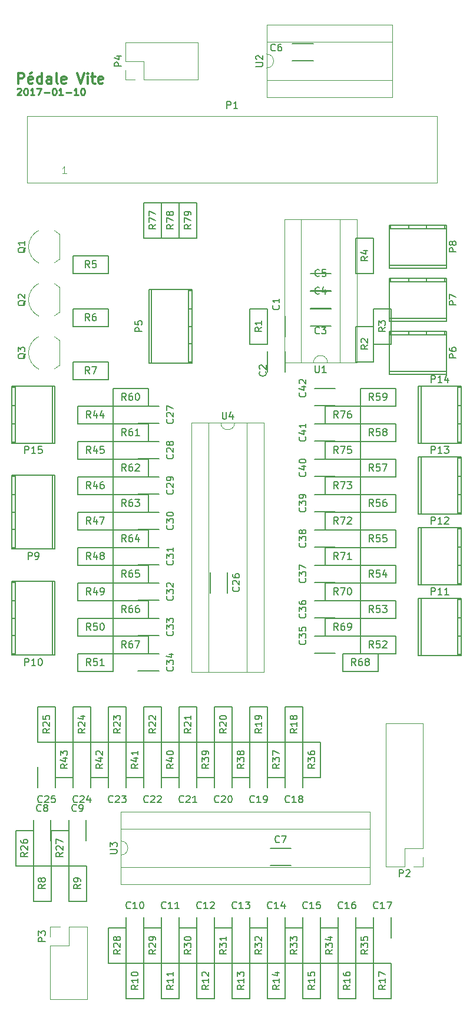
<source format=gto>
G04 #@! TF.FileFunction,Legend,Top*
%FSLAX46Y46*%
G04 Gerber Fmt 4.6, Leading zero omitted, Abs format (unit mm)*
G04 Created by KiCad (PCBNEW 4.0.5) date 01/10/17 22:43:54*
%MOMM*%
%LPD*%
G01*
G04 APERTURE LIST*
%ADD10C,0.100000*%
%ADD11C,0.250000*%
%ADD12C,0.300000*%
%ADD13C,0.120000*%
%ADD14C,0.150000*%
G04 APERTURE END LIST*
D10*
D11*
X16732857Y-25582619D02*
X16780476Y-25535000D01*
X16875714Y-25487381D01*
X17113810Y-25487381D01*
X17209048Y-25535000D01*
X17256667Y-25582619D01*
X17304286Y-25677857D01*
X17304286Y-25773095D01*
X17256667Y-25915952D01*
X16685238Y-26487381D01*
X17304286Y-26487381D01*
X17923333Y-25487381D02*
X18018572Y-25487381D01*
X18113810Y-25535000D01*
X18161429Y-25582619D01*
X18209048Y-25677857D01*
X18256667Y-25868333D01*
X18256667Y-26106429D01*
X18209048Y-26296905D01*
X18161429Y-26392143D01*
X18113810Y-26439762D01*
X18018572Y-26487381D01*
X17923333Y-26487381D01*
X17828095Y-26439762D01*
X17780476Y-26392143D01*
X17732857Y-26296905D01*
X17685238Y-26106429D01*
X17685238Y-25868333D01*
X17732857Y-25677857D01*
X17780476Y-25582619D01*
X17828095Y-25535000D01*
X17923333Y-25487381D01*
X19209048Y-26487381D02*
X18637619Y-26487381D01*
X18923333Y-26487381D02*
X18923333Y-25487381D01*
X18828095Y-25630238D01*
X18732857Y-25725476D01*
X18637619Y-25773095D01*
X19542381Y-25487381D02*
X20209048Y-25487381D01*
X19780476Y-26487381D01*
X20590000Y-26106429D02*
X21351905Y-26106429D01*
X22018571Y-25487381D02*
X22113810Y-25487381D01*
X22209048Y-25535000D01*
X22256667Y-25582619D01*
X22304286Y-25677857D01*
X22351905Y-25868333D01*
X22351905Y-26106429D01*
X22304286Y-26296905D01*
X22256667Y-26392143D01*
X22209048Y-26439762D01*
X22113810Y-26487381D01*
X22018571Y-26487381D01*
X21923333Y-26439762D01*
X21875714Y-26392143D01*
X21828095Y-26296905D01*
X21780476Y-26106429D01*
X21780476Y-25868333D01*
X21828095Y-25677857D01*
X21875714Y-25582619D01*
X21923333Y-25535000D01*
X22018571Y-25487381D01*
X23304286Y-26487381D02*
X22732857Y-26487381D01*
X23018571Y-26487381D02*
X23018571Y-25487381D01*
X22923333Y-25630238D01*
X22828095Y-25725476D01*
X22732857Y-25773095D01*
X23732857Y-26106429D02*
X24494762Y-26106429D01*
X25494762Y-26487381D02*
X24923333Y-26487381D01*
X25209047Y-26487381D02*
X25209047Y-25487381D01*
X25113809Y-25630238D01*
X25018571Y-25725476D01*
X24923333Y-25773095D01*
X26113809Y-25487381D02*
X26209048Y-25487381D01*
X26304286Y-25535000D01*
X26351905Y-25582619D01*
X26399524Y-25677857D01*
X26447143Y-25868333D01*
X26447143Y-26106429D01*
X26399524Y-26296905D01*
X26351905Y-26392143D01*
X26304286Y-26439762D01*
X26209048Y-26487381D01*
X26113809Y-26487381D01*
X26018571Y-26439762D01*
X25970952Y-26392143D01*
X25923333Y-26296905D01*
X25875714Y-26106429D01*
X25875714Y-25868333D01*
X25923333Y-25677857D01*
X25970952Y-25582619D01*
X26018571Y-25535000D01*
X26113809Y-25487381D01*
D12*
X16867143Y-24808571D02*
X16867143Y-23308571D01*
X17438571Y-23308571D01*
X17581429Y-23380000D01*
X17652857Y-23451429D01*
X17724286Y-23594286D01*
X17724286Y-23808571D01*
X17652857Y-23951429D01*
X17581429Y-24022857D01*
X17438571Y-24094286D01*
X16867143Y-24094286D01*
X18938571Y-24737143D02*
X18795714Y-24808571D01*
X18510000Y-24808571D01*
X18367143Y-24737143D01*
X18295714Y-24594286D01*
X18295714Y-24022857D01*
X18367143Y-23880000D01*
X18510000Y-23808571D01*
X18795714Y-23808571D01*
X18938571Y-23880000D01*
X19010000Y-24022857D01*
X19010000Y-24165714D01*
X18295714Y-24308571D01*
X18795714Y-23237143D02*
X18581429Y-23451429D01*
X20295714Y-24808571D02*
X20295714Y-23308571D01*
X20295714Y-24737143D02*
X20152857Y-24808571D01*
X19867143Y-24808571D01*
X19724285Y-24737143D01*
X19652857Y-24665714D01*
X19581428Y-24522857D01*
X19581428Y-24094286D01*
X19652857Y-23951429D01*
X19724285Y-23880000D01*
X19867143Y-23808571D01*
X20152857Y-23808571D01*
X20295714Y-23880000D01*
X21652857Y-24808571D02*
X21652857Y-24022857D01*
X21581428Y-23880000D01*
X21438571Y-23808571D01*
X21152857Y-23808571D01*
X21010000Y-23880000D01*
X21652857Y-24737143D02*
X21510000Y-24808571D01*
X21152857Y-24808571D01*
X21010000Y-24737143D01*
X20938571Y-24594286D01*
X20938571Y-24451429D01*
X21010000Y-24308571D01*
X21152857Y-24237143D01*
X21510000Y-24237143D01*
X21652857Y-24165714D01*
X22581429Y-24808571D02*
X22438571Y-24737143D01*
X22367143Y-24594286D01*
X22367143Y-23308571D01*
X23724285Y-24737143D02*
X23581428Y-24808571D01*
X23295714Y-24808571D01*
X23152857Y-24737143D01*
X23081428Y-24594286D01*
X23081428Y-24022857D01*
X23152857Y-23880000D01*
X23295714Y-23808571D01*
X23581428Y-23808571D01*
X23724285Y-23880000D01*
X23795714Y-24022857D01*
X23795714Y-24165714D01*
X23081428Y-24308571D01*
X25367142Y-23308571D02*
X25867142Y-24808571D01*
X26367142Y-23308571D01*
X26867142Y-24808571D02*
X26867142Y-23808571D01*
X26867142Y-23308571D02*
X26795713Y-23380000D01*
X26867142Y-23451429D01*
X26938570Y-23380000D01*
X26867142Y-23308571D01*
X26867142Y-23451429D01*
X27367142Y-23808571D02*
X27938571Y-23808571D01*
X27581428Y-23308571D02*
X27581428Y-24594286D01*
X27652856Y-24737143D01*
X27795714Y-24808571D01*
X27938571Y-24808571D01*
X29009999Y-24737143D02*
X28867142Y-24808571D01*
X28581428Y-24808571D01*
X28438571Y-24737143D01*
X28367142Y-24594286D01*
X28367142Y-24022857D01*
X28438571Y-23880000D01*
X28581428Y-23808571D01*
X28867142Y-23808571D01*
X29009999Y-23880000D01*
X29081428Y-24022857D01*
X29081428Y-24165714D01*
X28367142Y-24308571D01*
D13*
X47990000Y-73540000D02*
G75*
G02X45990000Y-73540000I-1000000J0D01*
G01*
X45990000Y-73540000D02*
X44220000Y-73540000D01*
X44220000Y-73540000D02*
X44220000Y-109340000D01*
X44220000Y-109340000D02*
X49760000Y-109340000D01*
X49760000Y-109340000D02*
X49760000Y-73540000D01*
X49760000Y-73540000D02*
X47990000Y-73540000D01*
X41790000Y-73540000D02*
X41790000Y-109340000D01*
X41790000Y-109340000D02*
X52190000Y-109340000D01*
X52190000Y-109340000D02*
X52190000Y-73540000D01*
X52190000Y-73540000D02*
X41790000Y-73540000D01*
D14*
X59440000Y-68600000D02*
X62440000Y-68600000D01*
X62440000Y-71100000D02*
X59440000Y-71100000D01*
X60960000Y-71120000D02*
X66040000Y-71120000D01*
X66040000Y-71120000D02*
X66040000Y-73660000D01*
X66040000Y-73660000D02*
X60960000Y-73660000D01*
X60960000Y-73660000D02*
X60960000Y-71120000D01*
X62865000Y-146050000D02*
X62865000Y-151130000D01*
X62865000Y-151130000D02*
X60325000Y-151130000D01*
X60325000Y-151130000D02*
X60325000Y-146050000D01*
X60325000Y-146050000D02*
X62865000Y-146050000D01*
X37465000Y-124460000D02*
X37465000Y-119380000D01*
X37465000Y-119380000D02*
X40005000Y-119380000D01*
X40005000Y-119380000D02*
X40005000Y-124460000D01*
X40005000Y-124460000D02*
X37465000Y-124460000D01*
X35560000Y-81280000D02*
X30480000Y-81280000D01*
X30480000Y-81280000D02*
X30480000Y-78740000D01*
X30480000Y-78740000D02*
X35560000Y-78740000D01*
X35560000Y-78740000D02*
X35560000Y-81280000D01*
X60960000Y-101600000D02*
X66040000Y-101600000D01*
X66040000Y-101600000D02*
X66040000Y-104140000D01*
X66040000Y-104140000D02*
X60960000Y-104140000D01*
X60960000Y-104140000D02*
X60960000Y-101600000D01*
X74371200Y-78450440D02*
X74371200Y-86649560D01*
X74769980Y-78450440D02*
X74769980Y-86649560D01*
X80070960Y-78450440D02*
X80070960Y-86649560D01*
X80568800Y-86649560D02*
X80568800Y-78450440D01*
X80070960Y-81249520D02*
X80568800Y-81249520D01*
X80568800Y-86448900D02*
X80070960Y-86448900D01*
X80070960Y-78648560D02*
X80568800Y-78648560D01*
X80568800Y-83847940D02*
X80070960Y-83847940D01*
X80568800Y-78450440D02*
X74371200Y-78450440D01*
X74371200Y-86647020D02*
X80568800Y-86647020D01*
X70195440Y-58978800D02*
X78394560Y-58978800D01*
X70195440Y-58580020D02*
X78394560Y-58580020D01*
X70195440Y-53279040D02*
X78394560Y-53279040D01*
X78394560Y-52781200D02*
X70195440Y-52781200D01*
X72994520Y-53279040D02*
X72994520Y-52781200D01*
X78193900Y-52781200D02*
X78193900Y-53279040D01*
X70393560Y-53279040D02*
X70393560Y-52781200D01*
X75592940Y-52781200D02*
X75592940Y-53279040D01*
X70195440Y-52781200D02*
X70195440Y-58978800D01*
X78392020Y-58978800D02*
X78392020Y-52781200D01*
X52725000Y-61210000D02*
X52725000Y-58210000D01*
X55225000Y-58210000D02*
X55225000Y-61210000D01*
X55225000Y-63250000D02*
X55225000Y-66250000D01*
X52725000Y-66250000D02*
X52725000Y-63250000D01*
X61845000Y-59670000D02*
X58845000Y-59670000D01*
X58845000Y-57170000D02*
X61845000Y-57170000D01*
X61845000Y-57130000D02*
X58845000Y-57130000D01*
X58845000Y-54630000D02*
X61845000Y-54630000D01*
X61845000Y-54590000D02*
X58845000Y-54590000D01*
X58845000Y-52090000D02*
X61845000Y-52090000D01*
X56265000Y-19070000D02*
X59265000Y-19070000D01*
X59265000Y-21570000D02*
X56265000Y-21570000D01*
X53090000Y-134640000D02*
X56090000Y-134640000D01*
X56090000Y-137140000D02*
X53090000Y-137140000D01*
X21570000Y-130560000D02*
X21570000Y-133560000D01*
X19070000Y-133560000D02*
X19070000Y-130560000D01*
X26650000Y-130560000D02*
X26650000Y-133560000D01*
X24150000Y-133560000D02*
X24150000Y-130560000D01*
X34905000Y-144530000D02*
X34905000Y-147530000D01*
X32405000Y-147530000D02*
X32405000Y-144530000D01*
X39985000Y-144530000D02*
X39985000Y-147530000D01*
X37485000Y-147530000D02*
X37485000Y-144530000D01*
X45065000Y-144530000D02*
X45065000Y-147530000D01*
X42565000Y-147530000D02*
X42565000Y-144530000D01*
X50145000Y-144530000D02*
X50145000Y-147530000D01*
X47645000Y-147530000D02*
X47645000Y-144530000D01*
X55225000Y-144530000D02*
X55225000Y-147530000D01*
X52725000Y-147530000D02*
X52725000Y-144530000D01*
X60305000Y-144530000D02*
X60305000Y-147530000D01*
X57805000Y-147530000D02*
X57805000Y-144530000D01*
X65385000Y-144530000D02*
X65385000Y-147530000D01*
X62885000Y-147530000D02*
X62885000Y-144530000D01*
X70465000Y-144530000D02*
X70465000Y-147530000D01*
X67965000Y-147530000D02*
X67965000Y-144530000D01*
X55265000Y-125980000D02*
X55265000Y-122980000D01*
X57765000Y-122980000D02*
X57765000Y-125980000D01*
X50185000Y-125980000D02*
X50185000Y-122980000D01*
X52685000Y-122980000D02*
X52685000Y-125980000D01*
X45105000Y-125980000D02*
X45105000Y-122980000D01*
X47605000Y-122980000D02*
X47605000Y-125980000D01*
X40025000Y-125980000D02*
X40025000Y-122980000D01*
X42525000Y-122980000D02*
X42525000Y-125980000D01*
X34945000Y-125980000D02*
X34945000Y-122980000D01*
X37445000Y-122980000D02*
X37445000Y-125980000D01*
X29865000Y-125980000D02*
X29865000Y-122980000D01*
X32365000Y-122980000D02*
X32365000Y-125980000D01*
X24785000Y-125980000D02*
X24785000Y-122980000D01*
X27285000Y-122980000D02*
X27285000Y-125980000D01*
X19705000Y-125980000D02*
X19705000Y-122980000D01*
X22205000Y-122980000D02*
X22205000Y-125980000D01*
X46970000Y-95000000D02*
X46970000Y-98000000D01*
X44470000Y-98000000D02*
X44470000Y-95000000D01*
X37080000Y-73640000D02*
X34080000Y-73640000D01*
X34080000Y-71140000D02*
X37080000Y-71140000D01*
X37080000Y-78720000D02*
X34080000Y-78720000D01*
X34080000Y-76220000D02*
X37080000Y-76220000D01*
X37080000Y-83800000D02*
X34080000Y-83800000D01*
X34080000Y-81300000D02*
X37080000Y-81300000D01*
X37080000Y-88880000D02*
X34080000Y-88880000D01*
X34080000Y-86380000D02*
X37080000Y-86380000D01*
X37080000Y-93960000D02*
X34080000Y-93960000D01*
X34080000Y-91460000D02*
X37080000Y-91460000D01*
X37080000Y-99040000D02*
X34080000Y-99040000D01*
X34080000Y-96540000D02*
X37080000Y-96540000D01*
X37080000Y-104120000D02*
X34080000Y-104120000D01*
X34080000Y-101620000D02*
X37080000Y-101620000D01*
X37080000Y-109200000D02*
X34080000Y-109200000D01*
X34080000Y-106700000D02*
X37080000Y-106700000D01*
X59440000Y-104160000D02*
X62440000Y-104160000D01*
X62440000Y-106660000D02*
X59440000Y-106660000D01*
X59440000Y-99080000D02*
X62440000Y-99080000D01*
X62440000Y-101580000D02*
X59440000Y-101580000D01*
X59440000Y-94000000D02*
X62440000Y-94000000D01*
X62440000Y-96500000D02*
X59440000Y-96500000D01*
X59440000Y-88920000D02*
X62440000Y-88920000D01*
X62440000Y-91420000D02*
X59440000Y-91420000D01*
X59440000Y-83840000D02*
X62440000Y-83840000D01*
X62440000Y-86340000D02*
X59440000Y-86340000D01*
X59440000Y-78760000D02*
X62440000Y-78760000D01*
X62440000Y-81260000D02*
X59440000Y-81260000D01*
X59440000Y-73680000D02*
X62440000Y-73680000D01*
X62440000Y-76180000D02*
X59440000Y-76180000D01*
D13*
X18165000Y-29490000D02*
X77085000Y-29490000D01*
X77085000Y-29490000D02*
X77085000Y-39090000D01*
X77085000Y-39090000D02*
X18165000Y-39090000D01*
X18165000Y-39090000D02*
X18165000Y-29490000D01*
X75050000Y-134620000D02*
X75050000Y-116720000D01*
X75050000Y-116720000D02*
X69730000Y-116720000D01*
X69730000Y-116720000D02*
X69730000Y-137280000D01*
X69730000Y-137280000D02*
X72390000Y-137280000D01*
X72390000Y-137280000D02*
X72390000Y-134620000D01*
X72390000Y-134620000D02*
X75050000Y-134620000D01*
X75050000Y-135890000D02*
X75050000Y-137280000D01*
X75050000Y-137280000D02*
X73660000Y-137280000D01*
X21470000Y-148590000D02*
X21470000Y-156330000D01*
X21470000Y-156330000D02*
X26790000Y-156330000D01*
X26790000Y-156330000D02*
X26790000Y-145930000D01*
X26790000Y-145930000D02*
X24130000Y-145930000D01*
X24130000Y-145930000D02*
X24130000Y-148590000D01*
X24130000Y-148590000D02*
X21470000Y-148590000D01*
X21470000Y-147320000D02*
X21470000Y-145930000D01*
X21470000Y-145930000D02*
X22860000Y-145930000D01*
X34925000Y-24250000D02*
X42665000Y-24250000D01*
X42665000Y-24250000D02*
X42665000Y-18930000D01*
X42665000Y-18930000D02*
X32265000Y-18930000D01*
X32265000Y-18930000D02*
X32265000Y-21590000D01*
X32265000Y-21590000D02*
X34925000Y-21590000D01*
X34925000Y-21590000D02*
X34925000Y-24250000D01*
X33655000Y-24250000D02*
X32265000Y-24250000D01*
X32265000Y-24250000D02*
X32265000Y-22860000D01*
D14*
X35636200Y-54389020D02*
X35636200Y-64990980D01*
X36034980Y-64990980D02*
X36034980Y-54389020D01*
X41335960Y-64990980D02*
X41335960Y-54389020D01*
X41833800Y-54389020D02*
X41833800Y-64990980D01*
X41335960Y-57193180D02*
X41833800Y-57193180D01*
X41335960Y-59690000D02*
X41833800Y-59690000D01*
X41833800Y-64787780D02*
X41335960Y-64787780D01*
X41335960Y-54589680D02*
X41833800Y-54589680D01*
X41833800Y-62186820D02*
X41335960Y-62186820D01*
X41833800Y-54391560D02*
X35636200Y-54391560D01*
X35636200Y-64985900D02*
X41833800Y-64985900D01*
X70195440Y-66598800D02*
X78394560Y-66598800D01*
X70195440Y-66200020D02*
X78394560Y-66200020D01*
X70195440Y-60899040D02*
X78394560Y-60899040D01*
X78394560Y-60401200D02*
X70195440Y-60401200D01*
X72994520Y-60899040D02*
X72994520Y-60401200D01*
X78193900Y-60401200D02*
X78193900Y-60899040D01*
X70393560Y-60899040D02*
X70393560Y-60401200D01*
X75592940Y-60401200D02*
X75592940Y-60899040D01*
X70195440Y-60401200D02*
X70195440Y-66598800D01*
X78392020Y-66598800D02*
X78392020Y-60401200D01*
X70195440Y-51358800D02*
X78394560Y-51358800D01*
X70195440Y-50960020D02*
X78394560Y-50960020D01*
X70195440Y-45659040D02*
X78394560Y-45659040D01*
X78394560Y-45161200D02*
X70195440Y-45161200D01*
X72994520Y-45659040D02*
X72994520Y-45161200D01*
X78193900Y-45161200D02*
X78193900Y-45659040D01*
X70393560Y-45659040D02*
X70393560Y-45161200D01*
X75592940Y-45161200D02*
X75592940Y-45659040D01*
X70195440Y-45161200D02*
X70195440Y-51358800D01*
X78392020Y-51358800D02*
X78392020Y-45161200D01*
X22148800Y-91660980D02*
X22148800Y-81059020D01*
X21750020Y-81059020D02*
X21750020Y-91660980D01*
X16449040Y-81059020D02*
X16449040Y-91660980D01*
X15951200Y-91660980D02*
X15951200Y-81059020D01*
X16449040Y-88856820D02*
X15951200Y-88856820D01*
X16449040Y-86360000D02*
X15951200Y-86360000D01*
X15951200Y-81262220D02*
X16449040Y-81262220D01*
X16449040Y-91460320D02*
X15951200Y-91460320D01*
X15951200Y-83863180D02*
X16449040Y-83863180D01*
X15951200Y-91658440D02*
X22148800Y-91658440D01*
X22148800Y-81064100D02*
X15951200Y-81064100D01*
X22148800Y-106900980D02*
X22148800Y-96299020D01*
X21750020Y-96299020D02*
X21750020Y-106900980D01*
X16449040Y-96299020D02*
X16449040Y-106900980D01*
X15951200Y-106900980D02*
X15951200Y-96299020D01*
X16449040Y-104096820D02*
X15951200Y-104096820D01*
X16449040Y-101600000D02*
X15951200Y-101600000D01*
X15951200Y-96502220D02*
X16449040Y-96502220D01*
X16449040Y-106700320D02*
X15951200Y-106700320D01*
X15951200Y-99103180D02*
X16449040Y-99103180D01*
X15951200Y-106898440D02*
X22148800Y-106898440D01*
X22148800Y-96304100D02*
X15951200Y-96304100D01*
X74371200Y-98770440D02*
X74371200Y-106969560D01*
X74769980Y-98770440D02*
X74769980Y-106969560D01*
X80070960Y-98770440D02*
X80070960Y-106969560D01*
X80568800Y-106969560D02*
X80568800Y-98770440D01*
X80070960Y-101569520D02*
X80568800Y-101569520D01*
X80568800Y-106768900D02*
X80070960Y-106768900D01*
X80070960Y-98968560D02*
X80568800Y-98968560D01*
X80568800Y-104167940D02*
X80070960Y-104167940D01*
X80568800Y-98770440D02*
X74371200Y-98770440D01*
X74371200Y-106967020D02*
X80568800Y-106967020D01*
X74371200Y-88610440D02*
X74371200Y-96809560D01*
X74769980Y-88610440D02*
X74769980Y-96809560D01*
X80070960Y-88610440D02*
X80070960Y-96809560D01*
X80568800Y-96809560D02*
X80568800Y-88610440D01*
X80070960Y-91409520D02*
X80568800Y-91409520D01*
X80568800Y-96608900D02*
X80070960Y-96608900D01*
X80070960Y-88808560D02*
X80568800Y-88808560D01*
X80568800Y-94007940D02*
X80070960Y-94007940D01*
X80568800Y-88610440D02*
X74371200Y-88610440D01*
X74371200Y-96807020D02*
X80568800Y-96807020D01*
X74371200Y-68290440D02*
X74371200Y-76489560D01*
X74769980Y-68290440D02*
X74769980Y-76489560D01*
X80070960Y-68290440D02*
X80070960Y-76489560D01*
X80568800Y-76489560D02*
X80568800Y-68290440D01*
X80070960Y-71089520D02*
X80568800Y-71089520D01*
X80568800Y-76288900D02*
X80070960Y-76288900D01*
X80070960Y-68488560D02*
X80568800Y-68488560D01*
X80568800Y-73687940D02*
X80070960Y-73687940D01*
X80568800Y-68290440D02*
X74371200Y-68290440D01*
X74371200Y-76487020D02*
X80568800Y-76487020D01*
X22148800Y-76489560D02*
X22148800Y-68290440D01*
X21750020Y-76489560D02*
X21750020Y-68290440D01*
X16449040Y-76489560D02*
X16449040Y-68290440D01*
X15951200Y-68290440D02*
X15951200Y-76489560D01*
X16449040Y-73690480D02*
X15951200Y-73690480D01*
X15951200Y-68491100D02*
X16449040Y-68491100D01*
X16449040Y-76291440D02*
X15951200Y-76291440D01*
X15951200Y-71092060D02*
X16449040Y-71092060D01*
X15951200Y-76489560D02*
X22148800Y-76489560D01*
X22148800Y-68292980D02*
X15951200Y-68292980D01*
D13*
X22805000Y-50060000D02*
X22805000Y-46460000D01*
X22077795Y-50584184D02*
G75*
G03X22805000Y-50060000I-1122795J2324184D01*
G01*
X19856193Y-50616400D02*
G75*
G02X18355000Y-48260000I1098807J2356400D01*
G01*
X19856193Y-45903600D02*
G75*
G03X18355000Y-48260000I1098807J-2356400D01*
G01*
X22077795Y-45935816D02*
G75*
G02X22805000Y-46460000I-1122795J-2324184D01*
G01*
X22805000Y-57680000D02*
X22805000Y-54080000D01*
X22077795Y-58204184D02*
G75*
G03X22805000Y-57680000I-1122795J2324184D01*
G01*
X19856193Y-58236400D02*
G75*
G02X18355000Y-55880000I1098807J2356400D01*
G01*
X19856193Y-53523600D02*
G75*
G03X18355000Y-55880000I1098807J-2356400D01*
G01*
X22077795Y-53555816D02*
G75*
G02X22805000Y-54080000I-1122795J-2324184D01*
G01*
X22805000Y-65300000D02*
X22805000Y-61700000D01*
X22077795Y-65824184D02*
G75*
G03X22805000Y-65300000I-1122795J2324184D01*
G01*
X19856193Y-65856400D02*
G75*
G02X18355000Y-63500000I1098807J2356400D01*
G01*
X19856193Y-61143600D02*
G75*
G03X18355000Y-63500000I1098807J-2356400D01*
G01*
X22077795Y-61175816D02*
G75*
G02X22805000Y-61700000I-1122795J-2324184D01*
G01*
D14*
X50165000Y-62230000D02*
X50165000Y-57150000D01*
X50165000Y-57150000D02*
X52705000Y-57150000D01*
X52705000Y-57150000D02*
X52705000Y-62230000D01*
X52705000Y-62230000D02*
X50165000Y-62230000D01*
X67945000Y-59690000D02*
X67945000Y-64770000D01*
X67945000Y-64770000D02*
X65405000Y-64770000D01*
X65405000Y-64770000D02*
X65405000Y-59690000D01*
X65405000Y-59690000D02*
X67945000Y-59690000D01*
X70485000Y-57150000D02*
X70485000Y-62230000D01*
X70485000Y-62230000D02*
X67945000Y-62230000D01*
X67945000Y-62230000D02*
X67945000Y-57150000D01*
X67945000Y-57150000D02*
X70485000Y-57150000D01*
X65405000Y-52070000D02*
X65405000Y-46990000D01*
X65405000Y-46990000D02*
X67945000Y-46990000D01*
X67945000Y-46990000D02*
X67945000Y-52070000D01*
X67945000Y-52070000D02*
X65405000Y-52070000D01*
X29845000Y-52070000D02*
X24765000Y-52070000D01*
X24765000Y-52070000D02*
X24765000Y-49530000D01*
X24765000Y-49530000D02*
X29845000Y-49530000D01*
X29845000Y-49530000D02*
X29845000Y-52070000D01*
X29845000Y-59690000D02*
X24765000Y-59690000D01*
X24765000Y-59690000D02*
X24765000Y-57150000D01*
X24765000Y-57150000D02*
X29845000Y-57150000D01*
X29845000Y-57150000D02*
X29845000Y-59690000D01*
X29845000Y-67310000D02*
X24765000Y-67310000D01*
X24765000Y-67310000D02*
X24765000Y-64770000D01*
X24765000Y-64770000D02*
X29845000Y-64770000D01*
X29845000Y-64770000D02*
X29845000Y-67310000D01*
X21590000Y-137160000D02*
X21590000Y-142240000D01*
X21590000Y-142240000D02*
X19050000Y-142240000D01*
X19050000Y-142240000D02*
X19050000Y-137160000D01*
X19050000Y-137160000D02*
X21590000Y-137160000D01*
X26670000Y-137160000D02*
X26670000Y-142240000D01*
X26670000Y-142240000D02*
X24130000Y-142240000D01*
X24130000Y-142240000D02*
X24130000Y-137160000D01*
X24130000Y-137160000D02*
X26670000Y-137160000D01*
X34925000Y-151130000D02*
X34925000Y-156210000D01*
X34925000Y-156210000D02*
X32385000Y-156210000D01*
X32385000Y-156210000D02*
X32385000Y-151130000D01*
X32385000Y-151130000D02*
X34925000Y-151130000D01*
X40005000Y-151130000D02*
X40005000Y-156210000D01*
X40005000Y-156210000D02*
X37465000Y-156210000D01*
X37465000Y-156210000D02*
X37465000Y-151130000D01*
X37465000Y-151130000D02*
X40005000Y-151130000D01*
X45085000Y-151130000D02*
X45085000Y-156210000D01*
X45085000Y-156210000D02*
X42545000Y-156210000D01*
X42545000Y-156210000D02*
X42545000Y-151130000D01*
X42545000Y-151130000D02*
X45085000Y-151130000D01*
X50165000Y-151130000D02*
X50165000Y-156210000D01*
X50165000Y-156210000D02*
X47625000Y-156210000D01*
X47625000Y-156210000D02*
X47625000Y-151130000D01*
X47625000Y-151130000D02*
X50165000Y-151130000D01*
X55245000Y-151130000D02*
X55245000Y-156210000D01*
X55245000Y-156210000D02*
X52705000Y-156210000D01*
X52705000Y-156210000D02*
X52705000Y-151130000D01*
X52705000Y-151130000D02*
X55245000Y-151130000D01*
X60325000Y-151130000D02*
X60325000Y-156210000D01*
X60325000Y-156210000D02*
X57785000Y-156210000D01*
X57785000Y-156210000D02*
X57785000Y-151130000D01*
X57785000Y-151130000D02*
X60325000Y-151130000D01*
X65405000Y-151130000D02*
X65405000Y-156210000D01*
X65405000Y-156210000D02*
X62865000Y-156210000D01*
X62865000Y-156210000D02*
X62865000Y-151130000D01*
X62865000Y-151130000D02*
X65405000Y-151130000D01*
X70485000Y-151130000D02*
X70485000Y-156210000D01*
X70485000Y-156210000D02*
X67945000Y-156210000D01*
X67945000Y-156210000D02*
X67945000Y-151130000D01*
X67945000Y-151130000D02*
X70485000Y-151130000D01*
X55245000Y-119380000D02*
X55245000Y-114300000D01*
X55245000Y-114300000D02*
X57785000Y-114300000D01*
X57785000Y-114300000D02*
X57785000Y-119380000D01*
X57785000Y-119380000D02*
X55245000Y-119380000D01*
X50165000Y-119380000D02*
X50165000Y-114300000D01*
X50165000Y-114300000D02*
X52705000Y-114300000D01*
X52705000Y-114300000D02*
X52705000Y-119380000D01*
X52705000Y-119380000D02*
X50165000Y-119380000D01*
X45085000Y-119380000D02*
X45085000Y-114300000D01*
X45085000Y-114300000D02*
X47625000Y-114300000D01*
X47625000Y-114300000D02*
X47625000Y-119380000D01*
X47625000Y-119380000D02*
X45085000Y-119380000D01*
X40005000Y-119380000D02*
X40005000Y-114300000D01*
X40005000Y-114300000D02*
X42545000Y-114300000D01*
X42545000Y-114300000D02*
X42545000Y-119380000D01*
X42545000Y-119380000D02*
X40005000Y-119380000D01*
X34925000Y-119380000D02*
X34925000Y-114300000D01*
X34925000Y-114300000D02*
X37465000Y-114300000D01*
X37465000Y-114300000D02*
X37465000Y-119380000D01*
X37465000Y-119380000D02*
X34925000Y-119380000D01*
X29845000Y-119380000D02*
X29845000Y-114300000D01*
X29845000Y-114300000D02*
X32385000Y-114300000D01*
X32385000Y-114300000D02*
X32385000Y-119380000D01*
X32385000Y-119380000D02*
X29845000Y-119380000D01*
X24765000Y-119380000D02*
X24765000Y-114300000D01*
X24765000Y-114300000D02*
X27305000Y-114300000D01*
X27305000Y-114300000D02*
X27305000Y-119380000D01*
X27305000Y-119380000D02*
X24765000Y-119380000D01*
X19685000Y-119380000D02*
X19685000Y-114300000D01*
X19685000Y-114300000D02*
X22225000Y-114300000D01*
X22225000Y-114300000D02*
X22225000Y-119380000D01*
X22225000Y-119380000D02*
X19685000Y-119380000D01*
X19050000Y-132080000D02*
X19050000Y-137160000D01*
X19050000Y-137160000D02*
X16510000Y-137160000D01*
X16510000Y-137160000D02*
X16510000Y-132080000D01*
X16510000Y-132080000D02*
X19050000Y-132080000D01*
X24130000Y-132080000D02*
X24130000Y-137160000D01*
X24130000Y-137160000D02*
X21590000Y-137160000D01*
X21590000Y-137160000D02*
X21590000Y-132080000D01*
X21590000Y-132080000D02*
X24130000Y-132080000D01*
X32385000Y-146050000D02*
X32385000Y-151130000D01*
X32385000Y-151130000D02*
X29845000Y-151130000D01*
X29845000Y-151130000D02*
X29845000Y-146050000D01*
X29845000Y-146050000D02*
X32385000Y-146050000D01*
X37465000Y-146050000D02*
X37465000Y-151130000D01*
X37465000Y-151130000D02*
X34925000Y-151130000D01*
X34925000Y-151130000D02*
X34925000Y-146050000D01*
X34925000Y-146050000D02*
X37465000Y-146050000D01*
X42545000Y-146050000D02*
X42545000Y-151130000D01*
X42545000Y-151130000D02*
X40005000Y-151130000D01*
X40005000Y-151130000D02*
X40005000Y-146050000D01*
X40005000Y-146050000D02*
X42545000Y-146050000D01*
X47625000Y-146050000D02*
X47625000Y-151130000D01*
X47625000Y-151130000D02*
X45085000Y-151130000D01*
X45085000Y-151130000D02*
X45085000Y-146050000D01*
X45085000Y-146050000D02*
X47625000Y-146050000D01*
X52705000Y-146050000D02*
X52705000Y-151130000D01*
X52705000Y-151130000D02*
X50165000Y-151130000D01*
X50165000Y-151130000D02*
X50165000Y-146050000D01*
X50165000Y-146050000D02*
X52705000Y-146050000D01*
X57785000Y-146050000D02*
X57785000Y-151130000D01*
X57785000Y-151130000D02*
X55245000Y-151130000D01*
X55245000Y-151130000D02*
X55245000Y-146050000D01*
X55245000Y-146050000D02*
X57785000Y-146050000D01*
X67945000Y-146050000D02*
X67945000Y-151130000D01*
X67945000Y-151130000D02*
X65405000Y-151130000D01*
X65405000Y-151130000D02*
X65405000Y-146050000D01*
X65405000Y-146050000D02*
X67945000Y-146050000D01*
X57785000Y-124460000D02*
X57785000Y-119380000D01*
X57785000Y-119380000D02*
X60325000Y-119380000D01*
X60325000Y-119380000D02*
X60325000Y-124460000D01*
X60325000Y-124460000D02*
X57785000Y-124460000D01*
X52705000Y-124460000D02*
X52705000Y-119380000D01*
X52705000Y-119380000D02*
X55245000Y-119380000D01*
X55245000Y-119380000D02*
X55245000Y-124460000D01*
X55245000Y-124460000D02*
X52705000Y-124460000D01*
X47625000Y-124460000D02*
X47625000Y-119380000D01*
X47625000Y-119380000D02*
X50165000Y-119380000D01*
X50165000Y-119380000D02*
X50165000Y-124460000D01*
X50165000Y-124460000D02*
X47625000Y-124460000D01*
X42545000Y-124460000D02*
X42545000Y-119380000D01*
X42545000Y-119380000D02*
X45085000Y-119380000D01*
X45085000Y-119380000D02*
X45085000Y-124460000D01*
X45085000Y-124460000D02*
X42545000Y-124460000D01*
X32385000Y-124460000D02*
X32385000Y-119380000D01*
X32385000Y-119380000D02*
X34925000Y-119380000D01*
X34925000Y-119380000D02*
X34925000Y-124460000D01*
X34925000Y-124460000D02*
X32385000Y-124460000D01*
X27305000Y-124460000D02*
X27305000Y-119380000D01*
X27305000Y-119380000D02*
X29845000Y-119380000D01*
X29845000Y-119380000D02*
X29845000Y-124460000D01*
X29845000Y-124460000D02*
X27305000Y-124460000D01*
X22225000Y-124460000D02*
X22225000Y-119380000D01*
X22225000Y-119380000D02*
X24765000Y-119380000D01*
X24765000Y-119380000D02*
X24765000Y-124460000D01*
X24765000Y-124460000D02*
X22225000Y-124460000D01*
X30480000Y-73660000D02*
X25400000Y-73660000D01*
X25400000Y-73660000D02*
X25400000Y-71120000D01*
X25400000Y-71120000D02*
X30480000Y-71120000D01*
X30480000Y-71120000D02*
X30480000Y-73660000D01*
X30480000Y-78740000D02*
X25400000Y-78740000D01*
X25400000Y-78740000D02*
X25400000Y-76200000D01*
X25400000Y-76200000D02*
X30480000Y-76200000D01*
X30480000Y-76200000D02*
X30480000Y-78740000D01*
X30480000Y-83820000D02*
X25400000Y-83820000D01*
X25400000Y-83820000D02*
X25400000Y-81280000D01*
X25400000Y-81280000D02*
X30480000Y-81280000D01*
X30480000Y-81280000D02*
X30480000Y-83820000D01*
X30480000Y-88900000D02*
X25400000Y-88900000D01*
X25400000Y-88900000D02*
X25400000Y-86360000D01*
X25400000Y-86360000D02*
X30480000Y-86360000D01*
X30480000Y-86360000D02*
X30480000Y-88900000D01*
X30480000Y-93980000D02*
X25400000Y-93980000D01*
X25400000Y-93980000D02*
X25400000Y-91440000D01*
X25400000Y-91440000D02*
X30480000Y-91440000D01*
X30480000Y-91440000D02*
X30480000Y-93980000D01*
X30480000Y-99060000D02*
X25400000Y-99060000D01*
X25400000Y-99060000D02*
X25400000Y-96520000D01*
X25400000Y-96520000D02*
X30480000Y-96520000D01*
X30480000Y-96520000D02*
X30480000Y-99060000D01*
X30480000Y-104140000D02*
X25400000Y-104140000D01*
X25400000Y-104140000D02*
X25400000Y-101600000D01*
X25400000Y-101600000D02*
X30480000Y-101600000D01*
X30480000Y-101600000D02*
X30480000Y-104140000D01*
X30480000Y-109220000D02*
X25400000Y-109220000D01*
X25400000Y-109220000D02*
X25400000Y-106680000D01*
X25400000Y-106680000D02*
X30480000Y-106680000D01*
X30480000Y-106680000D02*
X30480000Y-109220000D01*
X66040000Y-104140000D02*
X71120000Y-104140000D01*
X71120000Y-104140000D02*
X71120000Y-106680000D01*
X71120000Y-106680000D02*
X66040000Y-106680000D01*
X66040000Y-106680000D02*
X66040000Y-104140000D01*
X66040000Y-99060000D02*
X71120000Y-99060000D01*
X71120000Y-99060000D02*
X71120000Y-101600000D01*
X71120000Y-101600000D02*
X66040000Y-101600000D01*
X66040000Y-101600000D02*
X66040000Y-99060000D01*
X66040000Y-93980000D02*
X71120000Y-93980000D01*
X71120000Y-93980000D02*
X71120000Y-96520000D01*
X71120000Y-96520000D02*
X66040000Y-96520000D01*
X66040000Y-96520000D02*
X66040000Y-93980000D01*
X66040000Y-88900000D02*
X71120000Y-88900000D01*
X71120000Y-88900000D02*
X71120000Y-91440000D01*
X71120000Y-91440000D02*
X66040000Y-91440000D01*
X66040000Y-91440000D02*
X66040000Y-88900000D01*
X66040000Y-83820000D02*
X71120000Y-83820000D01*
X71120000Y-83820000D02*
X71120000Y-86360000D01*
X71120000Y-86360000D02*
X66040000Y-86360000D01*
X66040000Y-86360000D02*
X66040000Y-83820000D01*
X66040000Y-78740000D02*
X71120000Y-78740000D01*
X71120000Y-78740000D02*
X71120000Y-81280000D01*
X71120000Y-81280000D02*
X66040000Y-81280000D01*
X66040000Y-81280000D02*
X66040000Y-78740000D01*
X66040000Y-73660000D02*
X71120000Y-73660000D01*
X71120000Y-73660000D02*
X71120000Y-76200000D01*
X71120000Y-76200000D02*
X66040000Y-76200000D01*
X66040000Y-76200000D02*
X66040000Y-73660000D01*
X66040000Y-68580000D02*
X71120000Y-68580000D01*
X71120000Y-68580000D02*
X71120000Y-71120000D01*
X71120000Y-71120000D02*
X66040000Y-71120000D01*
X66040000Y-71120000D02*
X66040000Y-68580000D01*
X35560000Y-71120000D02*
X30480000Y-71120000D01*
X30480000Y-71120000D02*
X30480000Y-68580000D01*
X30480000Y-68580000D02*
X35560000Y-68580000D01*
X35560000Y-68580000D02*
X35560000Y-71120000D01*
X35560000Y-76200000D02*
X30480000Y-76200000D01*
X30480000Y-76200000D02*
X30480000Y-73660000D01*
X30480000Y-73660000D02*
X35560000Y-73660000D01*
X35560000Y-73660000D02*
X35560000Y-76200000D01*
X35560000Y-86360000D02*
X30480000Y-86360000D01*
X30480000Y-86360000D02*
X30480000Y-83820000D01*
X30480000Y-83820000D02*
X35560000Y-83820000D01*
X35560000Y-83820000D02*
X35560000Y-86360000D01*
X35560000Y-91440000D02*
X30480000Y-91440000D01*
X30480000Y-91440000D02*
X30480000Y-88900000D01*
X30480000Y-88900000D02*
X35560000Y-88900000D01*
X35560000Y-88900000D02*
X35560000Y-91440000D01*
X35560000Y-96520000D02*
X30480000Y-96520000D01*
X30480000Y-96520000D02*
X30480000Y-93980000D01*
X30480000Y-93980000D02*
X35560000Y-93980000D01*
X35560000Y-93980000D02*
X35560000Y-96520000D01*
X35560000Y-101600000D02*
X30480000Y-101600000D01*
X30480000Y-101600000D02*
X30480000Y-99060000D01*
X30480000Y-99060000D02*
X35560000Y-99060000D01*
X35560000Y-99060000D02*
X35560000Y-101600000D01*
X35560000Y-106680000D02*
X30480000Y-106680000D01*
X30480000Y-106680000D02*
X30480000Y-104140000D01*
X30480000Y-104140000D02*
X35560000Y-104140000D01*
X35560000Y-104140000D02*
X35560000Y-106680000D01*
X63500000Y-106680000D02*
X68580000Y-106680000D01*
X68580000Y-106680000D02*
X68580000Y-109220000D01*
X68580000Y-109220000D02*
X63500000Y-109220000D01*
X63500000Y-109220000D02*
X63500000Y-106680000D01*
X60960000Y-96520000D02*
X66040000Y-96520000D01*
X66040000Y-96520000D02*
X66040000Y-99060000D01*
X66040000Y-99060000D02*
X60960000Y-99060000D01*
X60960000Y-99060000D02*
X60960000Y-96520000D01*
X60960000Y-91440000D02*
X66040000Y-91440000D01*
X66040000Y-91440000D02*
X66040000Y-93980000D01*
X66040000Y-93980000D02*
X60960000Y-93980000D01*
X60960000Y-93980000D02*
X60960000Y-91440000D01*
X60960000Y-86360000D02*
X66040000Y-86360000D01*
X66040000Y-86360000D02*
X66040000Y-88900000D01*
X66040000Y-88900000D02*
X60960000Y-88900000D01*
X60960000Y-88900000D02*
X60960000Y-86360000D01*
X60960000Y-81280000D02*
X66040000Y-81280000D01*
X66040000Y-81280000D02*
X66040000Y-83820000D01*
X66040000Y-83820000D02*
X60960000Y-83820000D01*
X60960000Y-83820000D02*
X60960000Y-81280000D01*
X60960000Y-76200000D02*
X66040000Y-76200000D01*
X66040000Y-76200000D02*
X66040000Y-78740000D01*
X66040000Y-78740000D02*
X60960000Y-78740000D01*
X60960000Y-78740000D02*
X60960000Y-76200000D01*
X34925000Y-46990000D02*
X34925000Y-41910000D01*
X34925000Y-41910000D02*
X37465000Y-41910000D01*
X37465000Y-41910000D02*
X37465000Y-46990000D01*
X37465000Y-46990000D02*
X34925000Y-46990000D01*
X37465000Y-46990000D02*
X37465000Y-41910000D01*
X37465000Y-41910000D02*
X40005000Y-41910000D01*
X40005000Y-41910000D02*
X40005000Y-46990000D01*
X40005000Y-46990000D02*
X37465000Y-46990000D01*
X40005000Y-46990000D02*
X40005000Y-41910000D01*
X40005000Y-41910000D02*
X42545000Y-41910000D01*
X42545000Y-41910000D02*
X42545000Y-46990000D01*
X42545000Y-46990000D02*
X40005000Y-46990000D01*
D13*
X59325000Y-64890000D02*
G75*
G02X61325000Y-64890000I1000000J0D01*
G01*
X61325000Y-64890000D02*
X63095000Y-64890000D01*
X63095000Y-64890000D02*
X63095000Y-44330000D01*
X63095000Y-44330000D02*
X57555000Y-44330000D01*
X57555000Y-44330000D02*
X57555000Y-64890000D01*
X57555000Y-64890000D02*
X59325000Y-64890000D01*
X65525000Y-64890000D02*
X65525000Y-44330000D01*
X65525000Y-44330000D02*
X55125000Y-44330000D01*
X55125000Y-44330000D02*
X55125000Y-64890000D01*
X55125000Y-64890000D02*
X65525000Y-64890000D01*
X52585000Y-20590000D02*
G75*
G02X52585000Y-22590000I0J-1000000D01*
G01*
X52585000Y-22590000D02*
X52585000Y-24360000D01*
X52585000Y-24360000D02*
X70605000Y-24360000D01*
X70605000Y-24360000D02*
X70605000Y-18820000D01*
X70605000Y-18820000D02*
X52585000Y-18820000D01*
X52585000Y-18820000D02*
X52585000Y-20590000D01*
X52585000Y-26790000D02*
X70605000Y-26790000D01*
X70605000Y-26790000D02*
X70605000Y-16390000D01*
X70605000Y-16390000D02*
X52585000Y-16390000D01*
X52585000Y-16390000D02*
X52585000Y-26790000D01*
X31630000Y-133620000D02*
G75*
G02X31630000Y-135620000I0J-1000000D01*
G01*
X31630000Y-135620000D02*
X31630000Y-137390000D01*
X31630000Y-137390000D02*
X67430000Y-137390000D01*
X67430000Y-137390000D02*
X67430000Y-131850000D01*
X67430000Y-131850000D02*
X31630000Y-131850000D01*
X31630000Y-131850000D02*
X31630000Y-133620000D01*
X31630000Y-139820000D02*
X67430000Y-139820000D01*
X67430000Y-139820000D02*
X67430000Y-129420000D01*
X67430000Y-129420000D02*
X31630000Y-129420000D01*
X31630000Y-129420000D02*
X31630000Y-139820000D01*
D14*
X46228095Y-71992381D02*
X46228095Y-72801905D01*
X46275714Y-72897143D01*
X46323333Y-72944762D01*
X46418571Y-72992381D01*
X46609048Y-72992381D01*
X46704286Y-72944762D01*
X46751905Y-72897143D01*
X46799524Y-72801905D01*
X46799524Y-71992381D01*
X47704286Y-72325714D02*
X47704286Y-72992381D01*
X47466190Y-71944762D02*
X47228095Y-72659048D01*
X47847143Y-72659048D01*
X58142143Y-69222857D02*
X58189762Y-69270476D01*
X58237381Y-69413333D01*
X58237381Y-69508571D01*
X58189762Y-69651429D01*
X58094524Y-69746667D01*
X57999286Y-69794286D01*
X57808810Y-69841905D01*
X57665952Y-69841905D01*
X57475476Y-69794286D01*
X57380238Y-69746667D01*
X57285000Y-69651429D01*
X57237381Y-69508571D01*
X57237381Y-69413333D01*
X57285000Y-69270476D01*
X57332619Y-69222857D01*
X57570714Y-68365714D02*
X58237381Y-68365714D01*
X57189762Y-68603810D02*
X57904048Y-68841905D01*
X57904048Y-68222857D01*
X57332619Y-67889524D02*
X57285000Y-67841905D01*
X57237381Y-67746667D01*
X57237381Y-67508571D01*
X57285000Y-67413333D01*
X57332619Y-67365714D01*
X57427857Y-67318095D01*
X57523095Y-67318095D01*
X57665952Y-67365714D01*
X58237381Y-67937143D01*
X58237381Y-67318095D01*
X62857143Y-72842381D02*
X62523809Y-72366190D01*
X62285714Y-72842381D02*
X62285714Y-71842381D01*
X62666667Y-71842381D01*
X62761905Y-71890000D01*
X62809524Y-71937619D01*
X62857143Y-72032857D01*
X62857143Y-72175714D01*
X62809524Y-72270952D01*
X62761905Y-72318571D01*
X62666667Y-72366190D01*
X62285714Y-72366190D01*
X63190476Y-71842381D02*
X63857143Y-71842381D01*
X63428571Y-72842381D01*
X64666667Y-71842381D02*
X64476190Y-71842381D01*
X64380952Y-71890000D01*
X64333333Y-71937619D01*
X64238095Y-72080476D01*
X64190476Y-72270952D01*
X64190476Y-72651905D01*
X64238095Y-72747143D01*
X64285714Y-72794762D01*
X64380952Y-72842381D01*
X64571429Y-72842381D01*
X64666667Y-72794762D01*
X64714286Y-72747143D01*
X64761905Y-72651905D01*
X64761905Y-72413810D01*
X64714286Y-72318571D01*
X64666667Y-72270952D01*
X64571429Y-72223333D01*
X64380952Y-72223333D01*
X64285714Y-72270952D01*
X64238095Y-72318571D01*
X64190476Y-72413810D01*
X62047381Y-149232857D02*
X61571190Y-149566191D01*
X62047381Y-149804286D02*
X61047381Y-149804286D01*
X61047381Y-149423333D01*
X61095000Y-149328095D01*
X61142619Y-149280476D01*
X61237857Y-149232857D01*
X61380714Y-149232857D01*
X61475952Y-149280476D01*
X61523571Y-149328095D01*
X61571190Y-149423333D01*
X61571190Y-149804286D01*
X61047381Y-148899524D02*
X61047381Y-148280476D01*
X61428333Y-148613810D01*
X61428333Y-148470952D01*
X61475952Y-148375714D01*
X61523571Y-148328095D01*
X61618810Y-148280476D01*
X61856905Y-148280476D01*
X61952143Y-148328095D01*
X61999762Y-148375714D01*
X62047381Y-148470952D01*
X62047381Y-148756667D01*
X61999762Y-148851905D01*
X61952143Y-148899524D01*
X61380714Y-147423333D02*
X62047381Y-147423333D01*
X60999762Y-147661429D02*
X61714048Y-147899524D01*
X61714048Y-147280476D01*
X39187381Y-122562857D02*
X38711190Y-122896191D01*
X39187381Y-123134286D02*
X38187381Y-123134286D01*
X38187381Y-122753333D01*
X38235000Y-122658095D01*
X38282619Y-122610476D01*
X38377857Y-122562857D01*
X38520714Y-122562857D01*
X38615952Y-122610476D01*
X38663571Y-122658095D01*
X38711190Y-122753333D01*
X38711190Y-123134286D01*
X38520714Y-121705714D02*
X39187381Y-121705714D01*
X38139762Y-121943810D02*
X38854048Y-122181905D01*
X38854048Y-121562857D01*
X38187381Y-120991429D02*
X38187381Y-120896190D01*
X38235000Y-120800952D01*
X38282619Y-120753333D01*
X38377857Y-120705714D01*
X38568333Y-120658095D01*
X38806429Y-120658095D01*
X38996905Y-120705714D01*
X39092143Y-120753333D01*
X39139762Y-120800952D01*
X39187381Y-120896190D01*
X39187381Y-120991429D01*
X39139762Y-121086667D01*
X39092143Y-121134286D01*
X38996905Y-121181905D01*
X38806429Y-121229524D01*
X38568333Y-121229524D01*
X38377857Y-121181905D01*
X38282619Y-121134286D01*
X38235000Y-121086667D01*
X38187381Y-120991429D01*
X32377143Y-80462381D02*
X32043809Y-79986190D01*
X31805714Y-80462381D02*
X31805714Y-79462381D01*
X32186667Y-79462381D01*
X32281905Y-79510000D01*
X32329524Y-79557619D01*
X32377143Y-79652857D01*
X32377143Y-79795714D01*
X32329524Y-79890952D01*
X32281905Y-79938571D01*
X32186667Y-79986190D01*
X31805714Y-79986190D01*
X33234286Y-79462381D02*
X33043809Y-79462381D01*
X32948571Y-79510000D01*
X32900952Y-79557619D01*
X32805714Y-79700476D01*
X32758095Y-79890952D01*
X32758095Y-80271905D01*
X32805714Y-80367143D01*
X32853333Y-80414762D01*
X32948571Y-80462381D01*
X33139048Y-80462381D01*
X33234286Y-80414762D01*
X33281905Y-80367143D01*
X33329524Y-80271905D01*
X33329524Y-80033810D01*
X33281905Y-79938571D01*
X33234286Y-79890952D01*
X33139048Y-79843333D01*
X32948571Y-79843333D01*
X32853333Y-79890952D01*
X32805714Y-79938571D01*
X32758095Y-80033810D01*
X33710476Y-79557619D02*
X33758095Y-79510000D01*
X33853333Y-79462381D01*
X34091429Y-79462381D01*
X34186667Y-79510000D01*
X34234286Y-79557619D01*
X34281905Y-79652857D01*
X34281905Y-79748095D01*
X34234286Y-79890952D01*
X33662857Y-80462381D01*
X34281905Y-80462381D01*
X62857143Y-103322381D02*
X62523809Y-102846190D01*
X62285714Y-103322381D02*
X62285714Y-102322381D01*
X62666667Y-102322381D01*
X62761905Y-102370000D01*
X62809524Y-102417619D01*
X62857143Y-102512857D01*
X62857143Y-102655714D01*
X62809524Y-102750952D01*
X62761905Y-102798571D01*
X62666667Y-102846190D01*
X62285714Y-102846190D01*
X63714286Y-102322381D02*
X63523809Y-102322381D01*
X63428571Y-102370000D01*
X63380952Y-102417619D01*
X63285714Y-102560476D01*
X63238095Y-102750952D01*
X63238095Y-103131905D01*
X63285714Y-103227143D01*
X63333333Y-103274762D01*
X63428571Y-103322381D01*
X63619048Y-103322381D01*
X63714286Y-103274762D01*
X63761905Y-103227143D01*
X63809524Y-103131905D01*
X63809524Y-102893810D01*
X63761905Y-102798571D01*
X63714286Y-102750952D01*
X63619048Y-102703333D01*
X63428571Y-102703333D01*
X63333333Y-102750952D01*
X63285714Y-102798571D01*
X63238095Y-102893810D01*
X64285714Y-103322381D02*
X64476190Y-103322381D01*
X64571429Y-103274762D01*
X64619048Y-103227143D01*
X64714286Y-103084286D01*
X64761905Y-102893810D01*
X64761905Y-102512857D01*
X64714286Y-102417619D01*
X64666667Y-102370000D01*
X64571429Y-102322381D01*
X64380952Y-102322381D01*
X64285714Y-102370000D01*
X64238095Y-102417619D01*
X64190476Y-102512857D01*
X64190476Y-102750952D01*
X64238095Y-102846190D01*
X64285714Y-102893810D01*
X64380952Y-102941429D01*
X64571429Y-102941429D01*
X64666667Y-102893810D01*
X64714286Y-102846190D01*
X64761905Y-102750952D01*
X76255714Y-77922381D02*
X76255714Y-76922381D01*
X76636667Y-76922381D01*
X76731905Y-76970000D01*
X76779524Y-77017619D01*
X76827143Y-77112857D01*
X76827143Y-77255714D01*
X76779524Y-77350952D01*
X76731905Y-77398571D01*
X76636667Y-77446190D01*
X76255714Y-77446190D01*
X77779524Y-77922381D02*
X77208095Y-77922381D01*
X77493809Y-77922381D02*
X77493809Y-76922381D01*
X77398571Y-77065238D01*
X77303333Y-77160476D01*
X77208095Y-77208095D01*
X78112857Y-76922381D02*
X78731905Y-76922381D01*
X78398571Y-77303333D01*
X78541429Y-77303333D01*
X78636667Y-77350952D01*
X78684286Y-77398571D01*
X78731905Y-77493810D01*
X78731905Y-77731905D01*
X78684286Y-77827143D01*
X78636667Y-77874762D01*
X78541429Y-77922381D01*
X78255714Y-77922381D01*
X78160476Y-77874762D01*
X78112857Y-77827143D01*
X79827381Y-56618095D02*
X78827381Y-56618095D01*
X78827381Y-56237142D01*
X78875000Y-56141904D01*
X78922619Y-56094285D01*
X79017857Y-56046666D01*
X79160714Y-56046666D01*
X79255952Y-56094285D01*
X79303571Y-56141904D01*
X79351190Y-56237142D01*
X79351190Y-56618095D01*
X78827381Y-55713333D02*
X78827381Y-55046666D01*
X79827381Y-55475238D01*
X54332143Y-56681666D02*
X54379762Y-56729285D01*
X54427381Y-56872142D01*
X54427381Y-56967380D01*
X54379762Y-57110238D01*
X54284524Y-57205476D01*
X54189286Y-57253095D01*
X53998810Y-57300714D01*
X53855952Y-57300714D01*
X53665476Y-57253095D01*
X53570238Y-57205476D01*
X53475000Y-57110238D01*
X53427381Y-56967380D01*
X53427381Y-56872142D01*
X53475000Y-56729285D01*
X53522619Y-56681666D01*
X54427381Y-55729285D02*
X54427381Y-56300714D01*
X54427381Y-56015000D02*
X53427381Y-56015000D01*
X53570238Y-56110238D01*
X53665476Y-56205476D01*
X53713095Y-56300714D01*
X52427143Y-66206666D02*
X52474762Y-66254285D01*
X52522381Y-66397142D01*
X52522381Y-66492380D01*
X52474762Y-66635238D01*
X52379524Y-66730476D01*
X52284286Y-66778095D01*
X52093810Y-66825714D01*
X51950952Y-66825714D01*
X51760476Y-66778095D01*
X51665238Y-66730476D01*
X51570000Y-66635238D01*
X51522381Y-66492380D01*
X51522381Y-66397142D01*
X51570000Y-66254285D01*
X51617619Y-66206666D01*
X51617619Y-65825714D02*
X51570000Y-65778095D01*
X51522381Y-65682857D01*
X51522381Y-65444761D01*
X51570000Y-65349523D01*
X51617619Y-65301904D01*
X51712857Y-65254285D01*
X51808095Y-65254285D01*
X51950952Y-65301904D01*
X52522381Y-65873333D01*
X52522381Y-65254285D01*
X60158334Y-60682143D02*
X60110715Y-60729762D01*
X59967858Y-60777381D01*
X59872620Y-60777381D01*
X59729762Y-60729762D01*
X59634524Y-60634524D01*
X59586905Y-60539286D01*
X59539286Y-60348810D01*
X59539286Y-60205952D01*
X59586905Y-60015476D01*
X59634524Y-59920238D01*
X59729762Y-59825000D01*
X59872620Y-59777381D01*
X59967858Y-59777381D01*
X60110715Y-59825000D01*
X60158334Y-59872619D01*
X60491667Y-59777381D02*
X61110715Y-59777381D01*
X60777381Y-60158333D01*
X60920239Y-60158333D01*
X61015477Y-60205952D01*
X61063096Y-60253571D01*
X61110715Y-60348810D01*
X61110715Y-60586905D01*
X61063096Y-60682143D01*
X61015477Y-60729762D01*
X60920239Y-60777381D01*
X60634524Y-60777381D01*
X60539286Y-60729762D01*
X60491667Y-60682143D01*
X60158334Y-54967143D02*
X60110715Y-55014762D01*
X59967858Y-55062381D01*
X59872620Y-55062381D01*
X59729762Y-55014762D01*
X59634524Y-54919524D01*
X59586905Y-54824286D01*
X59539286Y-54633810D01*
X59539286Y-54490952D01*
X59586905Y-54300476D01*
X59634524Y-54205238D01*
X59729762Y-54110000D01*
X59872620Y-54062381D01*
X59967858Y-54062381D01*
X60110715Y-54110000D01*
X60158334Y-54157619D01*
X61015477Y-54395714D02*
X61015477Y-55062381D01*
X60777381Y-54014762D02*
X60539286Y-54729048D01*
X61158334Y-54729048D01*
X60158334Y-52427143D02*
X60110715Y-52474762D01*
X59967858Y-52522381D01*
X59872620Y-52522381D01*
X59729762Y-52474762D01*
X59634524Y-52379524D01*
X59586905Y-52284286D01*
X59539286Y-52093810D01*
X59539286Y-51950952D01*
X59586905Y-51760476D01*
X59634524Y-51665238D01*
X59729762Y-51570000D01*
X59872620Y-51522381D01*
X59967858Y-51522381D01*
X60110715Y-51570000D01*
X60158334Y-51617619D01*
X61063096Y-51522381D02*
X60586905Y-51522381D01*
X60539286Y-51998571D01*
X60586905Y-51950952D01*
X60682143Y-51903333D01*
X60920239Y-51903333D01*
X61015477Y-51950952D01*
X61063096Y-51998571D01*
X61110715Y-52093810D01*
X61110715Y-52331905D01*
X61063096Y-52427143D01*
X61015477Y-52474762D01*
X60920239Y-52522381D01*
X60682143Y-52522381D01*
X60586905Y-52474762D01*
X60539286Y-52427143D01*
X53808334Y-20042143D02*
X53760715Y-20089762D01*
X53617858Y-20137381D01*
X53522620Y-20137381D01*
X53379762Y-20089762D01*
X53284524Y-19994524D01*
X53236905Y-19899286D01*
X53189286Y-19708810D01*
X53189286Y-19565952D01*
X53236905Y-19375476D01*
X53284524Y-19280238D01*
X53379762Y-19185000D01*
X53522620Y-19137381D01*
X53617858Y-19137381D01*
X53760715Y-19185000D01*
X53808334Y-19232619D01*
X54665477Y-19137381D02*
X54475000Y-19137381D01*
X54379762Y-19185000D01*
X54332143Y-19232619D01*
X54236905Y-19375476D01*
X54189286Y-19565952D01*
X54189286Y-19946905D01*
X54236905Y-20042143D01*
X54284524Y-20089762D01*
X54379762Y-20137381D01*
X54570239Y-20137381D01*
X54665477Y-20089762D01*
X54713096Y-20042143D01*
X54760715Y-19946905D01*
X54760715Y-19708810D01*
X54713096Y-19613571D01*
X54665477Y-19565952D01*
X54570239Y-19518333D01*
X54379762Y-19518333D01*
X54284524Y-19565952D01*
X54236905Y-19613571D01*
X54189286Y-19708810D01*
X54423334Y-133747143D02*
X54375715Y-133794762D01*
X54232858Y-133842381D01*
X54137620Y-133842381D01*
X53994762Y-133794762D01*
X53899524Y-133699524D01*
X53851905Y-133604286D01*
X53804286Y-133413810D01*
X53804286Y-133270952D01*
X53851905Y-133080476D01*
X53899524Y-132985238D01*
X53994762Y-132890000D01*
X54137620Y-132842381D01*
X54232858Y-132842381D01*
X54375715Y-132890000D01*
X54423334Y-132937619D01*
X54756667Y-132842381D02*
X55423334Y-132842381D01*
X54994762Y-133842381D01*
X20153334Y-129262143D02*
X20105715Y-129309762D01*
X19962858Y-129357381D01*
X19867620Y-129357381D01*
X19724762Y-129309762D01*
X19629524Y-129214524D01*
X19581905Y-129119286D01*
X19534286Y-128928810D01*
X19534286Y-128785952D01*
X19581905Y-128595476D01*
X19629524Y-128500238D01*
X19724762Y-128405000D01*
X19867620Y-128357381D01*
X19962858Y-128357381D01*
X20105715Y-128405000D01*
X20153334Y-128452619D01*
X20724762Y-128785952D02*
X20629524Y-128738333D01*
X20581905Y-128690714D01*
X20534286Y-128595476D01*
X20534286Y-128547857D01*
X20581905Y-128452619D01*
X20629524Y-128405000D01*
X20724762Y-128357381D01*
X20915239Y-128357381D01*
X21010477Y-128405000D01*
X21058096Y-128452619D01*
X21105715Y-128547857D01*
X21105715Y-128595476D01*
X21058096Y-128690714D01*
X21010477Y-128738333D01*
X20915239Y-128785952D01*
X20724762Y-128785952D01*
X20629524Y-128833571D01*
X20581905Y-128881190D01*
X20534286Y-128976429D01*
X20534286Y-129166905D01*
X20581905Y-129262143D01*
X20629524Y-129309762D01*
X20724762Y-129357381D01*
X20915239Y-129357381D01*
X21010477Y-129309762D01*
X21058096Y-129262143D01*
X21105715Y-129166905D01*
X21105715Y-128976429D01*
X21058096Y-128881190D01*
X21010477Y-128833571D01*
X20915239Y-128785952D01*
X25233334Y-129262143D02*
X25185715Y-129309762D01*
X25042858Y-129357381D01*
X24947620Y-129357381D01*
X24804762Y-129309762D01*
X24709524Y-129214524D01*
X24661905Y-129119286D01*
X24614286Y-128928810D01*
X24614286Y-128785952D01*
X24661905Y-128595476D01*
X24709524Y-128500238D01*
X24804762Y-128405000D01*
X24947620Y-128357381D01*
X25042858Y-128357381D01*
X25185715Y-128405000D01*
X25233334Y-128452619D01*
X25709524Y-129357381D02*
X25900000Y-129357381D01*
X25995239Y-129309762D01*
X26042858Y-129262143D01*
X26138096Y-129119286D01*
X26185715Y-128928810D01*
X26185715Y-128547857D01*
X26138096Y-128452619D01*
X26090477Y-128405000D01*
X25995239Y-128357381D01*
X25804762Y-128357381D01*
X25709524Y-128405000D01*
X25661905Y-128452619D01*
X25614286Y-128547857D01*
X25614286Y-128785952D01*
X25661905Y-128881190D01*
X25709524Y-128928810D01*
X25804762Y-128976429D01*
X25995239Y-128976429D01*
X26090477Y-128928810D01*
X26138096Y-128881190D01*
X26185715Y-128785952D01*
X33012143Y-143232143D02*
X32964524Y-143279762D01*
X32821667Y-143327381D01*
X32726429Y-143327381D01*
X32583571Y-143279762D01*
X32488333Y-143184524D01*
X32440714Y-143089286D01*
X32393095Y-142898810D01*
X32393095Y-142755952D01*
X32440714Y-142565476D01*
X32488333Y-142470238D01*
X32583571Y-142375000D01*
X32726429Y-142327381D01*
X32821667Y-142327381D01*
X32964524Y-142375000D01*
X33012143Y-142422619D01*
X33964524Y-143327381D02*
X33393095Y-143327381D01*
X33678809Y-143327381D02*
X33678809Y-142327381D01*
X33583571Y-142470238D01*
X33488333Y-142565476D01*
X33393095Y-142613095D01*
X34583571Y-142327381D02*
X34678810Y-142327381D01*
X34774048Y-142375000D01*
X34821667Y-142422619D01*
X34869286Y-142517857D01*
X34916905Y-142708333D01*
X34916905Y-142946429D01*
X34869286Y-143136905D01*
X34821667Y-143232143D01*
X34774048Y-143279762D01*
X34678810Y-143327381D01*
X34583571Y-143327381D01*
X34488333Y-143279762D01*
X34440714Y-143232143D01*
X34393095Y-143136905D01*
X34345476Y-142946429D01*
X34345476Y-142708333D01*
X34393095Y-142517857D01*
X34440714Y-142422619D01*
X34488333Y-142375000D01*
X34583571Y-142327381D01*
X38092143Y-143232143D02*
X38044524Y-143279762D01*
X37901667Y-143327381D01*
X37806429Y-143327381D01*
X37663571Y-143279762D01*
X37568333Y-143184524D01*
X37520714Y-143089286D01*
X37473095Y-142898810D01*
X37473095Y-142755952D01*
X37520714Y-142565476D01*
X37568333Y-142470238D01*
X37663571Y-142375000D01*
X37806429Y-142327381D01*
X37901667Y-142327381D01*
X38044524Y-142375000D01*
X38092143Y-142422619D01*
X39044524Y-143327381D02*
X38473095Y-143327381D01*
X38758809Y-143327381D02*
X38758809Y-142327381D01*
X38663571Y-142470238D01*
X38568333Y-142565476D01*
X38473095Y-142613095D01*
X39996905Y-143327381D02*
X39425476Y-143327381D01*
X39711190Y-143327381D02*
X39711190Y-142327381D01*
X39615952Y-142470238D01*
X39520714Y-142565476D01*
X39425476Y-142613095D01*
X43172143Y-143232143D02*
X43124524Y-143279762D01*
X42981667Y-143327381D01*
X42886429Y-143327381D01*
X42743571Y-143279762D01*
X42648333Y-143184524D01*
X42600714Y-143089286D01*
X42553095Y-142898810D01*
X42553095Y-142755952D01*
X42600714Y-142565476D01*
X42648333Y-142470238D01*
X42743571Y-142375000D01*
X42886429Y-142327381D01*
X42981667Y-142327381D01*
X43124524Y-142375000D01*
X43172143Y-142422619D01*
X44124524Y-143327381D02*
X43553095Y-143327381D01*
X43838809Y-143327381D02*
X43838809Y-142327381D01*
X43743571Y-142470238D01*
X43648333Y-142565476D01*
X43553095Y-142613095D01*
X44505476Y-142422619D02*
X44553095Y-142375000D01*
X44648333Y-142327381D01*
X44886429Y-142327381D01*
X44981667Y-142375000D01*
X45029286Y-142422619D01*
X45076905Y-142517857D01*
X45076905Y-142613095D01*
X45029286Y-142755952D01*
X44457857Y-143327381D01*
X45076905Y-143327381D01*
X48252143Y-143232143D02*
X48204524Y-143279762D01*
X48061667Y-143327381D01*
X47966429Y-143327381D01*
X47823571Y-143279762D01*
X47728333Y-143184524D01*
X47680714Y-143089286D01*
X47633095Y-142898810D01*
X47633095Y-142755952D01*
X47680714Y-142565476D01*
X47728333Y-142470238D01*
X47823571Y-142375000D01*
X47966429Y-142327381D01*
X48061667Y-142327381D01*
X48204524Y-142375000D01*
X48252143Y-142422619D01*
X49204524Y-143327381D02*
X48633095Y-143327381D01*
X48918809Y-143327381D02*
X48918809Y-142327381D01*
X48823571Y-142470238D01*
X48728333Y-142565476D01*
X48633095Y-142613095D01*
X49537857Y-142327381D02*
X50156905Y-142327381D01*
X49823571Y-142708333D01*
X49966429Y-142708333D01*
X50061667Y-142755952D01*
X50109286Y-142803571D01*
X50156905Y-142898810D01*
X50156905Y-143136905D01*
X50109286Y-143232143D01*
X50061667Y-143279762D01*
X49966429Y-143327381D01*
X49680714Y-143327381D01*
X49585476Y-143279762D01*
X49537857Y-143232143D01*
X53332143Y-143232143D02*
X53284524Y-143279762D01*
X53141667Y-143327381D01*
X53046429Y-143327381D01*
X52903571Y-143279762D01*
X52808333Y-143184524D01*
X52760714Y-143089286D01*
X52713095Y-142898810D01*
X52713095Y-142755952D01*
X52760714Y-142565476D01*
X52808333Y-142470238D01*
X52903571Y-142375000D01*
X53046429Y-142327381D01*
X53141667Y-142327381D01*
X53284524Y-142375000D01*
X53332143Y-142422619D01*
X54284524Y-143327381D02*
X53713095Y-143327381D01*
X53998809Y-143327381D02*
X53998809Y-142327381D01*
X53903571Y-142470238D01*
X53808333Y-142565476D01*
X53713095Y-142613095D01*
X55141667Y-142660714D02*
X55141667Y-143327381D01*
X54903571Y-142279762D02*
X54665476Y-142994048D01*
X55284524Y-142994048D01*
X58412143Y-143232143D02*
X58364524Y-143279762D01*
X58221667Y-143327381D01*
X58126429Y-143327381D01*
X57983571Y-143279762D01*
X57888333Y-143184524D01*
X57840714Y-143089286D01*
X57793095Y-142898810D01*
X57793095Y-142755952D01*
X57840714Y-142565476D01*
X57888333Y-142470238D01*
X57983571Y-142375000D01*
X58126429Y-142327381D01*
X58221667Y-142327381D01*
X58364524Y-142375000D01*
X58412143Y-142422619D01*
X59364524Y-143327381D02*
X58793095Y-143327381D01*
X59078809Y-143327381D02*
X59078809Y-142327381D01*
X58983571Y-142470238D01*
X58888333Y-142565476D01*
X58793095Y-142613095D01*
X60269286Y-142327381D02*
X59793095Y-142327381D01*
X59745476Y-142803571D01*
X59793095Y-142755952D01*
X59888333Y-142708333D01*
X60126429Y-142708333D01*
X60221667Y-142755952D01*
X60269286Y-142803571D01*
X60316905Y-142898810D01*
X60316905Y-143136905D01*
X60269286Y-143232143D01*
X60221667Y-143279762D01*
X60126429Y-143327381D01*
X59888333Y-143327381D01*
X59793095Y-143279762D01*
X59745476Y-143232143D01*
X63492143Y-143232143D02*
X63444524Y-143279762D01*
X63301667Y-143327381D01*
X63206429Y-143327381D01*
X63063571Y-143279762D01*
X62968333Y-143184524D01*
X62920714Y-143089286D01*
X62873095Y-142898810D01*
X62873095Y-142755952D01*
X62920714Y-142565476D01*
X62968333Y-142470238D01*
X63063571Y-142375000D01*
X63206429Y-142327381D01*
X63301667Y-142327381D01*
X63444524Y-142375000D01*
X63492143Y-142422619D01*
X64444524Y-143327381D02*
X63873095Y-143327381D01*
X64158809Y-143327381D02*
X64158809Y-142327381D01*
X64063571Y-142470238D01*
X63968333Y-142565476D01*
X63873095Y-142613095D01*
X65301667Y-142327381D02*
X65111190Y-142327381D01*
X65015952Y-142375000D01*
X64968333Y-142422619D01*
X64873095Y-142565476D01*
X64825476Y-142755952D01*
X64825476Y-143136905D01*
X64873095Y-143232143D01*
X64920714Y-143279762D01*
X65015952Y-143327381D01*
X65206429Y-143327381D01*
X65301667Y-143279762D01*
X65349286Y-143232143D01*
X65396905Y-143136905D01*
X65396905Y-142898810D01*
X65349286Y-142803571D01*
X65301667Y-142755952D01*
X65206429Y-142708333D01*
X65015952Y-142708333D01*
X64920714Y-142755952D01*
X64873095Y-142803571D01*
X64825476Y-142898810D01*
X68572143Y-143232143D02*
X68524524Y-143279762D01*
X68381667Y-143327381D01*
X68286429Y-143327381D01*
X68143571Y-143279762D01*
X68048333Y-143184524D01*
X68000714Y-143089286D01*
X67953095Y-142898810D01*
X67953095Y-142755952D01*
X68000714Y-142565476D01*
X68048333Y-142470238D01*
X68143571Y-142375000D01*
X68286429Y-142327381D01*
X68381667Y-142327381D01*
X68524524Y-142375000D01*
X68572143Y-142422619D01*
X69524524Y-143327381D02*
X68953095Y-143327381D01*
X69238809Y-143327381D02*
X69238809Y-142327381D01*
X69143571Y-142470238D01*
X69048333Y-142565476D01*
X68953095Y-142613095D01*
X69857857Y-142327381D02*
X70524524Y-142327381D01*
X70095952Y-143327381D01*
X55872143Y-127992143D02*
X55824524Y-128039762D01*
X55681667Y-128087381D01*
X55586429Y-128087381D01*
X55443571Y-128039762D01*
X55348333Y-127944524D01*
X55300714Y-127849286D01*
X55253095Y-127658810D01*
X55253095Y-127515952D01*
X55300714Y-127325476D01*
X55348333Y-127230238D01*
X55443571Y-127135000D01*
X55586429Y-127087381D01*
X55681667Y-127087381D01*
X55824524Y-127135000D01*
X55872143Y-127182619D01*
X56824524Y-128087381D02*
X56253095Y-128087381D01*
X56538809Y-128087381D02*
X56538809Y-127087381D01*
X56443571Y-127230238D01*
X56348333Y-127325476D01*
X56253095Y-127373095D01*
X57395952Y-127515952D02*
X57300714Y-127468333D01*
X57253095Y-127420714D01*
X57205476Y-127325476D01*
X57205476Y-127277857D01*
X57253095Y-127182619D01*
X57300714Y-127135000D01*
X57395952Y-127087381D01*
X57586429Y-127087381D01*
X57681667Y-127135000D01*
X57729286Y-127182619D01*
X57776905Y-127277857D01*
X57776905Y-127325476D01*
X57729286Y-127420714D01*
X57681667Y-127468333D01*
X57586429Y-127515952D01*
X57395952Y-127515952D01*
X57300714Y-127563571D01*
X57253095Y-127611190D01*
X57205476Y-127706429D01*
X57205476Y-127896905D01*
X57253095Y-127992143D01*
X57300714Y-128039762D01*
X57395952Y-128087381D01*
X57586429Y-128087381D01*
X57681667Y-128039762D01*
X57729286Y-127992143D01*
X57776905Y-127896905D01*
X57776905Y-127706429D01*
X57729286Y-127611190D01*
X57681667Y-127563571D01*
X57586429Y-127515952D01*
X50792143Y-127992143D02*
X50744524Y-128039762D01*
X50601667Y-128087381D01*
X50506429Y-128087381D01*
X50363571Y-128039762D01*
X50268333Y-127944524D01*
X50220714Y-127849286D01*
X50173095Y-127658810D01*
X50173095Y-127515952D01*
X50220714Y-127325476D01*
X50268333Y-127230238D01*
X50363571Y-127135000D01*
X50506429Y-127087381D01*
X50601667Y-127087381D01*
X50744524Y-127135000D01*
X50792143Y-127182619D01*
X51744524Y-128087381D02*
X51173095Y-128087381D01*
X51458809Y-128087381D02*
X51458809Y-127087381D01*
X51363571Y-127230238D01*
X51268333Y-127325476D01*
X51173095Y-127373095D01*
X52220714Y-128087381D02*
X52411190Y-128087381D01*
X52506429Y-128039762D01*
X52554048Y-127992143D01*
X52649286Y-127849286D01*
X52696905Y-127658810D01*
X52696905Y-127277857D01*
X52649286Y-127182619D01*
X52601667Y-127135000D01*
X52506429Y-127087381D01*
X52315952Y-127087381D01*
X52220714Y-127135000D01*
X52173095Y-127182619D01*
X52125476Y-127277857D01*
X52125476Y-127515952D01*
X52173095Y-127611190D01*
X52220714Y-127658810D01*
X52315952Y-127706429D01*
X52506429Y-127706429D01*
X52601667Y-127658810D01*
X52649286Y-127611190D01*
X52696905Y-127515952D01*
X45712143Y-127992143D02*
X45664524Y-128039762D01*
X45521667Y-128087381D01*
X45426429Y-128087381D01*
X45283571Y-128039762D01*
X45188333Y-127944524D01*
X45140714Y-127849286D01*
X45093095Y-127658810D01*
X45093095Y-127515952D01*
X45140714Y-127325476D01*
X45188333Y-127230238D01*
X45283571Y-127135000D01*
X45426429Y-127087381D01*
X45521667Y-127087381D01*
X45664524Y-127135000D01*
X45712143Y-127182619D01*
X46093095Y-127182619D02*
X46140714Y-127135000D01*
X46235952Y-127087381D01*
X46474048Y-127087381D01*
X46569286Y-127135000D01*
X46616905Y-127182619D01*
X46664524Y-127277857D01*
X46664524Y-127373095D01*
X46616905Y-127515952D01*
X46045476Y-128087381D01*
X46664524Y-128087381D01*
X47283571Y-127087381D02*
X47378810Y-127087381D01*
X47474048Y-127135000D01*
X47521667Y-127182619D01*
X47569286Y-127277857D01*
X47616905Y-127468333D01*
X47616905Y-127706429D01*
X47569286Y-127896905D01*
X47521667Y-127992143D01*
X47474048Y-128039762D01*
X47378810Y-128087381D01*
X47283571Y-128087381D01*
X47188333Y-128039762D01*
X47140714Y-127992143D01*
X47093095Y-127896905D01*
X47045476Y-127706429D01*
X47045476Y-127468333D01*
X47093095Y-127277857D01*
X47140714Y-127182619D01*
X47188333Y-127135000D01*
X47283571Y-127087381D01*
X40632143Y-127992143D02*
X40584524Y-128039762D01*
X40441667Y-128087381D01*
X40346429Y-128087381D01*
X40203571Y-128039762D01*
X40108333Y-127944524D01*
X40060714Y-127849286D01*
X40013095Y-127658810D01*
X40013095Y-127515952D01*
X40060714Y-127325476D01*
X40108333Y-127230238D01*
X40203571Y-127135000D01*
X40346429Y-127087381D01*
X40441667Y-127087381D01*
X40584524Y-127135000D01*
X40632143Y-127182619D01*
X41013095Y-127182619D02*
X41060714Y-127135000D01*
X41155952Y-127087381D01*
X41394048Y-127087381D01*
X41489286Y-127135000D01*
X41536905Y-127182619D01*
X41584524Y-127277857D01*
X41584524Y-127373095D01*
X41536905Y-127515952D01*
X40965476Y-128087381D01*
X41584524Y-128087381D01*
X42536905Y-128087381D02*
X41965476Y-128087381D01*
X42251190Y-128087381D02*
X42251190Y-127087381D01*
X42155952Y-127230238D01*
X42060714Y-127325476D01*
X41965476Y-127373095D01*
X35552143Y-127992143D02*
X35504524Y-128039762D01*
X35361667Y-128087381D01*
X35266429Y-128087381D01*
X35123571Y-128039762D01*
X35028333Y-127944524D01*
X34980714Y-127849286D01*
X34933095Y-127658810D01*
X34933095Y-127515952D01*
X34980714Y-127325476D01*
X35028333Y-127230238D01*
X35123571Y-127135000D01*
X35266429Y-127087381D01*
X35361667Y-127087381D01*
X35504524Y-127135000D01*
X35552143Y-127182619D01*
X35933095Y-127182619D02*
X35980714Y-127135000D01*
X36075952Y-127087381D01*
X36314048Y-127087381D01*
X36409286Y-127135000D01*
X36456905Y-127182619D01*
X36504524Y-127277857D01*
X36504524Y-127373095D01*
X36456905Y-127515952D01*
X35885476Y-128087381D01*
X36504524Y-128087381D01*
X36885476Y-127182619D02*
X36933095Y-127135000D01*
X37028333Y-127087381D01*
X37266429Y-127087381D01*
X37361667Y-127135000D01*
X37409286Y-127182619D01*
X37456905Y-127277857D01*
X37456905Y-127373095D01*
X37409286Y-127515952D01*
X36837857Y-128087381D01*
X37456905Y-128087381D01*
X30472143Y-127992143D02*
X30424524Y-128039762D01*
X30281667Y-128087381D01*
X30186429Y-128087381D01*
X30043571Y-128039762D01*
X29948333Y-127944524D01*
X29900714Y-127849286D01*
X29853095Y-127658810D01*
X29853095Y-127515952D01*
X29900714Y-127325476D01*
X29948333Y-127230238D01*
X30043571Y-127135000D01*
X30186429Y-127087381D01*
X30281667Y-127087381D01*
X30424524Y-127135000D01*
X30472143Y-127182619D01*
X30853095Y-127182619D02*
X30900714Y-127135000D01*
X30995952Y-127087381D01*
X31234048Y-127087381D01*
X31329286Y-127135000D01*
X31376905Y-127182619D01*
X31424524Y-127277857D01*
X31424524Y-127373095D01*
X31376905Y-127515952D01*
X30805476Y-128087381D01*
X31424524Y-128087381D01*
X31757857Y-127087381D02*
X32376905Y-127087381D01*
X32043571Y-127468333D01*
X32186429Y-127468333D01*
X32281667Y-127515952D01*
X32329286Y-127563571D01*
X32376905Y-127658810D01*
X32376905Y-127896905D01*
X32329286Y-127992143D01*
X32281667Y-128039762D01*
X32186429Y-128087381D01*
X31900714Y-128087381D01*
X31805476Y-128039762D01*
X31757857Y-127992143D01*
X25392143Y-127992143D02*
X25344524Y-128039762D01*
X25201667Y-128087381D01*
X25106429Y-128087381D01*
X24963571Y-128039762D01*
X24868333Y-127944524D01*
X24820714Y-127849286D01*
X24773095Y-127658810D01*
X24773095Y-127515952D01*
X24820714Y-127325476D01*
X24868333Y-127230238D01*
X24963571Y-127135000D01*
X25106429Y-127087381D01*
X25201667Y-127087381D01*
X25344524Y-127135000D01*
X25392143Y-127182619D01*
X25773095Y-127182619D02*
X25820714Y-127135000D01*
X25915952Y-127087381D01*
X26154048Y-127087381D01*
X26249286Y-127135000D01*
X26296905Y-127182619D01*
X26344524Y-127277857D01*
X26344524Y-127373095D01*
X26296905Y-127515952D01*
X25725476Y-128087381D01*
X26344524Y-128087381D01*
X27201667Y-127420714D02*
X27201667Y-128087381D01*
X26963571Y-127039762D02*
X26725476Y-127754048D01*
X27344524Y-127754048D01*
X20312143Y-127992143D02*
X20264524Y-128039762D01*
X20121667Y-128087381D01*
X20026429Y-128087381D01*
X19883571Y-128039762D01*
X19788333Y-127944524D01*
X19740714Y-127849286D01*
X19693095Y-127658810D01*
X19693095Y-127515952D01*
X19740714Y-127325476D01*
X19788333Y-127230238D01*
X19883571Y-127135000D01*
X20026429Y-127087381D01*
X20121667Y-127087381D01*
X20264524Y-127135000D01*
X20312143Y-127182619D01*
X20693095Y-127182619D02*
X20740714Y-127135000D01*
X20835952Y-127087381D01*
X21074048Y-127087381D01*
X21169286Y-127135000D01*
X21216905Y-127182619D01*
X21264524Y-127277857D01*
X21264524Y-127373095D01*
X21216905Y-127515952D01*
X20645476Y-128087381D01*
X21264524Y-128087381D01*
X22169286Y-127087381D02*
X21693095Y-127087381D01*
X21645476Y-127563571D01*
X21693095Y-127515952D01*
X21788333Y-127468333D01*
X22026429Y-127468333D01*
X22121667Y-127515952D01*
X22169286Y-127563571D01*
X22216905Y-127658810D01*
X22216905Y-127896905D01*
X22169286Y-127992143D01*
X22121667Y-128039762D01*
X22026429Y-128087381D01*
X21788333Y-128087381D01*
X21693095Y-128039762D01*
X21645476Y-127992143D01*
X48577143Y-97142857D02*
X48624762Y-97190476D01*
X48672381Y-97333333D01*
X48672381Y-97428571D01*
X48624762Y-97571429D01*
X48529524Y-97666667D01*
X48434286Y-97714286D01*
X48243810Y-97761905D01*
X48100952Y-97761905D01*
X47910476Y-97714286D01*
X47815238Y-97666667D01*
X47720000Y-97571429D01*
X47672381Y-97428571D01*
X47672381Y-97333333D01*
X47720000Y-97190476D01*
X47767619Y-97142857D01*
X47767619Y-96761905D02*
X47720000Y-96714286D01*
X47672381Y-96619048D01*
X47672381Y-96380952D01*
X47720000Y-96285714D01*
X47767619Y-96238095D01*
X47862857Y-96190476D01*
X47958095Y-96190476D01*
X48100952Y-96238095D01*
X48672381Y-96809524D01*
X48672381Y-96190476D01*
X47672381Y-95333333D02*
X47672381Y-95523810D01*
X47720000Y-95619048D01*
X47767619Y-95666667D01*
X47910476Y-95761905D01*
X48100952Y-95809524D01*
X48481905Y-95809524D01*
X48577143Y-95761905D01*
X48624762Y-95714286D01*
X48672381Y-95619048D01*
X48672381Y-95428571D01*
X48624762Y-95333333D01*
X48577143Y-95285714D01*
X48481905Y-95238095D01*
X48243810Y-95238095D01*
X48148571Y-95285714D01*
X48100952Y-95333333D01*
X48053333Y-95428571D01*
X48053333Y-95619048D01*
X48100952Y-95714286D01*
X48148571Y-95761905D01*
X48243810Y-95809524D01*
X39092143Y-73032857D02*
X39139762Y-73080476D01*
X39187381Y-73223333D01*
X39187381Y-73318571D01*
X39139762Y-73461429D01*
X39044524Y-73556667D01*
X38949286Y-73604286D01*
X38758810Y-73651905D01*
X38615952Y-73651905D01*
X38425476Y-73604286D01*
X38330238Y-73556667D01*
X38235000Y-73461429D01*
X38187381Y-73318571D01*
X38187381Y-73223333D01*
X38235000Y-73080476D01*
X38282619Y-73032857D01*
X38282619Y-72651905D02*
X38235000Y-72604286D01*
X38187381Y-72509048D01*
X38187381Y-72270952D01*
X38235000Y-72175714D01*
X38282619Y-72128095D01*
X38377857Y-72080476D01*
X38473095Y-72080476D01*
X38615952Y-72128095D01*
X39187381Y-72699524D01*
X39187381Y-72080476D01*
X38187381Y-71747143D02*
X38187381Y-71080476D01*
X39187381Y-71509048D01*
X39092143Y-78112857D02*
X39139762Y-78160476D01*
X39187381Y-78303333D01*
X39187381Y-78398571D01*
X39139762Y-78541429D01*
X39044524Y-78636667D01*
X38949286Y-78684286D01*
X38758810Y-78731905D01*
X38615952Y-78731905D01*
X38425476Y-78684286D01*
X38330238Y-78636667D01*
X38235000Y-78541429D01*
X38187381Y-78398571D01*
X38187381Y-78303333D01*
X38235000Y-78160476D01*
X38282619Y-78112857D01*
X38282619Y-77731905D02*
X38235000Y-77684286D01*
X38187381Y-77589048D01*
X38187381Y-77350952D01*
X38235000Y-77255714D01*
X38282619Y-77208095D01*
X38377857Y-77160476D01*
X38473095Y-77160476D01*
X38615952Y-77208095D01*
X39187381Y-77779524D01*
X39187381Y-77160476D01*
X38615952Y-76589048D02*
X38568333Y-76684286D01*
X38520714Y-76731905D01*
X38425476Y-76779524D01*
X38377857Y-76779524D01*
X38282619Y-76731905D01*
X38235000Y-76684286D01*
X38187381Y-76589048D01*
X38187381Y-76398571D01*
X38235000Y-76303333D01*
X38282619Y-76255714D01*
X38377857Y-76208095D01*
X38425476Y-76208095D01*
X38520714Y-76255714D01*
X38568333Y-76303333D01*
X38615952Y-76398571D01*
X38615952Y-76589048D01*
X38663571Y-76684286D01*
X38711190Y-76731905D01*
X38806429Y-76779524D01*
X38996905Y-76779524D01*
X39092143Y-76731905D01*
X39139762Y-76684286D01*
X39187381Y-76589048D01*
X39187381Y-76398571D01*
X39139762Y-76303333D01*
X39092143Y-76255714D01*
X38996905Y-76208095D01*
X38806429Y-76208095D01*
X38711190Y-76255714D01*
X38663571Y-76303333D01*
X38615952Y-76398571D01*
X39092143Y-83192857D02*
X39139762Y-83240476D01*
X39187381Y-83383333D01*
X39187381Y-83478571D01*
X39139762Y-83621429D01*
X39044524Y-83716667D01*
X38949286Y-83764286D01*
X38758810Y-83811905D01*
X38615952Y-83811905D01*
X38425476Y-83764286D01*
X38330238Y-83716667D01*
X38235000Y-83621429D01*
X38187381Y-83478571D01*
X38187381Y-83383333D01*
X38235000Y-83240476D01*
X38282619Y-83192857D01*
X38282619Y-82811905D02*
X38235000Y-82764286D01*
X38187381Y-82669048D01*
X38187381Y-82430952D01*
X38235000Y-82335714D01*
X38282619Y-82288095D01*
X38377857Y-82240476D01*
X38473095Y-82240476D01*
X38615952Y-82288095D01*
X39187381Y-82859524D01*
X39187381Y-82240476D01*
X39187381Y-81764286D02*
X39187381Y-81573810D01*
X39139762Y-81478571D01*
X39092143Y-81430952D01*
X38949286Y-81335714D01*
X38758810Y-81288095D01*
X38377857Y-81288095D01*
X38282619Y-81335714D01*
X38235000Y-81383333D01*
X38187381Y-81478571D01*
X38187381Y-81669048D01*
X38235000Y-81764286D01*
X38282619Y-81811905D01*
X38377857Y-81859524D01*
X38615952Y-81859524D01*
X38711190Y-81811905D01*
X38758810Y-81764286D01*
X38806429Y-81669048D01*
X38806429Y-81478571D01*
X38758810Y-81383333D01*
X38711190Y-81335714D01*
X38615952Y-81288095D01*
X39092143Y-88272857D02*
X39139762Y-88320476D01*
X39187381Y-88463333D01*
X39187381Y-88558571D01*
X39139762Y-88701429D01*
X39044524Y-88796667D01*
X38949286Y-88844286D01*
X38758810Y-88891905D01*
X38615952Y-88891905D01*
X38425476Y-88844286D01*
X38330238Y-88796667D01*
X38235000Y-88701429D01*
X38187381Y-88558571D01*
X38187381Y-88463333D01*
X38235000Y-88320476D01*
X38282619Y-88272857D01*
X38187381Y-87939524D02*
X38187381Y-87320476D01*
X38568333Y-87653810D01*
X38568333Y-87510952D01*
X38615952Y-87415714D01*
X38663571Y-87368095D01*
X38758810Y-87320476D01*
X38996905Y-87320476D01*
X39092143Y-87368095D01*
X39139762Y-87415714D01*
X39187381Y-87510952D01*
X39187381Y-87796667D01*
X39139762Y-87891905D01*
X39092143Y-87939524D01*
X38187381Y-86701429D02*
X38187381Y-86606190D01*
X38235000Y-86510952D01*
X38282619Y-86463333D01*
X38377857Y-86415714D01*
X38568333Y-86368095D01*
X38806429Y-86368095D01*
X38996905Y-86415714D01*
X39092143Y-86463333D01*
X39139762Y-86510952D01*
X39187381Y-86606190D01*
X39187381Y-86701429D01*
X39139762Y-86796667D01*
X39092143Y-86844286D01*
X38996905Y-86891905D01*
X38806429Y-86939524D01*
X38568333Y-86939524D01*
X38377857Y-86891905D01*
X38282619Y-86844286D01*
X38235000Y-86796667D01*
X38187381Y-86701429D01*
X39092143Y-93352857D02*
X39139762Y-93400476D01*
X39187381Y-93543333D01*
X39187381Y-93638571D01*
X39139762Y-93781429D01*
X39044524Y-93876667D01*
X38949286Y-93924286D01*
X38758810Y-93971905D01*
X38615952Y-93971905D01*
X38425476Y-93924286D01*
X38330238Y-93876667D01*
X38235000Y-93781429D01*
X38187381Y-93638571D01*
X38187381Y-93543333D01*
X38235000Y-93400476D01*
X38282619Y-93352857D01*
X38187381Y-93019524D02*
X38187381Y-92400476D01*
X38568333Y-92733810D01*
X38568333Y-92590952D01*
X38615952Y-92495714D01*
X38663571Y-92448095D01*
X38758810Y-92400476D01*
X38996905Y-92400476D01*
X39092143Y-92448095D01*
X39139762Y-92495714D01*
X39187381Y-92590952D01*
X39187381Y-92876667D01*
X39139762Y-92971905D01*
X39092143Y-93019524D01*
X39187381Y-91448095D02*
X39187381Y-92019524D01*
X39187381Y-91733810D02*
X38187381Y-91733810D01*
X38330238Y-91829048D01*
X38425476Y-91924286D01*
X38473095Y-92019524D01*
X39092143Y-98432857D02*
X39139762Y-98480476D01*
X39187381Y-98623333D01*
X39187381Y-98718571D01*
X39139762Y-98861429D01*
X39044524Y-98956667D01*
X38949286Y-99004286D01*
X38758810Y-99051905D01*
X38615952Y-99051905D01*
X38425476Y-99004286D01*
X38330238Y-98956667D01*
X38235000Y-98861429D01*
X38187381Y-98718571D01*
X38187381Y-98623333D01*
X38235000Y-98480476D01*
X38282619Y-98432857D01*
X38187381Y-98099524D02*
X38187381Y-97480476D01*
X38568333Y-97813810D01*
X38568333Y-97670952D01*
X38615952Y-97575714D01*
X38663571Y-97528095D01*
X38758810Y-97480476D01*
X38996905Y-97480476D01*
X39092143Y-97528095D01*
X39139762Y-97575714D01*
X39187381Y-97670952D01*
X39187381Y-97956667D01*
X39139762Y-98051905D01*
X39092143Y-98099524D01*
X38282619Y-97099524D02*
X38235000Y-97051905D01*
X38187381Y-96956667D01*
X38187381Y-96718571D01*
X38235000Y-96623333D01*
X38282619Y-96575714D01*
X38377857Y-96528095D01*
X38473095Y-96528095D01*
X38615952Y-96575714D01*
X39187381Y-97147143D01*
X39187381Y-96528095D01*
X39092143Y-103512857D02*
X39139762Y-103560476D01*
X39187381Y-103703333D01*
X39187381Y-103798571D01*
X39139762Y-103941429D01*
X39044524Y-104036667D01*
X38949286Y-104084286D01*
X38758810Y-104131905D01*
X38615952Y-104131905D01*
X38425476Y-104084286D01*
X38330238Y-104036667D01*
X38235000Y-103941429D01*
X38187381Y-103798571D01*
X38187381Y-103703333D01*
X38235000Y-103560476D01*
X38282619Y-103512857D01*
X38187381Y-103179524D02*
X38187381Y-102560476D01*
X38568333Y-102893810D01*
X38568333Y-102750952D01*
X38615952Y-102655714D01*
X38663571Y-102608095D01*
X38758810Y-102560476D01*
X38996905Y-102560476D01*
X39092143Y-102608095D01*
X39139762Y-102655714D01*
X39187381Y-102750952D01*
X39187381Y-103036667D01*
X39139762Y-103131905D01*
X39092143Y-103179524D01*
X38187381Y-102227143D02*
X38187381Y-101608095D01*
X38568333Y-101941429D01*
X38568333Y-101798571D01*
X38615952Y-101703333D01*
X38663571Y-101655714D01*
X38758810Y-101608095D01*
X38996905Y-101608095D01*
X39092143Y-101655714D01*
X39139762Y-101703333D01*
X39187381Y-101798571D01*
X39187381Y-102084286D01*
X39139762Y-102179524D01*
X39092143Y-102227143D01*
X39092143Y-108592857D02*
X39139762Y-108640476D01*
X39187381Y-108783333D01*
X39187381Y-108878571D01*
X39139762Y-109021429D01*
X39044524Y-109116667D01*
X38949286Y-109164286D01*
X38758810Y-109211905D01*
X38615952Y-109211905D01*
X38425476Y-109164286D01*
X38330238Y-109116667D01*
X38235000Y-109021429D01*
X38187381Y-108878571D01*
X38187381Y-108783333D01*
X38235000Y-108640476D01*
X38282619Y-108592857D01*
X38187381Y-108259524D02*
X38187381Y-107640476D01*
X38568333Y-107973810D01*
X38568333Y-107830952D01*
X38615952Y-107735714D01*
X38663571Y-107688095D01*
X38758810Y-107640476D01*
X38996905Y-107640476D01*
X39092143Y-107688095D01*
X39139762Y-107735714D01*
X39187381Y-107830952D01*
X39187381Y-108116667D01*
X39139762Y-108211905D01*
X39092143Y-108259524D01*
X38520714Y-106783333D02*
X39187381Y-106783333D01*
X38139762Y-107021429D02*
X38854048Y-107259524D01*
X38854048Y-106640476D01*
X58142143Y-104782857D02*
X58189762Y-104830476D01*
X58237381Y-104973333D01*
X58237381Y-105068571D01*
X58189762Y-105211429D01*
X58094524Y-105306667D01*
X57999286Y-105354286D01*
X57808810Y-105401905D01*
X57665952Y-105401905D01*
X57475476Y-105354286D01*
X57380238Y-105306667D01*
X57285000Y-105211429D01*
X57237381Y-105068571D01*
X57237381Y-104973333D01*
X57285000Y-104830476D01*
X57332619Y-104782857D01*
X57237381Y-104449524D02*
X57237381Y-103830476D01*
X57618333Y-104163810D01*
X57618333Y-104020952D01*
X57665952Y-103925714D01*
X57713571Y-103878095D01*
X57808810Y-103830476D01*
X58046905Y-103830476D01*
X58142143Y-103878095D01*
X58189762Y-103925714D01*
X58237381Y-104020952D01*
X58237381Y-104306667D01*
X58189762Y-104401905D01*
X58142143Y-104449524D01*
X57237381Y-102925714D02*
X57237381Y-103401905D01*
X57713571Y-103449524D01*
X57665952Y-103401905D01*
X57618333Y-103306667D01*
X57618333Y-103068571D01*
X57665952Y-102973333D01*
X57713571Y-102925714D01*
X57808810Y-102878095D01*
X58046905Y-102878095D01*
X58142143Y-102925714D01*
X58189762Y-102973333D01*
X58237381Y-103068571D01*
X58237381Y-103306667D01*
X58189762Y-103401905D01*
X58142143Y-103449524D01*
X58142143Y-100972857D02*
X58189762Y-101020476D01*
X58237381Y-101163333D01*
X58237381Y-101258571D01*
X58189762Y-101401429D01*
X58094524Y-101496667D01*
X57999286Y-101544286D01*
X57808810Y-101591905D01*
X57665952Y-101591905D01*
X57475476Y-101544286D01*
X57380238Y-101496667D01*
X57285000Y-101401429D01*
X57237381Y-101258571D01*
X57237381Y-101163333D01*
X57285000Y-101020476D01*
X57332619Y-100972857D01*
X57237381Y-100639524D02*
X57237381Y-100020476D01*
X57618333Y-100353810D01*
X57618333Y-100210952D01*
X57665952Y-100115714D01*
X57713571Y-100068095D01*
X57808810Y-100020476D01*
X58046905Y-100020476D01*
X58142143Y-100068095D01*
X58189762Y-100115714D01*
X58237381Y-100210952D01*
X58237381Y-100496667D01*
X58189762Y-100591905D01*
X58142143Y-100639524D01*
X57237381Y-99163333D02*
X57237381Y-99353810D01*
X57285000Y-99449048D01*
X57332619Y-99496667D01*
X57475476Y-99591905D01*
X57665952Y-99639524D01*
X58046905Y-99639524D01*
X58142143Y-99591905D01*
X58189762Y-99544286D01*
X58237381Y-99449048D01*
X58237381Y-99258571D01*
X58189762Y-99163333D01*
X58142143Y-99115714D01*
X58046905Y-99068095D01*
X57808810Y-99068095D01*
X57713571Y-99115714D01*
X57665952Y-99163333D01*
X57618333Y-99258571D01*
X57618333Y-99449048D01*
X57665952Y-99544286D01*
X57713571Y-99591905D01*
X57808810Y-99639524D01*
X58142143Y-95892857D02*
X58189762Y-95940476D01*
X58237381Y-96083333D01*
X58237381Y-96178571D01*
X58189762Y-96321429D01*
X58094524Y-96416667D01*
X57999286Y-96464286D01*
X57808810Y-96511905D01*
X57665952Y-96511905D01*
X57475476Y-96464286D01*
X57380238Y-96416667D01*
X57285000Y-96321429D01*
X57237381Y-96178571D01*
X57237381Y-96083333D01*
X57285000Y-95940476D01*
X57332619Y-95892857D01*
X57237381Y-95559524D02*
X57237381Y-94940476D01*
X57618333Y-95273810D01*
X57618333Y-95130952D01*
X57665952Y-95035714D01*
X57713571Y-94988095D01*
X57808810Y-94940476D01*
X58046905Y-94940476D01*
X58142143Y-94988095D01*
X58189762Y-95035714D01*
X58237381Y-95130952D01*
X58237381Y-95416667D01*
X58189762Y-95511905D01*
X58142143Y-95559524D01*
X57237381Y-94607143D02*
X57237381Y-93940476D01*
X58237381Y-94369048D01*
X58142143Y-90812857D02*
X58189762Y-90860476D01*
X58237381Y-91003333D01*
X58237381Y-91098571D01*
X58189762Y-91241429D01*
X58094524Y-91336667D01*
X57999286Y-91384286D01*
X57808810Y-91431905D01*
X57665952Y-91431905D01*
X57475476Y-91384286D01*
X57380238Y-91336667D01*
X57285000Y-91241429D01*
X57237381Y-91098571D01*
X57237381Y-91003333D01*
X57285000Y-90860476D01*
X57332619Y-90812857D01*
X57237381Y-90479524D02*
X57237381Y-89860476D01*
X57618333Y-90193810D01*
X57618333Y-90050952D01*
X57665952Y-89955714D01*
X57713571Y-89908095D01*
X57808810Y-89860476D01*
X58046905Y-89860476D01*
X58142143Y-89908095D01*
X58189762Y-89955714D01*
X58237381Y-90050952D01*
X58237381Y-90336667D01*
X58189762Y-90431905D01*
X58142143Y-90479524D01*
X57665952Y-89289048D02*
X57618333Y-89384286D01*
X57570714Y-89431905D01*
X57475476Y-89479524D01*
X57427857Y-89479524D01*
X57332619Y-89431905D01*
X57285000Y-89384286D01*
X57237381Y-89289048D01*
X57237381Y-89098571D01*
X57285000Y-89003333D01*
X57332619Y-88955714D01*
X57427857Y-88908095D01*
X57475476Y-88908095D01*
X57570714Y-88955714D01*
X57618333Y-89003333D01*
X57665952Y-89098571D01*
X57665952Y-89289048D01*
X57713571Y-89384286D01*
X57761190Y-89431905D01*
X57856429Y-89479524D01*
X58046905Y-89479524D01*
X58142143Y-89431905D01*
X58189762Y-89384286D01*
X58237381Y-89289048D01*
X58237381Y-89098571D01*
X58189762Y-89003333D01*
X58142143Y-88955714D01*
X58046905Y-88908095D01*
X57856429Y-88908095D01*
X57761190Y-88955714D01*
X57713571Y-89003333D01*
X57665952Y-89098571D01*
X58142143Y-85732857D02*
X58189762Y-85780476D01*
X58237381Y-85923333D01*
X58237381Y-86018571D01*
X58189762Y-86161429D01*
X58094524Y-86256667D01*
X57999286Y-86304286D01*
X57808810Y-86351905D01*
X57665952Y-86351905D01*
X57475476Y-86304286D01*
X57380238Y-86256667D01*
X57285000Y-86161429D01*
X57237381Y-86018571D01*
X57237381Y-85923333D01*
X57285000Y-85780476D01*
X57332619Y-85732857D01*
X57237381Y-85399524D02*
X57237381Y-84780476D01*
X57618333Y-85113810D01*
X57618333Y-84970952D01*
X57665952Y-84875714D01*
X57713571Y-84828095D01*
X57808810Y-84780476D01*
X58046905Y-84780476D01*
X58142143Y-84828095D01*
X58189762Y-84875714D01*
X58237381Y-84970952D01*
X58237381Y-85256667D01*
X58189762Y-85351905D01*
X58142143Y-85399524D01*
X58237381Y-84304286D02*
X58237381Y-84113810D01*
X58189762Y-84018571D01*
X58142143Y-83970952D01*
X57999286Y-83875714D01*
X57808810Y-83828095D01*
X57427857Y-83828095D01*
X57332619Y-83875714D01*
X57285000Y-83923333D01*
X57237381Y-84018571D01*
X57237381Y-84209048D01*
X57285000Y-84304286D01*
X57332619Y-84351905D01*
X57427857Y-84399524D01*
X57665952Y-84399524D01*
X57761190Y-84351905D01*
X57808810Y-84304286D01*
X57856429Y-84209048D01*
X57856429Y-84018571D01*
X57808810Y-83923333D01*
X57761190Y-83875714D01*
X57665952Y-83828095D01*
X58142143Y-80652857D02*
X58189762Y-80700476D01*
X58237381Y-80843333D01*
X58237381Y-80938571D01*
X58189762Y-81081429D01*
X58094524Y-81176667D01*
X57999286Y-81224286D01*
X57808810Y-81271905D01*
X57665952Y-81271905D01*
X57475476Y-81224286D01*
X57380238Y-81176667D01*
X57285000Y-81081429D01*
X57237381Y-80938571D01*
X57237381Y-80843333D01*
X57285000Y-80700476D01*
X57332619Y-80652857D01*
X57570714Y-79795714D02*
X58237381Y-79795714D01*
X57189762Y-80033810D02*
X57904048Y-80271905D01*
X57904048Y-79652857D01*
X57237381Y-79081429D02*
X57237381Y-78986190D01*
X57285000Y-78890952D01*
X57332619Y-78843333D01*
X57427857Y-78795714D01*
X57618333Y-78748095D01*
X57856429Y-78748095D01*
X58046905Y-78795714D01*
X58142143Y-78843333D01*
X58189762Y-78890952D01*
X58237381Y-78986190D01*
X58237381Y-79081429D01*
X58189762Y-79176667D01*
X58142143Y-79224286D01*
X58046905Y-79271905D01*
X57856429Y-79319524D01*
X57618333Y-79319524D01*
X57427857Y-79271905D01*
X57332619Y-79224286D01*
X57285000Y-79176667D01*
X57237381Y-79081429D01*
X58142143Y-75572857D02*
X58189762Y-75620476D01*
X58237381Y-75763333D01*
X58237381Y-75858571D01*
X58189762Y-76001429D01*
X58094524Y-76096667D01*
X57999286Y-76144286D01*
X57808810Y-76191905D01*
X57665952Y-76191905D01*
X57475476Y-76144286D01*
X57380238Y-76096667D01*
X57285000Y-76001429D01*
X57237381Y-75858571D01*
X57237381Y-75763333D01*
X57285000Y-75620476D01*
X57332619Y-75572857D01*
X57570714Y-74715714D02*
X58237381Y-74715714D01*
X57189762Y-74953810D02*
X57904048Y-75191905D01*
X57904048Y-74572857D01*
X58237381Y-73668095D02*
X58237381Y-74239524D01*
X58237381Y-73953810D02*
X57237381Y-73953810D01*
X57380238Y-74049048D01*
X57475476Y-74144286D01*
X57523095Y-74239524D01*
X46886905Y-28392381D02*
X46886905Y-27392381D01*
X47267858Y-27392381D01*
X47363096Y-27440000D01*
X47410715Y-27487619D01*
X47458334Y-27582857D01*
X47458334Y-27725714D01*
X47410715Y-27820952D01*
X47363096Y-27868571D01*
X47267858Y-27916190D01*
X46886905Y-27916190D01*
X48410715Y-28392381D02*
X47839286Y-28392381D01*
X48125000Y-28392381D02*
X48125000Y-27392381D01*
X48029762Y-27535238D01*
X47934524Y-27630476D01*
X47839286Y-27678095D01*
D13*
X23800715Y-37732381D02*
X23229286Y-37732381D01*
X23515000Y-37732381D02*
X23515000Y-36732381D01*
X23419762Y-36875238D01*
X23324524Y-36970476D01*
X23229286Y-37018095D01*
D14*
X71651905Y-138732381D02*
X71651905Y-137732381D01*
X72032858Y-137732381D01*
X72128096Y-137780000D01*
X72175715Y-137827619D01*
X72223334Y-137922857D01*
X72223334Y-138065714D01*
X72175715Y-138160952D01*
X72128096Y-138208571D01*
X72032858Y-138256190D01*
X71651905Y-138256190D01*
X72604286Y-137827619D02*
X72651905Y-137780000D01*
X72747143Y-137732381D01*
X72985239Y-137732381D01*
X73080477Y-137780000D01*
X73128096Y-137827619D01*
X73175715Y-137922857D01*
X73175715Y-138018095D01*
X73128096Y-138160952D01*
X72556667Y-138732381D01*
X73175715Y-138732381D01*
X20772381Y-148058095D02*
X19772381Y-148058095D01*
X19772381Y-147677142D01*
X19820000Y-147581904D01*
X19867619Y-147534285D01*
X19962857Y-147486666D01*
X20105714Y-147486666D01*
X20200952Y-147534285D01*
X20248571Y-147581904D01*
X20296190Y-147677142D01*
X20296190Y-148058095D01*
X19772381Y-147153333D02*
X19772381Y-146534285D01*
X20153333Y-146867619D01*
X20153333Y-146724761D01*
X20200952Y-146629523D01*
X20248571Y-146581904D01*
X20343810Y-146534285D01*
X20581905Y-146534285D01*
X20677143Y-146581904D01*
X20724762Y-146629523D01*
X20772381Y-146724761D01*
X20772381Y-147010476D01*
X20724762Y-147105714D01*
X20677143Y-147153333D01*
X31717381Y-22328095D02*
X30717381Y-22328095D01*
X30717381Y-21947142D01*
X30765000Y-21851904D01*
X30812619Y-21804285D01*
X30907857Y-21756666D01*
X31050714Y-21756666D01*
X31145952Y-21804285D01*
X31193571Y-21851904D01*
X31241190Y-21947142D01*
X31241190Y-22328095D01*
X31050714Y-20899523D02*
X31717381Y-20899523D01*
X30669762Y-21137619D02*
X31384048Y-21375714D01*
X31384048Y-20756666D01*
X34686501Y-60428095D02*
X33686501Y-60428095D01*
X33686501Y-60047142D01*
X33734120Y-59951904D01*
X33781739Y-59904285D01*
X33876977Y-59856666D01*
X34019834Y-59856666D01*
X34115072Y-59904285D01*
X34162691Y-59951904D01*
X34210310Y-60047142D01*
X34210310Y-60428095D01*
X33686501Y-58951904D02*
X33686501Y-59428095D01*
X34162691Y-59475714D01*
X34115072Y-59428095D01*
X34067453Y-59332857D01*
X34067453Y-59094761D01*
X34115072Y-58999523D01*
X34162691Y-58951904D01*
X34257930Y-58904285D01*
X34496025Y-58904285D01*
X34591263Y-58951904D01*
X34638882Y-58999523D01*
X34686501Y-59094761D01*
X34686501Y-59332857D01*
X34638882Y-59428095D01*
X34591263Y-59475714D01*
X79827381Y-64238095D02*
X78827381Y-64238095D01*
X78827381Y-63857142D01*
X78875000Y-63761904D01*
X78922619Y-63714285D01*
X79017857Y-63666666D01*
X79160714Y-63666666D01*
X79255952Y-63714285D01*
X79303571Y-63761904D01*
X79351190Y-63857142D01*
X79351190Y-64238095D01*
X78827381Y-62809523D02*
X78827381Y-63000000D01*
X78875000Y-63095238D01*
X78922619Y-63142857D01*
X79065476Y-63238095D01*
X79255952Y-63285714D01*
X79636905Y-63285714D01*
X79732143Y-63238095D01*
X79779762Y-63190476D01*
X79827381Y-63095238D01*
X79827381Y-62904761D01*
X79779762Y-62809523D01*
X79732143Y-62761904D01*
X79636905Y-62714285D01*
X79398810Y-62714285D01*
X79303571Y-62761904D01*
X79255952Y-62809523D01*
X79208333Y-62904761D01*
X79208333Y-63095238D01*
X79255952Y-63190476D01*
X79303571Y-63238095D01*
X79398810Y-63285714D01*
X79827381Y-48998095D02*
X78827381Y-48998095D01*
X78827381Y-48617142D01*
X78875000Y-48521904D01*
X78922619Y-48474285D01*
X79017857Y-48426666D01*
X79160714Y-48426666D01*
X79255952Y-48474285D01*
X79303571Y-48521904D01*
X79351190Y-48617142D01*
X79351190Y-48998095D01*
X79255952Y-47855238D02*
X79208333Y-47950476D01*
X79160714Y-47998095D01*
X79065476Y-48045714D01*
X79017857Y-48045714D01*
X78922619Y-47998095D01*
X78875000Y-47950476D01*
X78827381Y-47855238D01*
X78827381Y-47664761D01*
X78875000Y-47569523D01*
X78922619Y-47521904D01*
X79017857Y-47474285D01*
X79065476Y-47474285D01*
X79160714Y-47521904D01*
X79208333Y-47569523D01*
X79255952Y-47664761D01*
X79255952Y-47855238D01*
X79303571Y-47950476D01*
X79351190Y-47998095D01*
X79446429Y-48045714D01*
X79636905Y-48045714D01*
X79732143Y-47998095D01*
X79779762Y-47950476D01*
X79827381Y-47855238D01*
X79827381Y-47664761D01*
X79779762Y-47569523D01*
X79732143Y-47521904D01*
X79636905Y-47474285D01*
X79446429Y-47474285D01*
X79351190Y-47521904D01*
X79303571Y-47569523D01*
X79255952Y-47664761D01*
X18311905Y-93162381D02*
X18311905Y-92162381D01*
X18692858Y-92162381D01*
X18788096Y-92210000D01*
X18835715Y-92257619D01*
X18883334Y-92352857D01*
X18883334Y-92495714D01*
X18835715Y-92590952D01*
X18788096Y-92638571D01*
X18692858Y-92686190D01*
X18311905Y-92686190D01*
X19359524Y-93162381D02*
X19550000Y-93162381D01*
X19645239Y-93114762D01*
X19692858Y-93067143D01*
X19788096Y-92924286D01*
X19835715Y-92733810D01*
X19835715Y-92352857D01*
X19788096Y-92257619D01*
X19740477Y-92210000D01*
X19645239Y-92162381D01*
X19454762Y-92162381D01*
X19359524Y-92210000D01*
X19311905Y-92257619D01*
X19264286Y-92352857D01*
X19264286Y-92590952D01*
X19311905Y-92686190D01*
X19359524Y-92733810D01*
X19454762Y-92781429D01*
X19645239Y-92781429D01*
X19740477Y-92733810D01*
X19788096Y-92686190D01*
X19835715Y-92590952D01*
X17835714Y-108402381D02*
X17835714Y-107402381D01*
X18216667Y-107402381D01*
X18311905Y-107450000D01*
X18359524Y-107497619D01*
X18407143Y-107592857D01*
X18407143Y-107735714D01*
X18359524Y-107830952D01*
X18311905Y-107878571D01*
X18216667Y-107926190D01*
X17835714Y-107926190D01*
X19359524Y-108402381D02*
X18788095Y-108402381D01*
X19073809Y-108402381D02*
X19073809Y-107402381D01*
X18978571Y-107545238D01*
X18883333Y-107640476D01*
X18788095Y-107688095D01*
X19978571Y-107402381D02*
X20073810Y-107402381D01*
X20169048Y-107450000D01*
X20216667Y-107497619D01*
X20264286Y-107592857D01*
X20311905Y-107783333D01*
X20311905Y-108021429D01*
X20264286Y-108211905D01*
X20216667Y-108307143D01*
X20169048Y-108354762D01*
X20073810Y-108402381D01*
X19978571Y-108402381D01*
X19883333Y-108354762D01*
X19835714Y-108307143D01*
X19788095Y-108211905D01*
X19740476Y-108021429D01*
X19740476Y-107783333D01*
X19788095Y-107592857D01*
X19835714Y-107497619D01*
X19883333Y-107450000D01*
X19978571Y-107402381D01*
X76255714Y-98242381D02*
X76255714Y-97242381D01*
X76636667Y-97242381D01*
X76731905Y-97290000D01*
X76779524Y-97337619D01*
X76827143Y-97432857D01*
X76827143Y-97575714D01*
X76779524Y-97670952D01*
X76731905Y-97718571D01*
X76636667Y-97766190D01*
X76255714Y-97766190D01*
X77779524Y-98242381D02*
X77208095Y-98242381D01*
X77493809Y-98242381D02*
X77493809Y-97242381D01*
X77398571Y-97385238D01*
X77303333Y-97480476D01*
X77208095Y-97528095D01*
X78731905Y-98242381D02*
X78160476Y-98242381D01*
X78446190Y-98242381D02*
X78446190Y-97242381D01*
X78350952Y-97385238D01*
X78255714Y-97480476D01*
X78160476Y-97528095D01*
X76255714Y-88082381D02*
X76255714Y-87082381D01*
X76636667Y-87082381D01*
X76731905Y-87130000D01*
X76779524Y-87177619D01*
X76827143Y-87272857D01*
X76827143Y-87415714D01*
X76779524Y-87510952D01*
X76731905Y-87558571D01*
X76636667Y-87606190D01*
X76255714Y-87606190D01*
X77779524Y-88082381D02*
X77208095Y-88082381D01*
X77493809Y-88082381D02*
X77493809Y-87082381D01*
X77398571Y-87225238D01*
X77303333Y-87320476D01*
X77208095Y-87368095D01*
X78160476Y-87177619D02*
X78208095Y-87130000D01*
X78303333Y-87082381D01*
X78541429Y-87082381D01*
X78636667Y-87130000D01*
X78684286Y-87177619D01*
X78731905Y-87272857D01*
X78731905Y-87368095D01*
X78684286Y-87510952D01*
X78112857Y-88082381D01*
X78731905Y-88082381D01*
X76255714Y-67762381D02*
X76255714Y-66762381D01*
X76636667Y-66762381D01*
X76731905Y-66810000D01*
X76779524Y-66857619D01*
X76827143Y-66952857D01*
X76827143Y-67095714D01*
X76779524Y-67190952D01*
X76731905Y-67238571D01*
X76636667Y-67286190D01*
X76255714Y-67286190D01*
X77779524Y-67762381D02*
X77208095Y-67762381D01*
X77493809Y-67762381D02*
X77493809Y-66762381D01*
X77398571Y-66905238D01*
X77303333Y-67000476D01*
X77208095Y-67048095D01*
X78636667Y-67095714D02*
X78636667Y-67762381D01*
X78398571Y-66714762D02*
X78160476Y-67429048D01*
X78779524Y-67429048D01*
X17835714Y-77922381D02*
X17835714Y-76922381D01*
X18216667Y-76922381D01*
X18311905Y-76970000D01*
X18359524Y-77017619D01*
X18407143Y-77112857D01*
X18407143Y-77255714D01*
X18359524Y-77350952D01*
X18311905Y-77398571D01*
X18216667Y-77446190D01*
X17835714Y-77446190D01*
X19359524Y-77922381D02*
X18788095Y-77922381D01*
X19073809Y-77922381D02*
X19073809Y-76922381D01*
X18978571Y-77065238D01*
X18883333Y-77160476D01*
X18788095Y-77208095D01*
X20264286Y-76922381D02*
X19788095Y-76922381D01*
X19740476Y-77398571D01*
X19788095Y-77350952D01*
X19883333Y-77303333D01*
X20121429Y-77303333D01*
X20216667Y-77350952D01*
X20264286Y-77398571D01*
X20311905Y-77493810D01*
X20311905Y-77731905D01*
X20264286Y-77827143D01*
X20216667Y-77874762D01*
X20121429Y-77922381D01*
X19883333Y-77922381D01*
X19788095Y-77874762D01*
X19740476Y-77827143D01*
X17946619Y-48355238D02*
X17899000Y-48450476D01*
X17803762Y-48545714D01*
X17660905Y-48688571D01*
X17613286Y-48783810D01*
X17613286Y-48879048D01*
X17851381Y-48831429D02*
X17803762Y-48926667D01*
X17708524Y-49021905D01*
X17518048Y-49069524D01*
X17184714Y-49069524D01*
X16994238Y-49021905D01*
X16899000Y-48926667D01*
X16851381Y-48831429D01*
X16851381Y-48640952D01*
X16899000Y-48545714D01*
X16994238Y-48450476D01*
X17184714Y-48402857D01*
X17518048Y-48402857D01*
X17708524Y-48450476D01*
X17803762Y-48545714D01*
X17851381Y-48640952D01*
X17851381Y-48831429D01*
X17851381Y-47450476D02*
X17851381Y-48021905D01*
X17851381Y-47736191D02*
X16851381Y-47736191D01*
X16994238Y-47831429D01*
X17089476Y-47926667D01*
X17137095Y-48021905D01*
X17946619Y-55975238D02*
X17899000Y-56070476D01*
X17803762Y-56165714D01*
X17660905Y-56308571D01*
X17613286Y-56403810D01*
X17613286Y-56499048D01*
X17851381Y-56451429D02*
X17803762Y-56546667D01*
X17708524Y-56641905D01*
X17518048Y-56689524D01*
X17184714Y-56689524D01*
X16994238Y-56641905D01*
X16899000Y-56546667D01*
X16851381Y-56451429D01*
X16851381Y-56260952D01*
X16899000Y-56165714D01*
X16994238Y-56070476D01*
X17184714Y-56022857D01*
X17518048Y-56022857D01*
X17708524Y-56070476D01*
X17803762Y-56165714D01*
X17851381Y-56260952D01*
X17851381Y-56451429D01*
X16946619Y-55641905D02*
X16899000Y-55594286D01*
X16851381Y-55499048D01*
X16851381Y-55260952D01*
X16899000Y-55165714D01*
X16946619Y-55118095D01*
X17041857Y-55070476D01*
X17137095Y-55070476D01*
X17279952Y-55118095D01*
X17851381Y-55689524D01*
X17851381Y-55070476D01*
X17946619Y-63595238D02*
X17899000Y-63690476D01*
X17803762Y-63785714D01*
X17660905Y-63928571D01*
X17613286Y-64023810D01*
X17613286Y-64119048D01*
X17851381Y-64071429D02*
X17803762Y-64166667D01*
X17708524Y-64261905D01*
X17518048Y-64309524D01*
X17184714Y-64309524D01*
X16994238Y-64261905D01*
X16899000Y-64166667D01*
X16851381Y-64071429D01*
X16851381Y-63880952D01*
X16899000Y-63785714D01*
X16994238Y-63690476D01*
X17184714Y-63642857D01*
X17518048Y-63642857D01*
X17708524Y-63690476D01*
X17803762Y-63785714D01*
X17851381Y-63880952D01*
X17851381Y-64071429D01*
X16851381Y-63309524D02*
X16851381Y-62690476D01*
X17232333Y-63023810D01*
X17232333Y-62880952D01*
X17279952Y-62785714D01*
X17327571Y-62738095D01*
X17422810Y-62690476D01*
X17660905Y-62690476D01*
X17756143Y-62738095D01*
X17803762Y-62785714D01*
X17851381Y-62880952D01*
X17851381Y-63166667D01*
X17803762Y-63261905D01*
X17756143Y-63309524D01*
X51887381Y-59856666D02*
X51411190Y-60190000D01*
X51887381Y-60428095D02*
X50887381Y-60428095D01*
X50887381Y-60047142D01*
X50935000Y-59951904D01*
X50982619Y-59904285D01*
X51077857Y-59856666D01*
X51220714Y-59856666D01*
X51315952Y-59904285D01*
X51363571Y-59951904D01*
X51411190Y-60047142D01*
X51411190Y-60428095D01*
X51887381Y-58904285D02*
X51887381Y-59475714D01*
X51887381Y-59190000D02*
X50887381Y-59190000D01*
X51030238Y-59285238D01*
X51125476Y-59380476D01*
X51173095Y-59475714D01*
X67127381Y-62396666D02*
X66651190Y-62730000D01*
X67127381Y-62968095D02*
X66127381Y-62968095D01*
X66127381Y-62587142D01*
X66175000Y-62491904D01*
X66222619Y-62444285D01*
X66317857Y-62396666D01*
X66460714Y-62396666D01*
X66555952Y-62444285D01*
X66603571Y-62491904D01*
X66651190Y-62587142D01*
X66651190Y-62968095D01*
X66222619Y-62015714D02*
X66175000Y-61968095D01*
X66127381Y-61872857D01*
X66127381Y-61634761D01*
X66175000Y-61539523D01*
X66222619Y-61491904D01*
X66317857Y-61444285D01*
X66413095Y-61444285D01*
X66555952Y-61491904D01*
X67127381Y-62063333D01*
X67127381Y-61444285D01*
X69667381Y-59856666D02*
X69191190Y-60190000D01*
X69667381Y-60428095D02*
X68667381Y-60428095D01*
X68667381Y-60047142D01*
X68715000Y-59951904D01*
X68762619Y-59904285D01*
X68857857Y-59856666D01*
X69000714Y-59856666D01*
X69095952Y-59904285D01*
X69143571Y-59951904D01*
X69191190Y-60047142D01*
X69191190Y-60428095D01*
X68667381Y-59523333D02*
X68667381Y-58904285D01*
X69048333Y-59237619D01*
X69048333Y-59094761D01*
X69095952Y-58999523D01*
X69143571Y-58951904D01*
X69238810Y-58904285D01*
X69476905Y-58904285D01*
X69572143Y-58951904D01*
X69619762Y-58999523D01*
X69667381Y-59094761D01*
X69667381Y-59380476D01*
X69619762Y-59475714D01*
X69572143Y-59523333D01*
X67127381Y-49696666D02*
X66651190Y-50030000D01*
X67127381Y-50268095D02*
X66127381Y-50268095D01*
X66127381Y-49887142D01*
X66175000Y-49791904D01*
X66222619Y-49744285D01*
X66317857Y-49696666D01*
X66460714Y-49696666D01*
X66555952Y-49744285D01*
X66603571Y-49791904D01*
X66651190Y-49887142D01*
X66651190Y-50268095D01*
X66460714Y-48839523D02*
X67127381Y-48839523D01*
X66079762Y-49077619D02*
X66794048Y-49315714D01*
X66794048Y-48696666D01*
X27138334Y-51252381D02*
X26805000Y-50776190D01*
X26566905Y-51252381D02*
X26566905Y-50252381D01*
X26947858Y-50252381D01*
X27043096Y-50300000D01*
X27090715Y-50347619D01*
X27138334Y-50442857D01*
X27138334Y-50585714D01*
X27090715Y-50680952D01*
X27043096Y-50728571D01*
X26947858Y-50776190D01*
X26566905Y-50776190D01*
X28043096Y-50252381D02*
X27566905Y-50252381D01*
X27519286Y-50728571D01*
X27566905Y-50680952D01*
X27662143Y-50633333D01*
X27900239Y-50633333D01*
X27995477Y-50680952D01*
X28043096Y-50728571D01*
X28090715Y-50823810D01*
X28090715Y-51061905D01*
X28043096Y-51157143D01*
X27995477Y-51204762D01*
X27900239Y-51252381D01*
X27662143Y-51252381D01*
X27566905Y-51204762D01*
X27519286Y-51157143D01*
X27138334Y-58872381D02*
X26805000Y-58396190D01*
X26566905Y-58872381D02*
X26566905Y-57872381D01*
X26947858Y-57872381D01*
X27043096Y-57920000D01*
X27090715Y-57967619D01*
X27138334Y-58062857D01*
X27138334Y-58205714D01*
X27090715Y-58300952D01*
X27043096Y-58348571D01*
X26947858Y-58396190D01*
X26566905Y-58396190D01*
X27995477Y-57872381D02*
X27805000Y-57872381D01*
X27709762Y-57920000D01*
X27662143Y-57967619D01*
X27566905Y-58110476D01*
X27519286Y-58300952D01*
X27519286Y-58681905D01*
X27566905Y-58777143D01*
X27614524Y-58824762D01*
X27709762Y-58872381D01*
X27900239Y-58872381D01*
X27995477Y-58824762D01*
X28043096Y-58777143D01*
X28090715Y-58681905D01*
X28090715Y-58443810D01*
X28043096Y-58348571D01*
X27995477Y-58300952D01*
X27900239Y-58253333D01*
X27709762Y-58253333D01*
X27614524Y-58300952D01*
X27566905Y-58348571D01*
X27519286Y-58443810D01*
X27138334Y-66492381D02*
X26805000Y-66016190D01*
X26566905Y-66492381D02*
X26566905Y-65492381D01*
X26947858Y-65492381D01*
X27043096Y-65540000D01*
X27090715Y-65587619D01*
X27138334Y-65682857D01*
X27138334Y-65825714D01*
X27090715Y-65920952D01*
X27043096Y-65968571D01*
X26947858Y-66016190D01*
X26566905Y-66016190D01*
X27471667Y-65492381D02*
X28138334Y-65492381D01*
X27709762Y-66492381D01*
X20772381Y-139866666D02*
X20296190Y-140200000D01*
X20772381Y-140438095D02*
X19772381Y-140438095D01*
X19772381Y-140057142D01*
X19820000Y-139961904D01*
X19867619Y-139914285D01*
X19962857Y-139866666D01*
X20105714Y-139866666D01*
X20200952Y-139914285D01*
X20248571Y-139961904D01*
X20296190Y-140057142D01*
X20296190Y-140438095D01*
X20200952Y-139295238D02*
X20153333Y-139390476D01*
X20105714Y-139438095D01*
X20010476Y-139485714D01*
X19962857Y-139485714D01*
X19867619Y-139438095D01*
X19820000Y-139390476D01*
X19772381Y-139295238D01*
X19772381Y-139104761D01*
X19820000Y-139009523D01*
X19867619Y-138961904D01*
X19962857Y-138914285D01*
X20010476Y-138914285D01*
X20105714Y-138961904D01*
X20153333Y-139009523D01*
X20200952Y-139104761D01*
X20200952Y-139295238D01*
X20248571Y-139390476D01*
X20296190Y-139438095D01*
X20391429Y-139485714D01*
X20581905Y-139485714D01*
X20677143Y-139438095D01*
X20724762Y-139390476D01*
X20772381Y-139295238D01*
X20772381Y-139104761D01*
X20724762Y-139009523D01*
X20677143Y-138961904D01*
X20581905Y-138914285D01*
X20391429Y-138914285D01*
X20296190Y-138961904D01*
X20248571Y-139009523D01*
X20200952Y-139104761D01*
X25852381Y-139866666D02*
X25376190Y-140200000D01*
X25852381Y-140438095D02*
X24852381Y-140438095D01*
X24852381Y-140057142D01*
X24900000Y-139961904D01*
X24947619Y-139914285D01*
X25042857Y-139866666D01*
X25185714Y-139866666D01*
X25280952Y-139914285D01*
X25328571Y-139961904D01*
X25376190Y-140057142D01*
X25376190Y-140438095D01*
X25852381Y-139390476D02*
X25852381Y-139200000D01*
X25804762Y-139104761D01*
X25757143Y-139057142D01*
X25614286Y-138961904D01*
X25423810Y-138914285D01*
X25042857Y-138914285D01*
X24947619Y-138961904D01*
X24900000Y-139009523D01*
X24852381Y-139104761D01*
X24852381Y-139295238D01*
X24900000Y-139390476D01*
X24947619Y-139438095D01*
X25042857Y-139485714D01*
X25280952Y-139485714D01*
X25376190Y-139438095D01*
X25423810Y-139390476D01*
X25471429Y-139295238D01*
X25471429Y-139104761D01*
X25423810Y-139009523D01*
X25376190Y-138961904D01*
X25280952Y-138914285D01*
X34107381Y-154312857D02*
X33631190Y-154646191D01*
X34107381Y-154884286D02*
X33107381Y-154884286D01*
X33107381Y-154503333D01*
X33155000Y-154408095D01*
X33202619Y-154360476D01*
X33297857Y-154312857D01*
X33440714Y-154312857D01*
X33535952Y-154360476D01*
X33583571Y-154408095D01*
X33631190Y-154503333D01*
X33631190Y-154884286D01*
X34107381Y-153360476D02*
X34107381Y-153931905D01*
X34107381Y-153646191D02*
X33107381Y-153646191D01*
X33250238Y-153741429D01*
X33345476Y-153836667D01*
X33393095Y-153931905D01*
X33107381Y-152741429D02*
X33107381Y-152646190D01*
X33155000Y-152550952D01*
X33202619Y-152503333D01*
X33297857Y-152455714D01*
X33488333Y-152408095D01*
X33726429Y-152408095D01*
X33916905Y-152455714D01*
X34012143Y-152503333D01*
X34059762Y-152550952D01*
X34107381Y-152646190D01*
X34107381Y-152741429D01*
X34059762Y-152836667D01*
X34012143Y-152884286D01*
X33916905Y-152931905D01*
X33726429Y-152979524D01*
X33488333Y-152979524D01*
X33297857Y-152931905D01*
X33202619Y-152884286D01*
X33155000Y-152836667D01*
X33107381Y-152741429D01*
X39187381Y-154312857D02*
X38711190Y-154646191D01*
X39187381Y-154884286D02*
X38187381Y-154884286D01*
X38187381Y-154503333D01*
X38235000Y-154408095D01*
X38282619Y-154360476D01*
X38377857Y-154312857D01*
X38520714Y-154312857D01*
X38615952Y-154360476D01*
X38663571Y-154408095D01*
X38711190Y-154503333D01*
X38711190Y-154884286D01*
X39187381Y-153360476D02*
X39187381Y-153931905D01*
X39187381Y-153646191D02*
X38187381Y-153646191D01*
X38330238Y-153741429D01*
X38425476Y-153836667D01*
X38473095Y-153931905D01*
X39187381Y-152408095D02*
X39187381Y-152979524D01*
X39187381Y-152693810D02*
X38187381Y-152693810D01*
X38330238Y-152789048D01*
X38425476Y-152884286D01*
X38473095Y-152979524D01*
X44267381Y-154312857D02*
X43791190Y-154646191D01*
X44267381Y-154884286D02*
X43267381Y-154884286D01*
X43267381Y-154503333D01*
X43315000Y-154408095D01*
X43362619Y-154360476D01*
X43457857Y-154312857D01*
X43600714Y-154312857D01*
X43695952Y-154360476D01*
X43743571Y-154408095D01*
X43791190Y-154503333D01*
X43791190Y-154884286D01*
X44267381Y-153360476D02*
X44267381Y-153931905D01*
X44267381Y-153646191D02*
X43267381Y-153646191D01*
X43410238Y-153741429D01*
X43505476Y-153836667D01*
X43553095Y-153931905D01*
X43362619Y-152979524D02*
X43315000Y-152931905D01*
X43267381Y-152836667D01*
X43267381Y-152598571D01*
X43315000Y-152503333D01*
X43362619Y-152455714D01*
X43457857Y-152408095D01*
X43553095Y-152408095D01*
X43695952Y-152455714D01*
X44267381Y-153027143D01*
X44267381Y-152408095D01*
X49347381Y-154312857D02*
X48871190Y-154646191D01*
X49347381Y-154884286D02*
X48347381Y-154884286D01*
X48347381Y-154503333D01*
X48395000Y-154408095D01*
X48442619Y-154360476D01*
X48537857Y-154312857D01*
X48680714Y-154312857D01*
X48775952Y-154360476D01*
X48823571Y-154408095D01*
X48871190Y-154503333D01*
X48871190Y-154884286D01*
X49347381Y-153360476D02*
X49347381Y-153931905D01*
X49347381Y-153646191D02*
X48347381Y-153646191D01*
X48490238Y-153741429D01*
X48585476Y-153836667D01*
X48633095Y-153931905D01*
X48347381Y-153027143D02*
X48347381Y-152408095D01*
X48728333Y-152741429D01*
X48728333Y-152598571D01*
X48775952Y-152503333D01*
X48823571Y-152455714D01*
X48918810Y-152408095D01*
X49156905Y-152408095D01*
X49252143Y-152455714D01*
X49299762Y-152503333D01*
X49347381Y-152598571D01*
X49347381Y-152884286D01*
X49299762Y-152979524D01*
X49252143Y-153027143D01*
X54427381Y-154312857D02*
X53951190Y-154646191D01*
X54427381Y-154884286D02*
X53427381Y-154884286D01*
X53427381Y-154503333D01*
X53475000Y-154408095D01*
X53522619Y-154360476D01*
X53617857Y-154312857D01*
X53760714Y-154312857D01*
X53855952Y-154360476D01*
X53903571Y-154408095D01*
X53951190Y-154503333D01*
X53951190Y-154884286D01*
X54427381Y-153360476D02*
X54427381Y-153931905D01*
X54427381Y-153646191D02*
X53427381Y-153646191D01*
X53570238Y-153741429D01*
X53665476Y-153836667D01*
X53713095Y-153931905D01*
X53760714Y-152503333D02*
X54427381Y-152503333D01*
X53379762Y-152741429D02*
X54094048Y-152979524D01*
X54094048Y-152360476D01*
X59507381Y-154312857D02*
X59031190Y-154646191D01*
X59507381Y-154884286D02*
X58507381Y-154884286D01*
X58507381Y-154503333D01*
X58555000Y-154408095D01*
X58602619Y-154360476D01*
X58697857Y-154312857D01*
X58840714Y-154312857D01*
X58935952Y-154360476D01*
X58983571Y-154408095D01*
X59031190Y-154503333D01*
X59031190Y-154884286D01*
X59507381Y-153360476D02*
X59507381Y-153931905D01*
X59507381Y-153646191D02*
X58507381Y-153646191D01*
X58650238Y-153741429D01*
X58745476Y-153836667D01*
X58793095Y-153931905D01*
X58507381Y-152455714D02*
X58507381Y-152931905D01*
X58983571Y-152979524D01*
X58935952Y-152931905D01*
X58888333Y-152836667D01*
X58888333Y-152598571D01*
X58935952Y-152503333D01*
X58983571Y-152455714D01*
X59078810Y-152408095D01*
X59316905Y-152408095D01*
X59412143Y-152455714D01*
X59459762Y-152503333D01*
X59507381Y-152598571D01*
X59507381Y-152836667D01*
X59459762Y-152931905D01*
X59412143Y-152979524D01*
X64587381Y-154312857D02*
X64111190Y-154646191D01*
X64587381Y-154884286D02*
X63587381Y-154884286D01*
X63587381Y-154503333D01*
X63635000Y-154408095D01*
X63682619Y-154360476D01*
X63777857Y-154312857D01*
X63920714Y-154312857D01*
X64015952Y-154360476D01*
X64063571Y-154408095D01*
X64111190Y-154503333D01*
X64111190Y-154884286D01*
X64587381Y-153360476D02*
X64587381Y-153931905D01*
X64587381Y-153646191D02*
X63587381Y-153646191D01*
X63730238Y-153741429D01*
X63825476Y-153836667D01*
X63873095Y-153931905D01*
X63587381Y-152503333D02*
X63587381Y-152693810D01*
X63635000Y-152789048D01*
X63682619Y-152836667D01*
X63825476Y-152931905D01*
X64015952Y-152979524D01*
X64396905Y-152979524D01*
X64492143Y-152931905D01*
X64539762Y-152884286D01*
X64587381Y-152789048D01*
X64587381Y-152598571D01*
X64539762Y-152503333D01*
X64492143Y-152455714D01*
X64396905Y-152408095D01*
X64158810Y-152408095D01*
X64063571Y-152455714D01*
X64015952Y-152503333D01*
X63968333Y-152598571D01*
X63968333Y-152789048D01*
X64015952Y-152884286D01*
X64063571Y-152931905D01*
X64158810Y-152979524D01*
X69667381Y-154312857D02*
X69191190Y-154646191D01*
X69667381Y-154884286D02*
X68667381Y-154884286D01*
X68667381Y-154503333D01*
X68715000Y-154408095D01*
X68762619Y-154360476D01*
X68857857Y-154312857D01*
X69000714Y-154312857D01*
X69095952Y-154360476D01*
X69143571Y-154408095D01*
X69191190Y-154503333D01*
X69191190Y-154884286D01*
X69667381Y-153360476D02*
X69667381Y-153931905D01*
X69667381Y-153646191D02*
X68667381Y-153646191D01*
X68810238Y-153741429D01*
X68905476Y-153836667D01*
X68953095Y-153931905D01*
X68667381Y-153027143D02*
X68667381Y-152360476D01*
X69667381Y-152789048D01*
X56967381Y-117482857D02*
X56491190Y-117816191D01*
X56967381Y-118054286D02*
X55967381Y-118054286D01*
X55967381Y-117673333D01*
X56015000Y-117578095D01*
X56062619Y-117530476D01*
X56157857Y-117482857D01*
X56300714Y-117482857D01*
X56395952Y-117530476D01*
X56443571Y-117578095D01*
X56491190Y-117673333D01*
X56491190Y-118054286D01*
X56967381Y-116530476D02*
X56967381Y-117101905D01*
X56967381Y-116816191D02*
X55967381Y-116816191D01*
X56110238Y-116911429D01*
X56205476Y-117006667D01*
X56253095Y-117101905D01*
X56395952Y-115959048D02*
X56348333Y-116054286D01*
X56300714Y-116101905D01*
X56205476Y-116149524D01*
X56157857Y-116149524D01*
X56062619Y-116101905D01*
X56015000Y-116054286D01*
X55967381Y-115959048D01*
X55967381Y-115768571D01*
X56015000Y-115673333D01*
X56062619Y-115625714D01*
X56157857Y-115578095D01*
X56205476Y-115578095D01*
X56300714Y-115625714D01*
X56348333Y-115673333D01*
X56395952Y-115768571D01*
X56395952Y-115959048D01*
X56443571Y-116054286D01*
X56491190Y-116101905D01*
X56586429Y-116149524D01*
X56776905Y-116149524D01*
X56872143Y-116101905D01*
X56919762Y-116054286D01*
X56967381Y-115959048D01*
X56967381Y-115768571D01*
X56919762Y-115673333D01*
X56872143Y-115625714D01*
X56776905Y-115578095D01*
X56586429Y-115578095D01*
X56491190Y-115625714D01*
X56443571Y-115673333D01*
X56395952Y-115768571D01*
X51887381Y-117482857D02*
X51411190Y-117816191D01*
X51887381Y-118054286D02*
X50887381Y-118054286D01*
X50887381Y-117673333D01*
X50935000Y-117578095D01*
X50982619Y-117530476D01*
X51077857Y-117482857D01*
X51220714Y-117482857D01*
X51315952Y-117530476D01*
X51363571Y-117578095D01*
X51411190Y-117673333D01*
X51411190Y-118054286D01*
X51887381Y-116530476D02*
X51887381Y-117101905D01*
X51887381Y-116816191D02*
X50887381Y-116816191D01*
X51030238Y-116911429D01*
X51125476Y-117006667D01*
X51173095Y-117101905D01*
X51887381Y-116054286D02*
X51887381Y-115863810D01*
X51839762Y-115768571D01*
X51792143Y-115720952D01*
X51649286Y-115625714D01*
X51458810Y-115578095D01*
X51077857Y-115578095D01*
X50982619Y-115625714D01*
X50935000Y-115673333D01*
X50887381Y-115768571D01*
X50887381Y-115959048D01*
X50935000Y-116054286D01*
X50982619Y-116101905D01*
X51077857Y-116149524D01*
X51315952Y-116149524D01*
X51411190Y-116101905D01*
X51458810Y-116054286D01*
X51506429Y-115959048D01*
X51506429Y-115768571D01*
X51458810Y-115673333D01*
X51411190Y-115625714D01*
X51315952Y-115578095D01*
X46807381Y-117482857D02*
X46331190Y-117816191D01*
X46807381Y-118054286D02*
X45807381Y-118054286D01*
X45807381Y-117673333D01*
X45855000Y-117578095D01*
X45902619Y-117530476D01*
X45997857Y-117482857D01*
X46140714Y-117482857D01*
X46235952Y-117530476D01*
X46283571Y-117578095D01*
X46331190Y-117673333D01*
X46331190Y-118054286D01*
X45902619Y-117101905D02*
X45855000Y-117054286D01*
X45807381Y-116959048D01*
X45807381Y-116720952D01*
X45855000Y-116625714D01*
X45902619Y-116578095D01*
X45997857Y-116530476D01*
X46093095Y-116530476D01*
X46235952Y-116578095D01*
X46807381Y-117149524D01*
X46807381Y-116530476D01*
X45807381Y-115911429D02*
X45807381Y-115816190D01*
X45855000Y-115720952D01*
X45902619Y-115673333D01*
X45997857Y-115625714D01*
X46188333Y-115578095D01*
X46426429Y-115578095D01*
X46616905Y-115625714D01*
X46712143Y-115673333D01*
X46759762Y-115720952D01*
X46807381Y-115816190D01*
X46807381Y-115911429D01*
X46759762Y-116006667D01*
X46712143Y-116054286D01*
X46616905Y-116101905D01*
X46426429Y-116149524D01*
X46188333Y-116149524D01*
X45997857Y-116101905D01*
X45902619Y-116054286D01*
X45855000Y-116006667D01*
X45807381Y-115911429D01*
X41727381Y-117482857D02*
X41251190Y-117816191D01*
X41727381Y-118054286D02*
X40727381Y-118054286D01*
X40727381Y-117673333D01*
X40775000Y-117578095D01*
X40822619Y-117530476D01*
X40917857Y-117482857D01*
X41060714Y-117482857D01*
X41155952Y-117530476D01*
X41203571Y-117578095D01*
X41251190Y-117673333D01*
X41251190Y-118054286D01*
X40822619Y-117101905D02*
X40775000Y-117054286D01*
X40727381Y-116959048D01*
X40727381Y-116720952D01*
X40775000Y-116625714D01*
X40822619Y-116578095D01*
X40917857Y-116530476D01*
X41013095Y-116530476D01*
X41155952Y-116578095D01*
X41727381Y-117149524D01*
X41727381Y-116530476D01*
X41727381Y-115578095D02*
X41727381Y-116149524D01*
X41727381Y-115863810D02*
X40727381Y-115863810D01*
X40870238Y-115959048D01*
X40965476Y-116054286D01*
X41013095Y-116149524D01*
X36647381Y-117482857D02*
X36171190Y-117816191D01*
X36647381Y-118054286D02*
X35647381Y-118054286D01*
X35647381Y-117673333D01*
X35695000Y-117578095D01*
X35742619Y-117530476D01*
X35837857Y-117482857D01*
X35980714Y-117482857D01*
X36075952Y-117530476D01*
X36123571Y-117578095D01*
X36171190Y-117673333D01*
X36171190Y-118054286D01*
X35742619Y-117101905D02*
X35695000Y-117054286D01*
X35647381Y-116959048D01*
X35647381Y-116720952D01*
X35695000Y-116625714D01*
X35742619Y-116578095D01*
X35837857Y-116530476D01*
X35933095Y-116530476D01*
X36075952Y-116578095D01*
X36647381Y-117149524D01*
X36647381Y-116530476D01*
X35742619Y-116149524D02*
X35695000Y-116101905D01*
X35647381Y-116006667D01*
X35647381Y-115768571D01*
X35695000Y-115673333D01*
X35742619Y-115625714D01*
X35837857Y-115578095D01*
X35933095Y-115578095D01*
X36075952Y-115625714D01*
X36647381Y-116197143D01*
X36647381Y-115578095D01*
X31567381Y-117482857D02*
X31091190Y-117816191D01*
X31567381Y-118054286D02*
X30567381Y-118054286D01*
X30567381Y-117673333D01*
X30615000Y-117578095D01*
X30662619Y-117530476D01*
X30757857Y-117482857D01*
X30900714Y-117482857D01*
X30995952Y-117530476D01*
X31043571Y-117578095D01*
X31091190Y-117673333D01*
X31091190Y-118054286D01*
X30662619Y-117101905D02*
X30615000Y-117054286D01*
X30567381Y-116959048D01*
X30567381Y-116720952D01*
X30615000Y-116625714D01*
X30662619Y-116578095D01*
X30757857Y-116530476D01*
X30853095Y-116530476D01*
X30995952Y-116578095D01*
X31567381Y-117149524D01*
X31567381Y-116530476D01*
X30567381Y-116197143D02*
X30567381Y-115578095D01*
X30948333Y-115911429D01*
X30948333Y-115768571D01*
X30995952Y-115673333D01*
X31043571Y-115625714D01*
X31138810Y-115578095D01*
X31376905Y-115578095D01*
X31472143Y-115625714D01*
X31519762Y-115673333D01*
X31567381Y-115768571D01*
X31567381Y-116054286D01*
X31519762Y-116149524D01*
X31472143Y-116197143D01*
X26487381Y-117482857D02*
X26011190Y-117816191D01*
X26487381Y-118054286D02*
X25487381Y-118054286D01*
X25487381Y-117673333D01*
X25535000Y-117578095D01*
X25582619Y-117530476D01*
X25677857Y-117482857D01*
X25820714Y-117482857D01*
X25915952Y-117530476D01*
X25963571Y-117578095D01*
X26011190Y-117673333D01*
X26011190Y-118054286D01*
X25582619Y-117101905D02*
X25535000Y-117054286D01*
X25487381Y-116959048D01*
X25487381Y-116720952D01*
X25535000Y-116625714D01*
X25582619Y-116578095D01*
X25677857Y-116530476D01*
X25773095Y-116530476D01*
X25915952Y-116578095D01*
X26487381Y-117149524D01*
X26487381Y-116530476D01*
X25820714Y-115673333D02*
X26487381Y-115673333D01*
X25439762Y-115911429D02*
X26154048Y-116149524D01*
X26154048Y-115530476D01*
X21407381Y-117482857D02*
X20931190Y-117816191D01*
X21407381Y-118054286D02*
X20407381Y-118054286D01*
X20407381Y-117673333D01*
X20455000Y-117578095D01*
X20502619Y-117530476D01*
X20597857Y-117482857D01*
X20740714Y-117482857D01*
X20835952Y-117530476D01*
X20883571Y-117578095D01*
X20931190Y-117673333D01*
X20931190Y-118054286D01*
X20502619Y-117101905D02*
X20455000Y-117054286D01*
X20407381Y-116959048D01*
X20407381Y-116720952D01*
X20455000Y-116625714D01*
X20502619Y-116578095D01*
X20597857Y-116530476D01*
X20693095Y-116530476D01*
X20835952Y-116578095D01*
X21407381Y-117149524D01*
X21407381Y-116530476D01*
X20407381Y-115625714D02*
X20407381Y-116101905D01*
X20883571Y-116149524D01*
X20835952Y-116101905D01*
X20788333Y-116006667D01*
X20788333Y-115768571D01*
X20835952Y-115673333D01*
X20883571Y-115625714D01*
X20978810Y-115578095D01*
X21216905Y-115578095D01*
X21312143Y-115625714D01*
X21359762Y-115673333D01*
X21407381Y-115768571D01*
X21407381Y-116006667D01*
X21359762Y-116101905D01*
X21312143Y-116149524D01*
X18232381Y-135262857D02*
X17756190Y-135596191D01*
X18232381Y-135834286D02*
X17232381Y-135834286D01*
X17232381Y-135453333D01*
X17280000Y-135358095D01*
X17327619Y-135310476D01*
X17422857Y-135262857D01*
X17565714Y-135262857D01*
X17660952Y-135310476D01*
X17708571Y-135358095D01*
X17756190Y-135453333D01*
X17756190Y-135834286D01*
X17327619Y-134881905D02*
X17280000Y-134834286D01*
X17232381Y-134739048D01*
X17232381Y-134500952D01*
X17280000Y-134405714D01*
X17327619Y-134358095D01*
X17422857Y-134310476D01*
X17518095Y-134310476D01*
X17660952Y-134358095D01*
X18232381Y-134929524D01*
X18232381Y-134310476D01*
X17232381Y-133453333D02*
X17232381Y-133643810D01*
X17280000Y-133739048D01*
X17327619Y-133786667D01*
X17470476Y-133881905D01*
X17660952Y-133929524D01*
X18041905Y-133929524D01*
X18137143Y-133881905D01*
X18184762Y-133834286D01*
X18232381Y-133739048D01*
X18232381Y-133548571D01*
X18184762Y-133453333D01*
X18137143Y-133405714D01*
X18041905Y-133358095D01*
X17803810Y-133358095D01*
X17708571Y-133405714D01*
X17660952Y-133453333D01*
X17613333Y-133548571D01*
X17613333Y-133739048D01*
X17660952Y-133834286D01*
X17708571Y-133881905D01*
X17803810Y-133929524D01*
X23312381Y-135262857D02*
X22836190Y-135596191D01*
X23312381Y-135834286D02*
X22312381Y-135834286D01*
X22312381Y-135453333D01*
X22360000Y-135358095D01*
X22407619Y-135310476D01*
X22502857Y-135262857D01*
X22645714Y-135262857D01*
X22740952Y-135310476D01*
X22788571Y-135358095D01*
X22836190Y-135453333D01*
X22836190Y-135834286D01*
X22407619Y-134881905D02*
X22360000Y-134834286D01*
X22312381Y-134739048D01*
X22312381Y-134500952D01*
X22360000Y-134405714D01*
X22407619Y-134358095D01*
X22502857Y-134310476D01*
X22598095Y-134310476D01*
X22740952Y-134358095D01*
X23312381Y-134929524D01*
X23312381Y-134310476D01*
X22312381Y-133977143D02*
X22312381Y-133310476D01*
X23312381Y-133739048D01*
X31567381Y-149232857D02*
X31091190Y-149566191D01*
X31567381Y-149804286D02*
X30567381Y-149804286D01*
X30567381Y-149423333D01*
X30615000Y-149328095D01*
X30662619Y-149280476D01*
X30757857Y-149232857D01*
X30900714Y-149232857D01*
X30995952Y-149280476D01*
X31043571Y-149328095D01*
X31091190Y-149423333D01*
X31091190Y-149804286D01*
X30662619Y-148851905D02*
X30615000Y-148804286D01*
X30567381Y-148709048D01*
X30567381Y-148470952D01*
X30615000Y-148375714D01*
X30662619Y-148328095D01*
X30757857Y-148280476D01*
X30853095Y-148280476D01*
X30995952Y-148328095D01*
X31567381Y-148899524D01*
X31567381Y-148280476D01*
X30995952Y-147709048D02*
X30948333Y-147804286D01*
X30900714Y-147851905D01*
X30805476Y-147899524D01*
X30757857Y-147899524D01*
X30662619Y-147851905D01*
X30615000Y-147804286D01*
X30567381Y-147709048D01*
X30567381Y-147518571D01*
X30615000Y-147423333D01*
X30662619Y-147375714D01*
X30757857Y-147328095D01*
X30805476Y-147328095D01*
X30900714Y-147375714D01*
X30948333Y-147423333D01*
X30995952Y-147518571D01*
X30995952Y-147709048D01*
X31043571Y-147804286D01*
X31091190Y-147851905D01*
X31186429Y-147899524D01*
X31376905Y-147899524D01*
X31472143Y-147851905D01*
X31519762Y-147804286D01*
X31567381Y-147709048D01*
X31567381Y-147518571D01*
X31519762Y-147423333D01*
X31472143Y-147375714D01*
X31376905Y-147328095D01*
X31186429Y-147328095D01*
X31091190Y-147375714D01*
X31043571Y-147423333D01*
X30995952Y-147518571D01*
X36647381Y-149232857D02*
X36171190Y-149566191D01*
X36647381Y-149804286D02*
X35647381Y-149804286D01*
X35647381Y-149423333D01*
X35695000Y-149328095D01*
X35742619Y-149280476D01*
X35837857Y-149232857D01*
X35980714Y-149232857D01*
X36075952Y-149280476D01*
X36123571Y-149328095D01*
X36171190Y-149423333D01*
X36171190Y-149804286D01*
X35742619Y-148851905D02*
X35695000Y-148804286D01*
X35647381Y-148709048D01*
X35647381Y-148470952D01*
X35695000Y-148375714D01*
X35742619Y-148328095D01*
X35837857Y-148280476D01*
X35933095Y-148280476D01*
X36075952Y-148328095D01*
X36647381Y-148899524D01*
X36647381Y-148280476D01*
X36647381Y-147804286D02*
X36647381Y-147613810D01*
X36599762Y-147518571D01*
X36552143Y-147470952D01*
X36409286Y-147375714D01*
X36218810Y-147328095D01*
X35837857Y-147328095D01*
X35742619Y-147375714D01*
X35695000Y-147423333D01*
X35647381Y-147518571D01*
X35647381Y-147709048D01*
X35695000Y-147804286D01*
X35742619Y-147851905D01*
X35837857Y-147899524D01*
X36075952Y-147899524D01*
X36171190Y-147851905D01*
X36218810Y-147804286D01*
X36266429Y-147709048D01*
X36266429Y-147518571D01*
X36218810Y-147423333D01*
X36171190Y-147375714D01*
X36075952Y-147328095D01*
X41727381Y-149232857D02*
X41251190Y-149566191D01*
X41727381Y-149804286D02*
X40727381Y-149804286D01*
X40727381Y-149423333D01*
X40775000Y-149328095D01*
X40822619Y-149280476D01*
X40917857Y-149232857D01*
X41060714Y-149232857D01*
X41155952Y-149280476D01*
X41203571Y-149328095D01*
X41251190Y-149423333D01*
X41251190Y-149804286D01*
X40727381Y-148899524D02*
X40727381Y-148280476D01*
X41108333Y-148613810D01*
X41108333Y-148470952D01*
X41155952Y-148375714D01*
X41203571Y-148328095D01*
X41298810Y-148280476D01*
X41536905Y-148280476D01*
X41632143Y-148328095D01*
X41679762Y-148375714D01*
X41727381Y-148470952D01*
X41727381Y-148756667D01*
X41679762Y-148851905D01*
X41632143Y-148899524D01*
X40727381Y-147661429D02*
X40727381Y-147566190D01*
X40775000Y-147470952D01*
X40822619Y-147423333D01*
X40917857Y-147375714D01*
X41108333Y-147328095D01*
X41346429Y-147328095D01*
X41536905Y-147375714D01*
X41632143Y-147423333D01*
X41679762Y-147470952D01*
X41727381Y-147566190D01*
X41727381Y-147661429D01*
X41679762Y-147756667D01*
X41632143Y-147804286D01*
X41536905Y-147851905D01*
X41346429Y-147899524D01*
X41108333Y-147899524D01*
X40917857Y-147851905D01*
X40822619Y-147804286D01*
X40775000Y-147756667D01*
X40727381Y-147661429D01*
X46807381Y-149232857D02*
X46331190Y-149566191D01*
X46807381Y-149804286D02*
X45807381Y-149804286D01*
X45807381Y-149423333D01*
X45855000Y-149328095D01*
X45902619Y-149280476D01*
X45997857Y-149232857D01*
X46140714Y-149232857D01*
X46235952Y-149280476D01*
X46283571Y-149328095D01*
X46331190Y-149423333D01*
X46331190Y-149804286D01*
X45807381Y-148899524D02*
X45807381Y-148280476D01*
X46188333Y-148613810D01*
X46188333Y-148470952D01*
X46235952Y-148375714D01*
X46283571Y-148328095D01*
X46378810Y-148280476D01*
X46616905Y-148280476D01*
X46712143Y-148328095D01*
X46759762Y-148375714D01*
X46807381Y-148470952D01*
X46807381Y-148756667D01*
X46759762Y-148851905D01*
X46712143Y-148899524D01*
X46807381Y-147328095D02*
X46807381Y-147899524D01*
X46807381Y-147613810D02*
X45807381Y-147613810D01*
X45950238Y-147709048D01*
X46045476Y-147804286D01*
X46093095Y-147899524D01*
X51887381Y-149232857D02*
X51411190Y-149566191D01*
X51887381Y-149804286D02*
X50887381Y-149804286D01*
X50887381Y-149423333D01*
X50935000Y-149328095D01*
X50982619Y-149280476D01*
X51077857Y-149232857D01*
X51220714Y-149232857D01*
X51315952Y-149280476D01*
X51363571Y-149328095D01*
X51411190Y-149423333D01*
X51411190Y-149804286D01*
X50887381Y-148899524D02*
X50887381Y-148280476D01*
X51268333Y-148613810D01*
X51268333Y-148470952D01*
X51315952Y-148375714D01*
X51363571Y-148328095D01*
X51458810Y-148280476D01*
X51696905Y-148280476D01*
X51792143Y-148328095D01*
X51839762Y-148375714D01*
X51887381Y-148470952D01*
X51887381Y-148756667D01*
X51839762Y-148851905D01*
X51792143Y-148899524D01*
X50982619Y-147899524D02*
X50935000Y-147851905D01*
X50887381Y-147756667D01*
X50887381Y-147518571D01*
X50935000Y-147423333D01*
X50982619Y-147375714D01*
X51077857Y-147328095D01*
X51173095Y-147328095D01*
X51315952Y-147375714D01*
X51887381Y-147947143D01*
X51887381Y-147328095D01*
X56967381Y-149232857D02*
X56491190Y-149566191D01*
X56967381Y-149804286D02*
X55967381Y-149804286D01*
X55967381Y-149423333D01*
X56015000Y-149328095D01*
X56062619Y-149280476D01*
X56157857Y-149232857D01*
X56300714Y-149232857D01*
X56395952Y-149280476D01*
X56443571Y-149328095D01*
X56491190Y-149423333D01*
X56491190Y-149804286D01*
X55967381Y-148899524D02*
X55967381Y-148280476D01*
X56348333Y-148613810D01*
X56348333Y-148470952D01*
X56395952Y-148375714D01*
X56443571Y-148328095D01*
X56538810Y-148280476D01*
X56776905Y-148280476D01*
X56872143Y-148328095D01*
X56919762Y-148375714D01*
X56967381Y-148470952D01*
X56967381Y-148756667D01*
X56919762Y-148851905D01*
X56872143Y-148899524D01*
X55967381Y-147947143D02*
X55967381Y-147328095D01*
X56348333Y-147661429D01*
X56348333Y-147518571D01*
X56395952Y-147423333D01*
X56443571Y-147375714D01*
X56538810Y-147328095D01*
X56776905Y-147328095D01*
X56872143Y-147375714D01*
X56919762Y-147423333D01*
X56967381Y-147518571D01*
X56967381Y-147804286D01*
X56919762Y-147899524D01*
X56872143Y-147947143D01*
X67127381Y-149232857D02*
X66651190Y-149566191D01*
X67127381Y-149804286D02*
X66127381Y-149804286D01*
X66127381Y-149423333D01*
X66175000Y-149328095D01*
X66222619Y-149280476D01*
X66317857Y-149232857D01*
X66460714Y-149232857D01*
X66555952Y-149280476D01*
X66603571Y-149328095D01*
X66651190Y-149423333D01*
X66651190Y-149804286D01*
X66127381Y-148899524D02*
X66127381Y-148280476D01*
X66508333Y-148613810D01*
X66508333Y-148470952D01*
X66555952Y-148375714D01*
X66603571Y-148328095D01*
X66698810Y-148280476D01*
X66936905Y-148280476D01*
X67032143Y-148328095D01*
X67079762Y-148375714D01*
X67127381Y-148470952D01*
X67127381Y-148756667D01*
X67079762Y-148851905D01*
X67032143Y-148899524D01*
X66127381Y-147375714D02*
X66127381Y-147851905D01*
X66603571Y-147899524D01*
X66555952Y-147851905D01*
X66508333Y-147756667D01*
X66508333Y-147518571D01*
X66555952Y-147423333D01*
X66603571Y-147375714D01*
X66698810Y-147328095D01*
X66936905Y-147328095D01*
X67032143Y-147375714D01*
X67079762Y-147423333D01*
X67127381Y-147518571D01*
X67127381Y-147756667D01*
X67079762Y-147851905D01*
X67032143Y-147899524D01*
X59507381Y-122562857D02*
X59031190Y-122896191D01*
X59507381Y-123134286D02*
X58507381Y-123134286D01*
X58507381Y-122753333D01*
X58555000Y-122658095D01*
X58602619Y-122610476D01*
X58697857Y-122562857D01*
X58840714Y-122562857D01*
X58935952Y-122610476D01*
X58983571Y-122658095D01*
X59031190Y-122753333D01*
X59031190Y-123134286D01*
X58507381Y-122229524D02*
X58507381Y-121610476D01*
X58888333Y-121943810D01*
X58888333Y-121800952D01*
X58935952Y-121705714D01*
X58983571Y-121658095D01*
X59078810Y-121610476D01*
X59316905Y-121610476D01*
X59412143Y-121658095D01*
X59459762Y-121705714D01*
X59507381Y-121800952D01*
X59507381Y-122086667D01*
X59459762Y-122181905D01*
X59412143Y-122229524D01*
X58507381Y-120753333D02*
X58507381Y-120943810D01*
X58555000Y-121039048D01*
X58602619Y-121086667D01*
X58745476Y-121181905D01*
X58935952Y-121229524D01*
X59316905Y-121229524D01*
X59412143Y-121181905D01*
X59459762Y-121134286D01*
X59507381Y-121039048D01*
X59507381Y-120848571D01*
X59459762Y-120753333D01*
X59412143Y-120705714D01*
X59316905Y-120658095D01*
X59078810Y-120658095D01*
X58983571Y-120705714D01*
X58935952Y-120753333D01*
X58888333Y-120848571D01*
X58888333Y-121039048D01*
X58935952Y-121134286D01*
X58983571Y-121181905D01*
X59078810Y-121229524D01*
X54427381Y-122562857D02*
X53951190Y-122896191D01*
X54427381Y-123134286D02*
X53427381Y-123134286D01*
X53427381Y-122753333D01*
X53475000Y-122658095D01*
X53522619Y-122610476D01*
X53617857Y-122562857D01*
X53760714Y-122562857D01*
X53855952Y-122610476D01*
X53903571Y-122658095D01*
X53951190Y-122753333D01*
X53951190Y-123134286D01*
X53427381Y-122229524D02*
X53427381Y-121610476D01*
X53808333Y-121943810D01*
X53808333Y-121800952D01*
X53855952Y-121705714D01*
X53903571Y-121658095D01*
X53998810Y-121610476D01*
X54236905Y-121610476D01*
X54332143Y-121658095D01*
X54379762Y-121705714D01*
X54427381Y-121800952D01*
X54427381Y-122086667D01*
X54379762Y-122181905D01*
X54332143Y-122229524D01*
X53427381Y-121277143D02*
X53427381Y-120610476D01*
X54427381Y-121039048D01*
X49347381Y-122562857D02*
X48871190Y-122896191D01*
X49347381Y-123134286D02*
X48347381Y-123134286D01*
X48347381Y-122753333D01*
X48395000Y-122658095D01*
X48442619Y-122610476D01*
X48537857Y-122562857D01*
X48680714Y-122562857D01*
X48775952Y-122610476D01*
X48823571Y-122658095D01*
X48871190Y-122753333D01*
X48871190Y-123134286D01*
X48347381Y-122229524D02*
X48347381Y-121610476D01*
X48728333Y-121943810D01*
X48728333Y-121800952D01*
X48775952Y-121705714D01*
X48823571Y-121658095D01*
X48918810Y-121610476D01*
X49156905Y-121610476D01*
X49252143Y-121658095D01*
X49299762Y-121705714D01*
X49347381Y-121800952D01*
X49347381Y-122086667D01*
X49299762Y-122181905D01*
X49252143Y-122229524D01*
X48775952Y-121039048D02*
X48728333Y-121134286D01*
X48680714Y-121181905D01*
X48585476Y-121229524D01*
X48537857Y-121229524D01*
X48442619Y-121181905D01*
X48395000Y-121134286D01*
X48347381Y-121039048D01*
X48347381Y-120848571D01*
X48395000Y-120753333D01*
X48442619Y-120705714D01*
X48537857Y-120658095D01*
X48585476Y-120658095D01*
X48680714Y-120705714D01*
X48728333Y-120753333D01*
X48775952Y-120848571D01*
X48775952Y-121039048D01*
X48823571Y-121134286D01*
X48871190Y-121181905D01*
X48966429Y-121229524D01*
X49156905Y-121229524D01*
X49252143Y-121181905D01*
X49299762Y-121134286D01*
X49347381Y-121039048D01*
X49347381Y-120848571D01*
X49299762Y-120753333D01*
X49252143Y-120705714D01*
X49156905Y-120658095D01*
X48966429Y-120658095D01*
X48871190Y-120705714D01*
X48823571Y-120753333D01*
X48775952Y-120848571D01*
X44267381Y-122562857D02*
X43791190Y-122896191D01*
X44267381Y-123134286D02*
X43267381Y-123134286D01*
X43267381Y-122753333D01*
X43315000Y-122658095D01*
X43362619Y-122610476D01*
X43457857Y-122562857D01*
X43600714Y-122562857D01*
X43695952Y-122610476D01*
X43743571Y-122658095D01*
X43791190Y-122753333D01*
X43791190Y-123134286D01*
X43267381Y-122229524D02*
X43267381Y-121610476D01*
X43648333Y-121943810D01*
X43648333Y-121800952D01*
X43695952Y-121705714D01*
X43743571Y-121658095D01*
X43838810Y-121610476D01*
X44076905Y-121610476D01*
X44172143Y-121658095D01*
X44219762Y-121705714D01*
X44267381Y-121800952D01*
X44267381Y-122086667D01*
X44219762Y-122181905D01*
X44172143Y-122229524D01*
X44267381Y-121134286D02*
X44267381Y-120943810D01*
X44219762Y-120848571D01*
X44172143Y-120800952D01*
X44029286Y-120705714D01*
X43838810Y-120658095D01*
X43457857Y-120658095D01*
X43362619Y-120705714D01*
X43315000Y-120753333D01*
X43267381Y-120848571D01*
X43267381Y-121039048D01*
X43315000Y-121134286D01*
X43362619Y-121181905D01*
X43457857Y-121229524D01*
X43695952Y-121229524D01*
X43791190Y-121181905D01*
X43838810Y-121134286D01*
X43886429Y-121039048D01*
X43886429Y-120848571D01*
X43838810Y-120753333D01*
X43791190Y-120705714D01*
X43695952Y-120658095D01*
X34107381Y-122562857D02*
X33631190Y-122896191D01*
X34107381Y-123134286D02*
X33107381Y-123134286D01*
X33107381Y-122753333D01*
X33155000Y-122658095D01*
X33202619Y-122610476D01*
X33297857Y-122562857D01*
X33440714Y-122562857D01*
X33535952Y-122610476D01*
X33583571Y-122658095D01*
X33631190Y-122753333D01*
X33631190Y-123134286D01*
X33440714Y-121705714D02*
X34107381Y-121705714D01*
X33059762Y-121943810D02*
X33774048Y-122181905D01*
X33774048Y-121562857D01*
X34107381Y-120658095D02*
X34107381Y-121229524D01*
X34107381Y-120943810D02*
X33107381Y-120943810D01*
X33250238Y-121039048D01*
X33345476Y-121134286D01*
X33393095Y-121229524D01*
X29027381Y-122562857D02*
X28551190Y-122896191D01*
X29027381Y-123134286D02*
X28027381Y-123134286D01*
X28027381Y-122753333D01*
X28075000Y-122658095D01*
X28122619Y-122610476D01*
X28217857Y-122562857D01*
X28360714Y-122562857D01*
X28455952Y-122610476D01*
X28503571Y-122658095D01*
X28551190Y-122753333D01*
X28551190Y-123134286D01*
X28360714Y-121705714D02*
X29027381Y-121705714D01*
X27979762Y-121943810D02*
X28694048Y-122181905D01*
X28694048Y-121562857D01*
X28122619Y-121229524D02*
X28075000Y-121181905D01*
X28027381Y-121086667D01*
X28027381Y-120848571D01*
X28075000Y-120753333D01*
X28122619Y-120705714D01*
X28217857Y-120658095D01*
X28313095Y-120658095D01*
X28455952Y-120705714D01*
X29027381Y-121277143D01*
X29027381Y-120658095D01*
X23947381Y-122562857D02*
X23471190Y-122896191D01*
X23947381Y-123134286D02*
X22947381Y-123134286D01*
X22947381Y-122753333D01*
X22995000Y-122658095D01*
X23042619Y-122610476D01*
X23137857Y-122562857D01*
X23280714Y-122562857D01*
X23375952Y-122610476D01*
X23423571Y-122658095D01*
X23471190Y-122753333D01*
X23471190Y-123134286D01*
X23280714Y-121705714D02*
X23947381Y-121705714D01*
X22899762Y-121943810D02*
X23614048Y-122181905D01*
X23614048Y-121562857D01*
X22947381Y-121277143D02*
X22947381Y-120658095D01*
X23328333Y-120991429D01*
X23328333Y-120848571D01*
X23375952Y-120753333D01*
X23423571Y-120705714D01*
X23518810Y-120658095D01*
X23756905Y-120658095D01*
X23852143Y-120705714D01*
X23899762Y-120753333D01*
X23947381Y-120848571D01*
X23947381Y-121134286D01*
X23899762Y-121229524D01*
X23852143Y-121277143D01*
X27297143Y-72842381D02*
X26963809Y-72366190D01*
X26725714Y-72842381D02*
X26725714Y-71842381D01*
X27106667Y-71842381D01*
X27201905Y-71890000D01*
X27249524Y-71937619D01*
X27297143Y-72032857D01*
X27297143Y-72175714D01*
X27249524Y-72270952D01*
X27201905Y-72318571D01*
X27106667Y-72366190D01*
X26725714Y-72366190D01*
X28154286Y-72175714D02*
X28154286Y-72842381D01*
X27916190Y-71794762D02*
X27678095Y-72509048D01*
X28297143Y-72509048D01*
X29106667Y-72175714D02*
X29106667Y-72842381D01*
X28868571Y-71794762D02*
X28630476Y-72509048D01*
X29249524Y-72509048D01*
X27297143Y-77922381D02*
X26963809Y-77446190D01*
X26725714Y-77922381D02*
X26725714Y-76922381D01*
X27106667Y-76922381D01*
X27201905Y-76970000D01*
X27249524Y-77017619D01*
X27297143Y-77112857D01*
X27297143Y-77255714D01*
X27249524Y-77350952D01*
X27201905Y-77398571D01*
X27106667Y-77446190D01*
X26725714Y-77446190D01*
X28154286Y-77255714D02*
X28154286Y-77922381D01*
X27916190Y-76874762D02*
X27678095Y-77589048D01*
X28297143Y-77589048D01*
X29154286Y-76922381D02*
X28678095Y-76922381D01*
X28630476Y-77398571D01*
X28678095Y-77350952D01*
X28773333Y-77303333D01*
X29011429Y-77303333D01*
X29106667Y-77350952D01*
X29154286Y-77398571D01*
X29201905Y-77493810D01*
X29201905Y-77731905D01*
X29154286Y-77827143D01*
X29106667Y-77874762D01*
X29011429Y-77922381D01*
X28773333Y-77922381D01*
X28678095Y-77874762D01*
X28630476Y-77827143D01*
X27297143Y-83002381D02*
X26963809Y-82526190D01*
X26725714Y-83002381D02*
X26725714Y-82002381D01*
X27106667Y-82002381D01*
X27201905Y-82050000D01*
X27249524Y-82097619D01*
X27297143Y-82192857D01*
X27297143Y-82335714D01*
X27249524Y-82430952D01*
X27201905Y-82478571D01*
X27106667Y-82526190D01*
X26725714Y-82526190D01*
X28154286Y-82335714D02*
X28154286Y-83002381D01*
X27916190Y-81954762D02*
X27678095Y-82669048D01*
X28297143Y-82669048D01*
X29106667Y-82002381D02*
X28916190Y-82002381D01*
X28820952Y-82050000D01*
X28773333Y-82097619D01*
X28678095Y-82240476D01*
X28630476Y-82430952D01*
X28630476Y-82811905D01*
X28678095Y-82907143D01*
X28725714Y-82954762D01*
X28820952Y-83002381D01*
X29011429Y-83002381D01*
X29106667Y-82954762D01*
X29154286Y-82907143D01*
X29201905Y-82811905D01*
X29201905Y-82573810D01*
X29154286Y-82478571D01*
X29106667Y-82430952D01*
X29011429Y-82383333D01*
X28820952Y-82383333D01*
X28725714Y-82430952D01*
X28678095Y-82478571D01*
X28630476Y-82573810D01*
X27297143Y-88082381D02*
X26963809Y-87606190D01*
X26725714Y-88082381D02*
X26725714Y-87082381D01*
X27106667Y-87082381D01*
X27201905Y-87130000D01*
X27249524Y-87177619D01*
X27297143Y-87272857D01*
X27297143Y-87415714D01*
X27249524Y-87510952D01*
X27201905Y-87558571D01*
X27106667Y-87606190D01*
X26725714Y-87606190D01*
X28154286Y-87415714D02*
X28154286Y-88082381D01*
X27916190Y-87034762D02*
X27678095Y-87749048D01*
X28297143Y-87749048D01*
X28582857Y-87082381D02*
X29249524Y-87082381D01*
X28820952Y-88082381D01*
X27297143Y-93162381D02*
X26963809Y-92686190D01*
X26725714Y-93162381D02*
X26725714Y-92162381D01*
X27106667Y-92162381D01*
X27201905Y-92210000D01*
X27249524Y-92257619D01*
X27297143Y-92352857D01*
X27297143Y-92495714D01*
X27249524Y-92590952D01*
X27201905Y-92638571D01*
X27106667Y-92686190D01*
X26725714Y-92686190D01*
X28154286Y-92495714D02*
X28154286Y-93162381D01*
X27916190Y-92114762D02*
X27678095Y-92829048D01*
X28297143Y-92829048D01*
X28820952Y-92590952D02*
X28725714Y-92543333D01*
X28678095Y-92495714D01*
X28630476Y-92400476D01*
X28630476Y-92352857D01*
X28678095Y-92257619D01*
X28725714Y-92210000D01*
X28820952Y-92162381D01*
X29011429Y-92162381D01*
X29106667Y-92210000D01*
X29154286Y-92257619D01*
X29201905Y-92352857D01*
X29201905Y-92400476D01*
X29154286Y-92495714D01*
X29106667Y-92543333D01*
X29011429Y-92590952D01*
X28820952Y-92590952D01*
X28725714Y-92638571D01*
X28678095Y-92686190D01*
X28630476Y-92781429D01*
X28630476Y-92971905D01*
X28678095Y-93067143D01*
X28725714Y-93114762D01*
X28820952Y-93162381D01*
X29011429Y-93162381D01*
X29106667Y-93114762D01*
X29154286Y-93067143D01*
X29201905Y-92971905D01*
X29201905Y-92781429D01*
X29154286Y-92686190D01*
X29106667Y-92638571D01*
X29011429Y-92590952D01*
X27297143Y-98242381D02*
X26963809Y-97766190D01*
X26725714Y-98242381D02*
X26725714Y-97242381D01*
X27106667Y-97242381D01*
X27201905Y-97290000D01*
X27249524Y-97337619D01*
X27297143Y-97432857D01*
X27297143Y-97575714D01*
X27249524Y-97670952D01*
X27201905Y-97718571D01*
X27106667Y-97766190D01*
X26725714Y-97766190D01*
X28154286Y-97575714D02*
X28154286Y-98242381D01*
X27916190Y-97194762D02*
X27678095Y-97909048D01*
X28297143Y-97909048D01*
X28725714Y-98242381D02*
X28916190Y-98242381D01*
X29011429Y-98194762D01*
X29059048Y-98147143D01*
X29154286Y-98004286D01*
X29201905Y-97813810D01*
X29201905Y-97432857D01*
X29154286Y-97337619D01*
X29106667Y-97290000D01*
X29011429Y-97242381D01*
X28820952Y-97242381D01*
X28725714Y-97290000D01*
X28678095Y-97337619D01*
X28630476Y-97432857D01*
X28630476Y-97670952D01*
X28678095Y-97766190D01*
X28725714Y-97813810D01*
X28820952Y-97861429D01*
X29011429Y-97861429D01*
X29106667Y-97813810D01*
X29154286Y-97766190D01*
X29201905Y-97670952D01*
X27297143Y-103322381D02*
X26963809Y-102846190D01*
X26725714Y-103322381D02*
X26725714Y-102322381D01*
X27106667Y-102322381D01*
X27201905Y-102370000D01*
X27249524Y-102417619D01*
X27297143Y-102512857D01*
X27297143Y-102655714D01*
X27249524Y-102750952D01*
X27201905Y-102798571D01*
X27106667Y-102846190D01*
X26725714Y-102846190D01*
X28201905Y-102322381D02*
X27725714Y-102322381D01*
X27678095Y-102798571D01*
X27725714Y-102750952D01*
X27820952Y-102703333D01*
X28059048Y-102703333D01*
X28154286Y-102750952D01*
X28201905Y-102798571D01*
X28249524Y-102893810D01*
X28249524Y-103131905D01*
X28201905Y-103227143D01*
X28154286Y-103274762D01*
X28059048Y-103322381D01*
X27820952Y-103322381D01*
X27725714Y-103274762D01*
X27678095Y-103227143D01*
X28868571Y-102322381D02*
X28963810Y-102322381D01*
X29059048Y-102370000D01*
X29106667Y-102417619D01*
X29154286Y-102512857D01*
X29201905Y-102703333D01*
X29201905Y-102941429D01*
X29154286Y-103131905D01*
X29106667Y-103227143D01*
X29059048Y-103274762D01*
X28963810Y-103322381D01*
X28868571Y-103322381D01*
X28773333Y-103274762D01*
X28725714Y-103227143D01*
X28678095Y-103131905D01*
X28630476Y-102941429D01*
X28630476Y-102703333D01*
X28678095Y-102512857D01*
X28725714Y-102417619D01*
X28773333Y-102370000D01*
X28868571Y-102322381D01*
X27297143Y-108402381D02*
X26963809Y-107926190D01*
X26725714Y-108402381D02*
X26725714Y-107402381D01*
X27106667Y-107402381D01*
X27201905Y-107450000D01*
X27249524Y-107497619D01*
X27297143Y-107592857D01*
X27297143Y-107735714D01*
X27249524Y-107830952D01*
X27201905Y-107878571D01*
X27106667Y-107926190D01*
X26725714Y-107926190D01*
X28201905Y-107402381D02*
X27725714Y-107402381D01*
X27678095Y-107878571D01*
X27725714Y-107830952D01*
X27820952Y-107783333D01*
X28059048Y-107783333D01*
X28154286Y-107830952D01*
X28201905Y-107878571D01*
X28249524Y-107973810D01*
X28249524Y-108211905D01*
X28201905Y-108307143D01*
X28154286Y-108354762D01*
X28059048Y-108402381D01*
X27820952Y-108402381D01*
X27725714Y-108354762D01*
X27678095Y-108307143D01*
X29201905Y-108402381D02*
X28630476Y-108402381D01*
X28916190Y-108402381D02*
X28916190Y-107402381D01*
X28820952Y-107545238D01*
X28725714Y-107640476D01*
X28630476Y-107688095D01*
X67937143Y-105862381D02*
X67603809Y-105386190D01*
X67365714Y-105862381D02*
X67365714Y-104862381D01*
X67746667Y-104862381D01*
X67841905Y-104910000D01*
X67889524Y-104957619D01*
X67937143Y-105052857D01*
X67937143Y-105195714D01*
X67889524Y-105290952D01*
X67841905Y-105338571D01*
X67746667Y-105386190D01*
X67365714Y-105386190D01*
X68841905Y-104862381D02*
X68365714Y-104862381D01*
X68318095Y-105338571D01*
X68365714Y-105290952D01*
X68460952Y-105243333D01*
X68699048Y-105243333D01*
X68794286Y-105290952D01*
X68841905Y-105338571D01*
X68889524Y-105433810D01*
X68889524Y-105671905D01*
X68841905Y-105767143D01*
X68794286Y-105814762D01*
X68699048Y-105862381D01*
X68460952Y-105862381D01*
X68365714Y-105814762D01*
X68318095Y-105767143D01*
X69270476Y-104957619D02*
X69318095Y-104910000D01*
X69413333Y-104862381D01*
X69651429Y-104862381D01*
X69746667Y-104910000D01*
X69794286Y-104957619D01*
X69841905Y-105052857D01*
X69841905Y-105148095D01*
X69794286Y-105290952D01*
X69222857Y-105862381D01*
X69841905Y-105862381D01*
X67937143Y-100782381D02*
X67603809Y-100306190D01*
X67365714Y-100782381D02*
X67365714Y-99782381D01*
X67746667Y-99782381D01*
X67841905Y-99830000D01*
X67889524Y-99877619D01*
X67937143Y-99972857D01*
X67937143Y-100115714D01*
X67889524Y-100210952D01*
X67841905Y-100258571D01*
X67746667Y-100306190D01*
X67365714Y-100306190D01*
X68841905Y-99782381D02*
X68365714Y-99782381D01*
X68318095Y-100258571D01*
X68365714Y-100210952D01*
X68460952Y-100163333D01*
X68699048Y-100163333D01*
X68794286Y-100210952D01*
X68841905Y-100258571D01*
X68889524Y-100353810D01*
X68889524Y-100591905D01*
X68841905Y-100687143D01*
X68794286Y-100734762D01*
X68699048Y-100782381D01*
X68460952Y-100782381D01*
X68365714Y-100734762D01*
X68318095Y-100687143D01*
X69222857Y-99782381D02*
X69841905Y-99782381D01*
X69508571Y-100163333D01*
X69651429Y-100163333D01*
X69746667Y-100210952D01*
X69794286Y-100258571D01*
X69841905Y-100353810D01*
X69841905Y-100591905D01*
X69794286Y-100687143D01*
X69746667Y-100734762D01*
X69651429Y-100782381D01*
X69365714Y-100782381D01*
X69270476Y-100734762D01*
X69222857Y-100687143D01*
X67937143Y-95702381D02*
X67603809Y-95226190D01*
X67365714Y-95702381D02*
X67365714Y-94702381D01*
X67746667Y-94702381D01*
X67841905Y-94750000D01*
X67889524Y-94797619D01*
X67937143Y-94892857D01*
X67937143Y-95035714D01*
X67889524Y-95130952D01*
X67841905Y-95178571D01*
X67746667Y-95226190D01*
X67365714Y-95226190D01*
X68841905Y-94702381D02*
X68365714Y-94702381D01*
X68318095Y-95178571D01*
X68365714Y-95130952D01*
X68460952Y-95083333D01*
X68699048Y-95083333D01*
X68794286Y-95130952D01*
X68841905Y-95178571D01*
X68889524Y-95273810D01*
X68889524Y-95511905D01*
X68841905Y-95607143D01*
X68794286Y-95654762D01*
X68699048Y-95702381D01*
X68460952Y-95702381D01*
X68365714Y-95654762D01*
X68318095Y-95607143D01*
X69746667Y-95035714D02*
X69746667Y-95702381D01*
X69508571Y-94654762D02*
X69270476Y-95369048D01*
X69889524Y-95369048D01*
X67937143Y-90622381D02*
X67603809Y-90146190D01*
X67365714Y-90622381D02*
X67365714Y-89622381D01*
X67746667Y-89622381D01*
X67841905Y-89670000D01*
X67889524Y-89717619D01*
X67937143Y-89812857D01*
X67937143Y-89955714D01*
X67889524Y-90050952D01*
X67841905Y-90098571D01*
X67746667Y-90146190D01*
X67365714Y-90146190D01*
X68841905Y-89622381D02*
X68365714Y-89622381D01*
X68318095Y-90098571D01*
X68365714Y-90050952D01*
X68460952Y-90003333D01*
X68699048Y-90003333D01*
X68794286Y-90050952D01*
X68841905Y-90098571D01*
X68889524Y-90193810D01*
X68889524Y-90431905D01*
X68841905Y-90527143D01*
X68794286Y-90574762D01*
X68699048Y-90622381D01*
X68460952Y-90622381D01*
X68365714Y-90574762D01*
X68318095Y-90527143D01*
X69794286Y-89622381D02*
X69318095Y-89622381D01*
X69270476Y-90098571D01*
X69318095Y-90050952D01*
X69413333Y-90003333D01*
X69651429Y-90003333D01*
X69746667Y-90050952D01*
X69794286Y-90098571D01*
X69841905Y-90193810D01*
X69841905Y-90431905D01*
X69794286Y-90527143D01*
X69746667Y-90574762D01*
X69651429Y-90622381D01*
X69413333Y-90622381D01*
X69318095Y-90574762D01*
X69270476Y-90527143D01*
X67937143Y-85542381D02*
X67603809Y-85066190D01*
X67365714Y-85542381D02*
X67365714Y-84542381D01*
X67746667Y-84542381D01*
X67841905Y-84590000D01*
X67889524Y-84637619D01*
X67937143Y-84732857D01*
X67937143Y-84875714D01*
X67889524Y-84970952D01*
X67841905Y-85018571D01*
X67746667Y-85066190D01*
X67365714Y-85066190D01*
X68841905Y-84542381D02*
X68365714Y-84542381D01*
X68318095Y-85018571D01*
X68365714Y-84970952D01*
X68460952Y-84923333D01*
X68699048Y-84923333D01*
X68794286Y-84970952D01*
X68841905Y-85018571D01*
X68889524Y-85113810D01*
X68889524Y-85351905D01*
X68841905Y-85447143D01*
X68794286Y-85494762D01*
X68699048Y-85542381D01*
X68460952Y-85542381D01*
X68365714Y-85494762D01*
X68318095Y-85447143D01*
X69746667Y-84542381D02*
X69556190Y-84542381D01*
X69460952Y-84590000D01*
X69413333Y-84637619D01*
X69318095Y-84780476D01*
X69270476Y-84970952D01*
X69270476Y-85351905D01*
X69318095Y-85447143D01*
X69365714Y-85494762D01*
X69460952Y-85542381D01*
X69651429Y-85542381D01*
X69746667Y-85494762D01*
X69794286Y-85447143D01*
X69841905Y-85351905D01*
X69841905Y-85113810D01*
X69794286Y-85018571D01*
X69746667Y-84970952D01*
X69651429Y-84923333D01*
X69460952Y-84923333D01*
X69365714Y-84970952D01*
X69318095Y-85018571D01*
X69270476Y-85113810D01*
X67937143Y-80462381D02*
X67603809Y-79986190D01*
X67365714Y-80462381D02*
X67365714Y-79462381D01*
X67746667Y-79462381D01*
X67841905Y-79510000D01*
X67889524Y-79557619D01*
X67937143Y-79652857D01*
X67937143Y-79795714D01*
X67889524Y-79890952D01*
X67841905Y-79938571D01*
X67746667Y-79986190D01*
X67365714Y-79986190D01*
X68841905Y-79462381D02*
X68365714Y-79462381D01*
X68318095Y-79938571D01*
X68365714Y-79890952D01*
X68460952Y-79843333D01*
X68699048Y-79843333D01*
X68794286Y-79890952D01*
X68841905Y-79938571D01*
X68889524Y-80033810D01*
X68889524Y-80271905D01*
X68841905Y-80367143D01*
X68794286Y-80414762D01*
X68699048Y-80462381D01*
X68460952Y-80462381D01*
X68365714Y-80414762D01*
X68318095Y-80367143D01*
X69222857Y-79462381D02*
X69889524Y-79462381D01*
X69460952Y-80462381D01*
X67937143Y-75382381D02*
X67603809Y-74906190D01*
X67365714Y-75382381D02*
X67365714Y-74382381D01*
X67746667Y-74382381D01*
X67841905Y-74430000D01*
X67889524Y-74477619D01*
X67937143Y-74572857D01*
X67937143Y-74715714D01*
X67889524Y-74810952D01*
X67841905Y-74858571D01*
X67746667Y-74906190D01*
X67365714Y-74906190D01*
X68841905Y-74382381D02*
X68365714Y-74382381D01*
X68318095Y-74858571D01*
X68365714Y-74810952D01*
X68460952Y-74763333D01*
X68699048Y-74763333D01*
X68794286Y-74810952D01*
X68841905Y-74858571D01*
X68889524Y-74953810D01*
X68889524Y-75191905D01*
X68841905Y-75287143D01*
X68794286Y-75334762D01*
X68699048Y-75382381D01*
X68460952Y-75382381D01*
X68365714Y-75334762D01*
X68318095Y-75287143D01*
X69460952Y-74810952D02*
X69365714Y-74763333D01*
X69318095Y-74715714D01*
X69270476Y-74620476D01*
X69270476Y-74572857D01*
X69318095Y-74477619D01*
X69365714Y-74430000D01*
X69460952Y-74382381D01*
X69651429Y-74382381D01*
X69746667Y-74430000D01*
X69794286Y-74477619D01*
X69841905Y-74572857D01*
X69841905Y-74620476D01*
X69794286Y-74715714D01*
X69746667Y-74763333D01*
X69651429Y-74810952D01*
X69460952Y-74810952D01*
X69365714Y-74858571D01*
X69318095Y-74906190D01*
X69270476Y-75001429D01*
X69270476Y-75191905D01*
X69318095Y-75287143D01*
X69365714Y-75334762D01*
X69460952Y-75382381D01*
X69651429Y-75382381D01*
X69746667Y-75334762D01*
X69794286Y-75287143D01*
X69841905Y-75191905D01*
X69841905Y-75001429D01*
X69794286Y-74906190D01*
X69746667Y-74858571D01*
X69651429Y-74810952D01*
X67937143Y-70302381D02*
X67603809Y-69826190D01*
X67365714Y-70302381D02*
X67365714Y-69302381D01*
X67746667Y-69302381D01*
X67841905Y-69350000D01*
X67889524Y-69397619D01*
X67937143Y-69492857D01*
X67937143Y-69635714D01*
X67889524Y-69730952D01*
X67841905Y-69778571D01*
X67746667Y-69826190D01*
X67365714Y-69826190D01*
X68841905Y-69302381D02*
X68365714Y-69302381D01*
X68318095Y-69778571D01*
X68365714Y-69730952D01*
X68460952Y-69683333D01*
X68699048Y-69683333D01*
X68794286Y-69730952D01*
X68841905Y-69778571D01*
X68889524Y-69873810D01*
X68889524Y-70111905D01*
X68841905Y-70207143D01*
X68794286Y-70254762D01*
X68699048Y-70302381D01*
X68460952Y-70302381D01*
X68365714Y-70254762D01*
X68318095Y-70207143D01*
X69365714Y-70302381D02*
X69556190Y-70302381D01*
X69651429Y-70254762D01*
X69699048Y-70207143D01*
X69794286Y-70064286D01*
X69841905Y-69873810D01*
X69841905Y-69492857D01*
X69794286Y-69397619D01*
X69746667Y-69350000D01*
X69651429Y-69302381D01*
X69460952Y-69302381D01*
X69365714Y-69350000D01*
X69318095Y-69397619D01*
X69270476Y-69492857D01*
X69270476Y-69730952D01*
X69318095Y-69826190D01*
X69365714Y-69873810D01*
X69460952Y-69921429D01*
X69651429Y-69921429D01*
X69746667Y-69873810D01*
X69794286Y-69826190D01*
X69841905Y-69730952D01*
X32377143Y-70302381D02*
X32043809Y-69826190D01*
X31805714Y-70302381D02*
X31805714Y-69302381D01*
X32186667Y-69302381D01*
X32281905Y-69350000D01*
X32329524Y-69397619D01*
X32377143Y-69492857D01*
X32377143Y-69635714D01*
X32329524Y-69730952D01*
X32281905Y-69778571D01*
X32186667Y-69826190D01*
X31805714Y-69826190D01*
X33234286Y-69302381D02*
X33043809Y-69302381D01*
X32948571Y-69350000D01*
X32900952Y-69397619D01*
X32805714Y-69540476D01*
X32758095Y-69730952D01*
X32758095Y-70111905D01*
X32805714Y-70207143D01*
X32853333Y-70254762D01*
X32948571Y-70302381D01*
X33139048Y-70302381D01*
X33234286Y-70254762D01*
X33281905Y-70207143D01*
X33329524Y-70111905D01*
X33329524Y-69873810D01*
X33281905Y-69778571D01*
X33234286Y-69730952D01*
X33139048Y-69683333D01*
X32948571Y-69683333D01*
X32853333Y-69730952D01*
X32805714Y-69778571D01*
X32758095Y-69873810D01*
X33948571Y-69302381D02*
X34043810Y-69302381D01*
X34139048Y-69350000D01*
X34186667Y-69397619D01*
X34234286Y-69492857D01*
X34281905Y-69683333D01*
X34281905Y-69921429D01*
X34234286Y-70111905D01*
X34186667Y-70207143D01*
X34139048Y-70254762D01*
X34043810Y-70302381D01*
X33948571Y-70302381D01*
X33853333Y-70254762D01*
X33805714Y-70207143D01*
X33758095Y-70111905D01*
X33710476Y-69921429D01*
X33710476Y-69683333D01*
X33758095Y-69492857D01*
X33805714Y-69397619D01*
X33853333Y-69350000D01*
X33948571Y-69302381D01*
X32377143Y-75382381D02*
X32043809Y-74906190D01*
X31805714Y-75382381D02*
X31805714Y-74382381D01*
X32186667Y-74382381D01*
X32281905Y-74430000D01*
X32329524Y-74477619D01*
X32377143Y-74572857D01*
X32377143Y-74715714D01*
X32329524Y-74810952D01*
X32281905Y-74858571D01*
X32186667Y-74906190D01*
X31805714Y-74906190D01*
X33234286Y-74382381D02*
X33043809Y-74382381D01*
X32948571Y-74430000D01*
X32900952Y-74477619D01*
X32805714Y-74620476D01*
X32758095Y-74810952D01*
X32758095Y-75191905D01*
X32805714Y-75287143D01*
X32853333Y-75334762D01*
X32948571Y-75382381D01*
X33139048Y-75382381D01*
X33234286Y-75334762D01*
X33281905Y-75287143D01*
X33329524Y-75191905D01*
X33329524Y-74953810D01*
X33281905Y-74858571D01*
X33234286Y-74810952D01*
X33139048Y-74763333D01*
X32948571Y-74763333D01*
X32853333Y-74810952D01*
X32805714Y-74858571D01*
X32758095Y-74953810D01*
X34281905Y-75382381D02*
X33710476Y-75382381D01*
X33996190Y-75382381D02*
X33996190Y-74382381D01*
X33900952Y-74525238D01*
X33805714Y-74620476D01*
X33710476Y-74668095D01*
X32377143Y-85542381D02*
X32043809Y-85066190D01*
X31805714Y-85542381D02*
X31805714Y-84542381D01*
X32186667Y-84542381D01*
X32281905Y-84590000D01*
X32329524Y-84637619D01*
X32377143Y-84732857D01*
X32377143Y-84875714D01*
X32329524Y-84970952D01*
X32281905Y-85018571D01*
X32186667Y-85066190D01*
X31805714Y-85066190D01*
X33234286Y-84542381D02*
X33043809Y-84542381D01*
X32948571Y-84590000D01*
X32900952Y-84637619D01*
X32805714Y-84780476D01*
X32758095Y-84970952D01*
X32758095Y-85351905D01*
X32805714Y-85447143D01*
X32853333Y-85494762D01*
X32948571Y-85542381D01*
X33139048Y-85542381D01*
X33234286Y-85494762D01*
X33281905Y-85447143D01*
X33329524Y-85351905D01*
X33329524Y-85113810D01*
X33281905Y-85018571D01*
X33234286Y-84970952D01*
X33139048Y-84923333D01*
X32948571Y-84923333D01*
X32853333Y-84970952D01*
X32805714Y-85018571D01*
X32758095Y-85113810D01*
X33662857Y-84542381D02*
X34281905Y-84542381D01*
X33948571Y-84923333D01*
X34091429Y-84923333D01*
X34186667Y-84970952D01*
X34234286Y-85018571D01*
X34281905Y-85113810D01*
X34281905Y-85351905D01*
X34234286Y-85447143D01*
X34186667Y-85494762D01*
X34091429Y-85542381D01*
X33805714Y-85542381D01*
X33710476Y-85494762D01*
X33662857Y-85447143D01*
X32377143Y-90622381D02*
X32043809Y-90146190D01*
X31805714Y-90622381D02*
X31805714Y-89622381D01*
X32186667Y-89622381D01*
X32281905Y-89670000D01*
X32329524Y-89717619D01*
X32377143Y-89812857D01*
X32377143Y-89955714D01*
X32329524Y-90050952D01*
X32281905Y-90098571D01*
X32186667Y-90146190D01*
X31805714Y-90146190D01*
X33234286Y-89622381D02*
X33043809Y-89622381D01*
X32948571Y-89670000D01*
X32900952Y-89717619D01*
X32805714Y-89860476D01*
X32758095Y-90050952D01*
X32758095Y-90431905D01*
X32805714Y-90527143D01*
X32853333Y-90574762D01*
X32948571Y-90622381D01*
X33139048Y-90622381D01*
X33234286Y-90574762D01*
X33281905Y-90527143D01*
X33329524Y-90431905D01*
X33329524Y-90193810D01*
X33281905Y-90098571D01*
X33234286Y-90050952D01*
X33139048Y-90003333D01*
X32948571Y-90003333D01*
X32853333Y-90050952D01*
X32805714Y-90098571D01*
X32758095Y-90193810D01*
X34186667Y-89955714D02*
X34186667Y-90622381D01*
X33948571Y-89574762D02*
X33710476Y-90289048D01*
X34329524Y-90289048D01*
X32377143Y-95702381D02*
X32043809Y-95226190D01*
X31805714Y-95702381D02*
X31805714Y-94702381D01*
X32186667Y-94702381D01*
X32281905Y-94750000D01*
X32329524Y-94797619D01*
X32377143Y-94892857D01*
X32377143Y-95035714D01*
X32329524Y-95130952D01*
X32281905Y-95178571D01*
X32186667Y-95226190D01*
X31805714Y-95226190D01*
X33234286Y-94702381D02*
X33043809Y-94702381D01*
X32948571Y-94750000D01*
X32900952Y-94797619D01*
X32805714Y-94940476D01*
X32758095Y-95130952D01*
X32758095Y-95511905D01*
X32805714Y-95607143D01*
X32853333Y-95654762D01*
X32948571Y-95702381D01*
X33139048Y-95702381D01*
X33234286Y-95654762D01*
X33281905Y-95607143D01*
X33329524Y-95511905D01*
X33329524Y-95273810D01*
X33281905Y-95178571D01*
X33234286Y-95130952D01*
X33139048Y-95083333D01*
X32948571Y-95083333D01*
X32853333Y-95130952D01*
X32805714Y-95178571D01*
X32758095Y-95273810D01*
X34234286Y-94702381D02*
X33758095Y-94702381D01*
X33710476Y-95178571D01*
X33758095Y-95130952D01*
X33853333Y-95083333D01*
X34091429Y-95083333D01*
X34186667Y-95130952D01*
X34234286Y-95178571D01*
X34281905Y-95273810D01*
X34281905Y-95511905D01*
X34234286Y-95607143D01*
X34186667Y-95654762D01*
X34091429Y-95702381D01*
X33853333Y-95702381D01*
X33758095Y-95654762D01*
X33710476Y-95607143D01*
X32377143Y-100782381D02*
X32043809Y-100306190D01*
X31805714Y-100782381D02*
X31805714Y-99782381D01*
X32186667Y-99782381D01*
X32281905Y-99830000D01*
X32329524Y-99877619D01*
X32377143Y-99972857D01*
X32377143Y-100115714D01*
X32329524Y-100210952D01*
X32281905Y-100258571D01*
X32186667Y-100306190D01*
X31805714Y-100306190D01*
X33234286Y-99782381D02*
X33043809Y-99782381D01*
X32948571Y-99830000D01*
X32900952Y-99877619D01*
X32805714Y-100020476D01*
X32758095Y-100210952D01*
X32758095Y-100591905D01*
X32805714Y-100687143D01*
X32853333Y-100734762D01*
X32948571Y-100782381D01*
X33139048Y-100782381D01*
X33234286Y-100734762D01*
X33281905Y-100687143D01*
X33329524Y-100591905D01*
X33329524Y-100353810D01*
X33281905Y-100258571D01*
X33234286Y-100210952D01*
X33139048Y-100163333D01*
X32948571Y-100163333D01*
X32853333Y-100210952D01*
X32805714Y-100258571D01*
X32758095Y-100353810D01*
X34186667Y-99782381D02*
X33996190Y-99782381D01*
X33900952Y-99830000D01*
X33853333Y-99877619D01*
X33758095Y-100020476D01*
X33710476Y-100210952D01*
X33710476Y-100591905D01*
X33758095Y-100687143D01*
X33805714Y-100734762D01*
X33900952Y-100782381D01*
X34091429Y-100782381D01*
X34186667Y-100734762D01*
X34234286Y-100687143D01*
X34281905Y-100591905D01*
X34281905Y-100353810D01*
X34234286Y-100258571D01*
X34186667Y-100210952D01*
X34091429Y-100163333D01*
X33900952Y-100163333D01*
X33805714Y-100210952D01*
X33758095Y-100258571D01*
X33710476Y-100353810D01*
X32377143Y-105862381D02*
X32043809Y-105386190D01*
X31805714Y-105862381D02*
X31805714Y-104862381D01*
X32186667Y-104862381D01*
X32281905Y-104910000D01*
X32329524Y-104957619D01*
X32377143Y-105052857D01*
X32377143Y-105195714D01*
X32329524Y-105290952D01*
X32281905Y-105338571D01*
X32186667Y-105386190D01*
X31805714Y-105386190D01*
X33234286Y-104862381D02*
X33043809Y-104862381D01*
X32948571Y-104910000D01*
X32900952Y-104957619D01*
X32805714Y-105100476D01*
X32758095Y-105290952D01*
X32758095Y-105671905D01*
X32805714Y-105767143D01*
X32853333Y-105814762D01*
X32948571Y-105862381D01*
X33139048Y-105862381D01*
X33234286Y-105814762D01*
X33281905Y-105767143D01*
X33329524Y-105671905D01*
X33329524Y-105433810D01*
X33281905Y-105338571D01*
X33234286Y-105290952D01*
X33139048Y-105243333D01*
X32948571Y-105243333D01*
X32853333Y-105290952D01*
X32805714Y-105338571D01*
X32758095Y-105433810D01*
X33662857Y-104862381D02*
X34329524Y-104862381D01*
X33900952Y-105862381D01*
X65397143Y-108402381D02*
X65063809Y-107926190D01*
X64825714Y-108402381D02*
X64825714Y-107402381D01*
X65206667Y-107402381D01*
X65301905Y-107450000D01*
X65349524Y-107497619D01*
X65397143Y-107592857D01*
X65397143Y-107735714D01*
X65349524Y-107830952D01*
X65301905Y-107878571D01*
X65206667Y-107926190D01*
X64825714Y-107926190D01*
X66254286Y-107402381D02*
X66063809Y-107402381D01*
X65968571Y-107450000D01*
X65920952Y-107497619D01*
X65825714Y-107640476D01*
X65778095Y-107830952D01*
X65778095Y-108211905D01*
X65825714Y-108307143D01*
X65873333Y-108354762D01*
X65968571Y-108402381D01*
X66159048Y-108402381D01*
X66254286Y-108354762D01*
X66301905Y-108307143D01*
X66349524Y-108211905D01*
X66349524Y-107973810D01*
X66301905Y-107878571D01*
X66254286Y-107830952D01*
X66159048Y-107783333D01*
X65968571Y-107783333D01*
X65873333Y-107830952D01*
X65825714Y-107878571D01*
X65778095Y-107973810D01*
X66920952Y-107830952D02*
X66825714Y-107783333D01*
X66778095Y-107735714D01*
X66730476Y-107640476D01*
X66730476Y-107592857D01*
X66778095Y-107497619D01*
X66825714Y-107450000D01*
X66920952Y-107402381D01*
X67111429Y-107402381D01*
X67206667Y-107450000D01*
X67254286Y-107497619D01*
X67301905Y-107592857D01*
X67301905Y-107640476D01*
X67254286Y-107735714D01*
X67206667Y-107783333D01*
X67111429Y-107830952D01*
X66920952Y-107830952D01*
X66825714Y-107878571D01*
X66778095Y-107926190D01*
X66730476Y-108021429D01*
X66730476Y-108211905D01*
X66778095Y-108307143D01*
X66825714Y-108354762D01*
X66920952Y-108402381D01*
X67111429Y-108402381D01*
X67206667Y-108354762D01*
X67254286Y-108307143D01*
X67301905Y-108211905D01*
X67301905Y-108021429D01*
X67254286Y-107926190D01*
X67206667Y-107878571D01*
X67111429Y-107830952D01*
X62857143Y-98242381D02*
X62523809Y-97766190D01*
X62285714Y-98242381D02*
X62285714Y-97242381D01*
X62666667Y-97242381D01*
X62761905Y-97290000D01*
X62809524Y-97337619D01*
X62857143Y-97432857D01*
X62857143Y-97575714D01*
X62809524Y-97670952D01*
X62761905Y-97718571D01*
X62666667Y-97766190D01*
X62285714Y-97766190D01*
X63190476Y-97242381D02*
X63857143Y-97242381D01*
X63428571Y-98242381D01*
X64428571Y-97242381D02*
X64523810Y-97242381D01*
X64619048Y-97290000D01*
X64666667Y-97337619D01*
X64714286Y-97432857D01*
X64761905Y-97623333D01*
X64761905Y-97861429D01*
X64714286Y-98051905D01*
X64666667Y-98147143D01*
X64619048Y-98194762D01*
X64523810Y-98242381D01*
X64428571Y-98242381D01*
X64333333Y-98194762D01*
X64285714Y-98147143D01*
X64238095Y-98051905D01*
X64190476Y-97861429D01*
X64190476Y-97623333D01*
X64238095Y-97432857D01*
X64285714Y-97337619D01*
X64333333Y-97290000D01*
X64428571Y-97242381D01*
X62857143Y-93162381D02*
X62523809Y-92686190D01*
X62285714Y-93162381D02*
X62285714Y-92162381D01*
X62666667Y-92162381D01*
X62761905Y-92210000D01*
X62809524Y-92257619D01*
X62857143Y-92352857D01*
X62857143Y-92495714D01*
X62809524Y-92590952D01*
X62761905Y-92638571D01*
X62666667Y-92686190D01*
X62285714Y-92686190D01*
X63190476Y-92162381D02*
X63857143Y-92162381D01*
X63428571Y-93162381D01*
X64761905Y-93162381D02*
X64190476Y-93162381D01*
X64476190Y-93162381D02*
X64476190Y-92162381D01*
X64380952Y-92305238D01*
X64285714Y-92400476D01*
X64190476Y-92448095D01*
X62857143Y-88082381D02*
X62523809Y-87606190D01*
X62285714Y-88082381D02*
X62285714Y-87082381D01*
X62666667Y-87082381D01*
X62761905Y-87130000D01*
X62809524Y-87177619D01*
X62857143Y-87272857D01*
X62857143Y-87415714D01*
X62809524Y-87510952D01*
X62761905Y-87558571D01*
X62666667Y-87606190D01*
X62285714Y-87606190D01*
X63190476Y-87082381D02*
X63857143Y-87082381D01*
X63428571Y-88082381D01*
X64190476Y-87177619D02*
X64238095Y-87130000D01*
X64333333Y-87082381D01*
X64571429Y-87082381D01*
X64666667Y-87130000D01*
X64714286Y-87177619D01*
X64761905Y-87272857D01*
X64761905Y-87368095D01*
X64714286Y-87510952D01*
X64142857Y-88082381D01*
X64761905Y-88082381D01*
X62857143Y-83002381D02*
X62523809Y-82526190D01*
X62285714Y-83002381D02*
X62285714Y-82002381D01*
X62666667Y-82002381D01*
X62761905Y-82050000D01*
X62809524Y-82097619D01*
X62857143Y-82192857D01*
X62857143Y-82335714D01*
X62809524Y-82430952D01*
X62761905Y-82478571D01*
X62666667Y-82526190D01*
X62285714Y-82526190D01*
X63190476Y-82002381D02*
X63857143Y-82002381D01*
X63428571Y-83002381D01*
X64142857Y-82002381D02*
X64761905Y-82002381D01*
X64428571Y-82383333D01*
X64571429Y-82383333D01*
X64666667Y-82430952D01*
X64714286Y-82478571D01*
X64761905Y-82573810D01*
X64761905Y-82811905D01*
X64714286Y-82907143D01*
X64666667Y-82954762D01*
X64571429Y-83002381D01*
X64285714Y-83002381D01*
X64190476Y-82954762D01*
X64142857Y-82907143D01*
X62857143Y-77922381D02*
X62523809Y-77446190D01*
X62285714Y-77922381D02*
X62285714Y-76922381D01*
X62666667Y-76922381D01*
X62761905Y-76970000D01*
X62809524Y-77017619D01*
X62857143Y-77112857D01*
X62857143Y-77255714D01*
X62809524Y-77350952D01*
X62761905Y-77398571D01*
X62666667Y-77446190D01*
X62285714Y-77446190D01*
X63190476Y-76922381D02*
X63857143Y-76922381D01*
X63428571Y-77922381D01*
X64714286Y-76922381D02*
X64238095Y-76922381D01*
X64190476Y-77398571D01*
X64238095Y-77350952D01*
X64333333Y-77303333D01*
X64571429Y-77303333D01*
X64666667Y-77350952D01*
X64714286Y-77398571D01*
X64761905Y-77493810D01*
X64761905Y-77731905D01*
X64714286Y-77827143D01*
X64666667Y-77874762D01*
X64571429Y-77922381D01*
X64333333Y-77922381D01*
X64238095Y-77874762D01*
X64190476Y-77827143D01*
X36647381Y-45092857D02*
X36171190Y-45426191D01*
X36647381Y-45664286D02*
X35647381Y-45664286D01*
X35647381Y-45283333D01*
X35695000Y-45188095D01*
X35742619Y-45140476D01*
X35837857Y-45092857D01*
X35980714Y-45092857D01*
X36075952Y-45140476D01*
X36123571Y-45188095D01*
X36171190Y-45283333D01*
X36171190Y-45664286D01*
X35647381Y-44759524D02*
X35647381Y-44092857D01*
X36647381Y-44521429D01*
X35647381Y-43807143D02*
X35647381Y-43140476D01*
X36647381Y-43569048D01*
X39187381Y-45092857D02*
X38711190Y-45426191D01*
X39187381Y-45664286D02*
X38187381Y-45664286D01*
X38187381Y-45283333D01*
X38235000Y-45188095D01*
X38282619Y-45140476D01*
X38377857Y-45092857D01*
X38520714Y-45092857D01*
X38615952Y-45140476D01*
X38663571Y-45188095D01*
X38711190Y-45283333D01*
X38711190Y-45664286D01*
X38187381Y-44759524D02*
X38187381Y-44092857D01*
X39187381Y-44521429D01*
X38615952Y-43569048D02*
X38568333Y-43664286D01*
X38520714Y-43711905D01*
X38425476Y-43759524D01*
X38377857Y-43759524D01*
X38282619Y-43711905D01*
X38235000Y-43664286D01*
X38187381Y-43569048D01*
X38187381Y-43378571D01*
X38235000Y-43283333D01*
X38282619Y-43235714D01*
X38377857Y-43188095D01*
X38425476Y-43188095D01*
X38520714Y-43235714D01*
X38568333Y-43283333D01*
X38615952Y-43378571D01*
X38615952Y-43569048D01*
X38663571Y-43664286D01*
X38711190Y-43711905D01*
X38806429Y-43759524D01*
X38996905Y-43759524D01*
X39092143Y-43711905D01*
X39139762Y-43664286D01*
X39187381Y-43569048D01*
X39187381Y-43378571D01*
X39139762Y-43283333D01*
X39092143Y-43235714D01*
X38996905Y-43188095D01*
X38806429Y-43188095D01*
X38711190Y-43235714D01*
X38663571Y-43283333D01*
X38615952Y-43378571D01*
X41727381Y-45092857D02*
X41251190Y-45426191D01*
X41727381Y-45664286D02*
X40727381Y-45664286D01*
X40727381Y-45283333D01*
X40775000Y-45188095D01*
X40822619Y-45140476D01*
X40917857Y-45092857D01*
X41060714Y-45092857D01*
X41155952Y-45140476D01*
X41203571Y-45188095D01*
X41251190Y-45283333D01*
X41251190Y-45664286D01*
X40727381Y-44759524D02*
X40727381Y-44092857D01*
X41727381Y-44521429D01*
X41727381Y-43664286D02*
X41727381Y-43473810D01*
X41679762Y-43378571D01*
X41632143Y-43330952D01*
X41489286Y-43235714D01*
X41298810Y-43188095D01*
X40917857Y-43188095D01*
X40822619Y-43235714D01*
X40775000Y-43283333D01*
X40727381Y-43378571D01*
X40727381Y-43569048D01*
X40775000Y-43664286D01*
X40822619Y-43711905D01*
X40917857Y-43759524D01*
X41155952Y-43759524D01*
X41251190Y-43711905D01*
X41298810Y-43664286D01*
X41346429Y-43569048D01*
X41346429Y-43378571D01*
X41298810Y-43283333D01*
X41251190Y-43235714D01*
X41155952Y-43188095D01*
X59563095Y-65342381D02*
X59563095Y-66151905D01*
X59610714Y-66247143D01*
X59658333Y-66294762D01*
X59753571Y-66342381D01*
X59944048Y-66342381D01*
X60039286Y-66294762D01*
X60086905Y-66247143D01*
X60134524Y-66151905D01*
X60134524Y-65342381D01*
X61134524Y-66342381D02*
X60563095Y-66342381D01*
X60848809Y-66342381D02*
X60848809Y-65342381D01*
X60753571Y-65485238D01*
X60658333Y-65580476D01*
X60563095Y-65628095D01*
X51037381Y-22351905D02*
X51846905Y-22351905D01*
X51942143Y-22304286D01*
X51989762Y-22256667D01*
X52037381Y-22161429D01*
X52037381Y-21970952D01*
X51989762Y-21875714D01*
X51942143Y-21828095D01*
X51846905Y-21780476D01*
X51037381Y-21780476D01*
X51132619Y-21351905D02*
X51085000Y-21304286D01*
X51037381Y-21209048D01*
X51037381Y-20970952D01*
X51085000Y-20875714D01*
X51132619Y-20828095D01*
X51227857Y-20780476D01*
X51323095Y-20780476D01*
X51465952Y-20828095D01*
X52037381Y-21399524D01*
X52037381Y-20780476D01*
X30082381Y-135381905D02*
X30891905Y-135381905D01*
X30987143Y-135334286D01*
X31034762Y-135286667D01*
X31082381Y-135191429D01*
X31082381Y-135000952D01*
X31034762Y-134905714D01*
X30987143Y-134858095D01*
X30891905Y-134810476D01*
X30082381Y-134810476D01*
X30082381Y-134429524D02*
X30082381Y-133810476D01*
X30463333Y-134143810D01*
X30463333Y-134000952D01*
X30510952Y-133905714D01*
X30558571Y-133858095D01*
X30653810Y-133810476D01*
X30891905Y-133810476D01*
X30987143Y-133858095D01*
X31034762Y-133905714D01*
X31082381Y-134000952D01*
X31082381Y-134286667D01*
X31034762Y-134381905D01*
X30987143Y-134429524D01*
M02*

</source>
